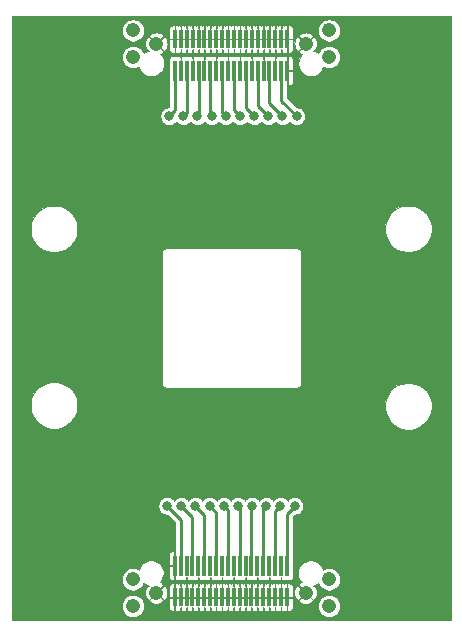
<source format=gbr>
G04 #@! TF.GenerationSoftware,KiCad,Pcbnew,(5.1.0)-1*
G04 #@! TF.CreationDate,2021-08-05T13:01:27-06:00*
G04 #@! TF.ProjectId,_autosave-Igloo19,5f617574-6f73-4617-9665-2d49676c6f6f,rev?*
G04 #@! TF.SameCoordinates,Original*
G04 #@! TF.FileFunction,Copper,L2,Bot*
G04 #@! TF.FilePolarity,Positive*
%FSLAX46Y46*%
G04 Gerber Fmt 4.6, Leading zero omitted, Abs format (unit mm)*
G04 Created by KiCad (PCBNEW (5.1.0)-1) date 2021-08-05 13:01:27*
%MOMM*%
%LPD*%
G04 APERTURE LIST*
%ADD10C,1.208000*%
%ADD11R,0.300000X1.630000*%
%ADD12R,0.300000X1.800000*%
%ADD13C,0.800000*%
%ADD14C,0.250000*%
%ADD15C,0.100000*%
G04 APERTURE END LIST*
D10*
X185315000Y-52300000D03*
X187290000Y-51180000D03*
X187290000Y-53430000D03*
D11*
X183740000Y-51915000D03*
D12*
X183740000Y-54580000D03*
D11*
X183240000Y-51915000D03*
D12*
X183240000Y-54580000D03*
D11*
X182740000Y-51915000D03*
D12*
X182740000Y-54580000D03*
D11*
X182240000Y-51915000D03*
D12*
X182240000Y-54580000D03*
D11*
X181740000Y-51915000D03*
D12*
X181740000Y-54580000D03*
D11*
X181240000Y-51915000D03*
D12*
X181240000Y-54580000D03*
D11*
X180740000Y-51915000D03*
D12*
X180740000Y-54580000D03*
D11*
X180240000Y-51915000D03*
D12*
X180240000Y-54580000D03*
D11*
X179740000Y-51915000D03*
D12*
X179740000Y-54580000D03*
D11*
X179240000Y-51915000D03*
D12*
X179240000Y-54580000D03*
D10*
X172665000Y-52300000D03*
X170690000Y-51180000D03*
X170690000Y-53430000D03*
D11*
X178740000Y-51915000D03*
D12*
X178740000Y-54580000D03*
D11*
X178240000Y-51915000D03*
D12*
X178240000Y-54580000D03*
D11*
X177740000Y-51915000D03*
D12*
X177740000Y-54580000D03*
D11*
X177240000Y-51915000D03*
D12*
X177240000Y-54580000D03*
D11*
X176740000Y-51915000D03*
D12*
X176740000Y-54580000D03*
D11*
X176240000Y-51915000D03*
D12*
X176240000Y-54580000D03*
D11*
X175740000Y-51915000D03*
D12*
X175740000Y-54580000D03*
D11*
X175240000Y-51915000D03*
D12*
X175240000Y-54580000D03*
D11*
X174740000Y-51915000D03*
D12*
X174740000Y-54580000D03*
D11*
X174240000Y-51915000D03*
D12*
X174240000Y-54580000D03*
D10*
X172645000Y-98780000D03*
X170670000Y-99900000D03*
X170670000Y-97650000D03*
D11*
X174220000Y-99165000D03*
D12*
X174220000Y-96500000D03*
D11*
X174720000Y-99165000D03*
D12*
X174720000Y-96500000D03*
D11*
X175220000Y-99165000D03*
D12*
X175220000Y-96500000D03*
D11*
X175720000Y-99165000D03*
D12*
X175720000Y-96500000D03*
D11*
X176220000Y-99165000D03*
D12*
X176220000Y-96500000D03*
D11*
X176720000Y-99165000D03*
D12*
X176720000Y-96500000D03*
D11*
X177220000Y-99165000D03*
D12*
X177220000Y-96500000D03*
D11*
X177720000Y-99165000D03*
D12*
X177720000Y-96500000D03*
D11*
X178220000Y-99165000D03*
D12*
X178220000Y-96500000D03*
D11*
X178720000Y-99165000D03*
D12*
X178720000Y-96500000D03*
D10*
X185295000Y-98780000D03*
X187270000Y-99900000D03*
X187270000Y-97650000D03*
D11*
X179220000Y-99165000D03*
D12*
X179220000Y-96500000D03*
D11*
X179720000Y-99165000D03*
D12*
X179720000Y-96500000D03*
D11*
X180220000Y-99165000D03*
D12*
X180220000Y-96500000D03*
D11*
X180720000Y-99165000D03*
D12*
X180720000Y-96500000D03*
D11*
X181220000Y-99165000D03*
D12*
X181220000Y-96500000D03*
D11*
X181720000Y-99165000D03*
D12*
X181720000Y-96500000D03*
D11*
X182220000Y-99165000D03*
D12*
X182220000Y-96500000D03*
D11*
X182720000Y-99165000D03*
D12*
X182720000Y-96500000D03*
D11*
X183220000Y-99165000D03*
D12*
X183220000Y-96500000D03*
D11*
X183720000Y-99165000D03*
D12*
X183720000Y-96500000D03*
D13*
X173990000Y-69250000D03*
X176530000Y-69250000D03*
X179070000Y-69250000D03*
X181610000Y-69250000D03*
X184150000Y-69250000D03*
X181610000Y-81950000D03*
X184150000Y-81950000D03*
X179070000Y-81950000D03*
X173990000Y-81950000D03*
X176530000Y-81950000D03*
X185320000Y-70450000D03*
X185320000Y-72990000D03*
X185320000Y-75530000D03*
X185320000Y-78070000D03*
X185320000Y-80610000D03*
X172720000Y-70450000D03*
X172720000Y-80610000D03*
X172720000Y-72990000D03*
X172720000Y-75530000D03*
X172720000Y-78070000D03*
X194310000Y-72390000D03*
X194310000Y-76200000D03*
X194310000Y-80010000D03*
X189230000Y-80010000D03*
X189230000Y-76200000D03*
X189230000Y-72390000D03*
X189230000Y-68580000D03*
X189230000Y-64770000D03*
X189230000Y-60960000D03*
X189230000Y-57150000D03*
X189230000Y-83820000D03*
X189230000Y-87630000D03*
X189230000Y-91440000D03*
X168910000Y-76200000D03*
X168910000Y-72390000D03*
X168910000Y-68580000D03*
X168910000Y-64770000D03*
X168910000Y-60960000D03*
X168910000Y-57150000D03*
X168910000Y-80010000D03*
X168910000Y-83820000D03*
X168910000Y-87630000D03*
X168910000Y-91440000D03*
X163830000Y-87630000D03*
X163830000Y-91440000D03*
X194310000Y-87630000D03*
X194310000Y-91440000D03*
X194310000Y-60960000D03*
X194310000Y-57150000D03*
X163830000Y-57150000D03*
X163830000Y-60960000D03*
X163830000Y-72390000D03*
X163830000Y-76200000D03*
X163830000Y-80010000D03*
X184370000Y-91440000D03*
X183170000Y-91440000D03*
X181970000Y-91440000D03*
X180770000Y-91440000D03*
X179570000Y-91440000D03*
X178370000Y-91440000D03*
X177170000Y-91440000D03*
X175970000Y-91440000D03*
X174770000Y-91440000D03*
X173570000Y-91440000D03*
X177340000Y-58440000D03*
X176140000Y-58440000D03*
X183340000Y-58440000D03*
X182140000Y-58440000D03*
X173740000Y-58440000D03*
X184540000Y-58440000D03*
X179740000Y-58440000D03*
X180940000Y-58440000D03*
X178540000Y-58440000D03*
X174940000Y-58440000D03*
D14*
X181740000Y-54580000D02*
X181715001Y-54580000D01*
X174720000Y-92590000D02*
X174720000Y-96500000D01*
X173570000Y-91440000D02*
X174720000Y-92590000D01*
X175720000Y-92390000D02*
X175720000Y-96500000D01*
X174770000Y-91440000D02*
X175720000Y-92390000D01*
X176720000Y-95350000D02*
X176720000Y-96500000D01*
X176720000Y-92190000D02*
X176720000Y-95350000D01*
X175970000Y-91440000D02*
X176720000Y-92190000D01*
X177744999Y-92014999D02*
X177744999Y-95339999D01*
X177170000Y-91440000D02*
X177744999Y-92014999D01*
X177720000Y-95350000D02*
X177720000Y-96500000D01*
X177730001Y-95339999D02*
X177720000Y-95350000D01*
X177744999Y-95339999D02*
X177730001Y-95339999D01*
X178720000Y-91790000D02*
X178370000Y-91440000D01*
X178720000Y-96500000D02*
X178720000Y-91790000D01*
X179720000Y-91590000D02*
X179570000Y-91440000D01*
X179720000Y-96500000D02*
X179720000Y-91590000D01*
X180720000Y-91490000D02*
X180770000Y-91440000D01*
X180720000Y-96500000D02*
X180720000Y-91490000D01*
X181720000Y-91690000D02*
X181970000Y-91440000D01*
X181720000Y-96500000D02*
X181720000Y-91690000D01*
X182720000Y-91890000D02*
X183170000Y-91440000D01*
X182720000Y-96500000D02*
X182720000Y-91890000D01*
X183720000Y-92090000D02*
X184370000Y-91440000D01*
X183720000Y-96500000D02*
X183720000Y-92090000D01*
X183240000Y-57140000D02*
X184540000Y-58440000D01*
X183240000Y-54580000D02*
X183240000Y-57140000D01*
X182240000Y-57340000D02*
X183340000Y-58440000D01*
X182240000Y-54580000D02*
X182240000Y-57340000D01*
X181240000Y-57540000D02*
X182140000Y-58440000D01*
X181240000Y-54580000D02*
X181240000Y-57540000D01*
X180240000Y-57740000D02*
X180940000Y-58440000D01*
X180240000Y-54580000D02*
X180240000Y-57740000D01*
X179240000Y-57940000D02*
X179740000Y-58440000D01*
X179240000Y-54580000D02*
X179240000Y-57940000D01*
X178240000Y-58140000D02*
X178540000Y-58440000D01*
X178240000Y-54580000D02*
X178240000Y-58140000D01*
X177240000Y-58340000D02*
X177340000Y-58440000D01*
X177240000Y-54580000D02*
X177240000Y-58340000D01*
X176240000Y-58340000D02*
X176140000Y-58440000D01*
X176240000Y-54580000D02*
X176240000Y-58340000D01*
X175240000Y-58140000D02*
X174940000Y-58440000D01*
X175240000Y-54580000D02*
X175240000Y-58140000D01*
X174240000Y-57940000D02*
X173740000Y-58440000D01*
X174240000Y-54580000D02*
X174240000Y-57940000D01*
D15*
G36*
X197590001Y-101120000D02*
G01*
X160410000Y-101120000D01*
X160410000Y-99806039D01*
X169716000Y-99806039D01*
X169716000Y-99993961D01*
X169752662Y-100178272D01*
X169824576Y-100351888D01*
X169928980Y-100508140D01*
X170061860Y-100641020D01*
X170218112Y-100745424D01*
X170391728Y-100817338D01*
X170576039Y-100854000D01*
X170763961Y-100854000D01*
X170948272Y-100817338D01*
X171121888Y-100745424D01*
X171278140Y-100641020D01*
X171411020Y-100508140D01*
X171515424Y-100351888D01*
X171587338Y-100178272D01*
X171624000Y-99993961D01*
X171624000Y-99980000D01*
X173718306Y-99980000D01*
X173725064Y-100048612D01*
X173745077Y-100114587D01*
X173777577Y-100175391D01*
X173821315Y-100228685D01*
X173874609Y-100272423D01*
X173935413Y-100304923D01*
X174001388Y-100324936D01*
X174070000Y-100331694D01*
X174102500Y-100330000D01*
X174190000Y-100242500D01*
X174190000Y-99980000D01*
X174218306Y-99980000D01*
X174225064Y-100048612D01*
X174245077Y-100114587D01*
X174250000Y-100123797D01*
X174250000Y-100242500D01*
X174337500Y-100330000D01*
X174370000Y-100331694D01*
X174438612Y-100324936D01*
X174470000Y-100315415D01*
X174501388Y-100324936D01*
X174570000Y-100331694D01*
X174602500Y-100330000D01*
X174690000Y-100242500D01*
X174690000Y-100123797D01*
X174694923Y-100114587D01*
X174714936Y-100048612D01*
X174720000Y-99997199D01*
X174725064Y-100048612D01*
X174745077Y-100114587D01*
X174750000Y-100123797D01*
X174750000Y-100242500D01*
X174837500Y-100330000D01*
X174870000Y-100331694D01*
X174938612Y-100324936D01*
X174970000Y-100315415D01*
X175001388Y-100324936D01*
X175070000Y-100331694D01*
X175102500Y-100330000D01*
X175190000Y-100242500D01*
X175190000Y-100123797D01*
X175194923Y-100114587D01*
X175214936Y-100048612D01*
X175220000Y-99997199D01*
X175225064Y-100048612D01*
X175245077Y-100114587D01*
X175250000Y-100123797D01*
X175250000Y-100242500D01*
X175337500Y-100330000D01*
X175370000Y-100331694D01*
X175438612Y-100324936D01*
X175470000Y-100315415D01*
X175501388Y-100324936D01*
X175570000Y-100331694D01*
X175602500Y-100330000D01*
X175690000Y-100242500D01*
X175690000Y-100123797D01*
X175694923Y-100114587D01*
X175714936Y-100048612D01*
X175720000Y-99997199D01*
X175725064Y-100048612D01*
X175745077Y-100114587D01*
X175750000Y-100123797D01*
X175750000Y-100242500D01*
X175837500Y-100330000D01*
X175870000Y-100331694D01*
X175938612Y-100324936D01*
X175970000Y-100315415D01*
X176001388Y-100324936D01*
X176070000Y-100331694D01*
X176102500Y-100330000D01*
X176190000Y-100242500D01*
X176190000Y-100123797D01*
X176194923Y-100114587D01*
X176214936Y-100048612D01*
X176220000Y-99997199D01*
X176225064Y-100048612D01*
X176245077Y-100114587D01*
X176250000Y-100123797D01*
X176250000Y-100242500D01*
X176337500Y-100330000D01*
X176370000Y-100331694D01*
X176438612Y-100324936D01*
X176470000Y-100315415D01*
X176501388Y-100324936D01*
X176570000Y-100331694D01*
X176602500Y-100330000D01*
X176690000Y-100242500D01*
X176690000Y-100123797D01*
X176694923Y-100114587D01*
X176714936Y-100048612D01*
X176720000Y-99997199D01*
X176725064Y-100048612D01*
X176745077Y-100114587D01*
X176750000Y-100123797D01*
X176750000Y-100242500D01*
X176837500Y-100330000D01*
X176870000Y-100331694D01*
X176938612Y-100324936D01*
X176970000Y-100315415D01*
X177001388Y-100324936D01*
X177070000Y-100331694D01*
X177102500Y-100330000D01*
X177190000Y-100242500D01*
X177190000Y-100123797D01*
X177194923Y-100114587D01*
X177214936Y-100048612D01*
X177220000Y-99997199D01*
X177225064Y-100048612D01*
X177245077Y-100114587D01*
X177250000Y-100123797D01*
X177250000Y-100242500D01*
X177337500Y-100330000D01*
X177370000Y-100331694D01*
X177438612Y-100324936D01*
X177470000Y-100315415D01*
X177501388Y-100324936D01*
X177570000Y-100331694D01*
X177602500Y-100330000D01*
X177690000Y-100242500D01*
X177690000Y-100123797D01*
X177694923Y-100114587D01*
X177714936Y-100048612D01*
X177720000Y-99997199D01*
X177725064Y-100048612D01*
X177745077Y-100114587D01*
X177750000Y-100123797D01*
X177750000Y-100242500D01*
X177837500Y-100330000D01*
X177870000Y-100331694D01*
X177938612Y-100324936D01*
X177970000Y-100315415D01*
X178001388Y-100324936D01*
X178070000Y-100331694D01*
X178102500Y-100330000D01*
X178190000Y-100242500D01*
X178190000Y-100123797D01*
X178194923Y-100114587D01*
X178214936Y-100048612D01*
X178220000Y-99997199D01*
X178225064Y-100048612D01*
X178245077Y-100114587D01*
X178250000Y-100123797D01*
X178250000Y-100242500D01*
X178337500Y-100330000D01*
X178370000Y-100331694D01*
X178438612Y-100324936D01*
X178470000Y-100315415D01*
X178501388Y-100324936D01*
X178570000Y-100331694D01*
X178602500Y-100330000D01*
X178690000Y-100242500D01*
X178690000Y-100123797D01*
X178694923Y-100114587D01*
X178714936Y-100048612D01*
X178720000Y-99997199D01*
X178725064Y-100048612D01*
X178745077Y-100114587D01*
X178750000Y-100123797D01*
X178750000Y-100242500D01*
X178837500Y-100330000D01*
X178870000Y-100331694D01*
X178938612Y-100324936D01*
X178970000Y-100315415D01*
X179001388Y-100324936D01*
X179070000Y-100331694D01*
X179102500Y-100330000D01*
X179190000Y-100242500D01*
X179190000Y-100123797D01*
X179194923Y-100114587D01*
X179214936Y-100048612D01*
X179220000Y-99997199D01*
X179225064Y-100048612D01*
X179245077Y-100114587D01*
X179250000Y-100123797D01*
X179250000Y-100242500D01*
X179337500Y-100330000D01*
X179370000Y-100331694D01*
X179438612Y-100324936D01*
X179470000Y-100315415D01*
X179501388Y-100324936D01*
X179570000Y-100331694D01*
X179602500Y-100330000D01*
X179690000Y-100242500D01*
X179690000Y-100123797D01*
X179694923Y-100114587D01*
X179714936Y-100048612D01*
X179720000Y-99997199D01*
X179725064Y-100048612D01*
X179745077Y-100114587D01*
X179750000Y-100123797D01*
X179750000Y-100242500D01*
X179837500Y-100330000D01*
X179870000Y-100331694D01*
X179938612Y-100324936D01*
X179970000Y-100315415D01*
X180001388Y-100324936D01*
X180070000Y-100331694D01*
X180102500Y-100330000D01*
X180190000Y-100242500D01*
X180190000Y-100123797D01*
X180194923Y-100114587D01*
X180214936Y-100048612D01*
X180220000Y-99997199D01*
X180225064Y-100048612D01*
X180245077Y-100114587D01*
X180250000Y-100123797D01*
X180250000Y-100242500D01*
X180337500Y-100330000D01*
X180370000Y-100331694D01*
X180438612Y-100324936D01*
X180470000Y-100315415D01*
X180501388Y-100324936D01*
X180570000Y-100331694D01*
X180602500Y-100330000D01*
X180690000Y-100242500D01*
X180690000Y-100123797D01*
X180694923Y-100114587D01*
X180714936Y-100048612D01*
X180720000Y-99997199D01*
X180725064Y-100048612D01*
X180745077Y-100114587D01*
X180750000Y-100123797D01*
X180750000Y-100242500D01*
X180837500Y-100330000D01*
X180870000Y-100331694D01*
X180938612Y-100324936D01*
X180970000Y-100315415D01*
X181001388Y-100324936D01*
X181070000Y-100331694D01*
X181102500Y-100330000D01*
X181190000Y-100242500D01*
X181190000Y-100123797D01*
X181194923Y-100114587D01*
X181214936Y-100048612D01*
X181220000Y-99997199D01*
X181225064Y-100048612D01*
X181245077Y-100114587D01*
X181250000Y-100123797D01*
X181250000Y-100242500D01*
X181337500Y-100330000D01*
X181370000Y-100331694D01*
X181438612Y-100324936D01*
X181470000Y-100315415D01*
X181501388Y-100324936D01*
X181570000Y-100331694D01*
X181602500Y-100330000D01*
X181690000Y-100242500D01*
X181690000Y-100123797D01*
X181694923Y-100114587D01*
X181714936Y-100048612D01*
X181720000Y-99997199D01*
X181725064Y-100048612D01*
X181745077Y-100114587D01*
X181750000Y-100123797D01*
X181750000Y-100242500D01*
X181837500Y-100330000D01*
X181870000Y-100331694D01*
X181938612Y-100324936D01*
X181970000Y-100315415D01*
X182001388Y-100324936D01*
X182070000Y-100331694D01*
X182102500Y-100330000D01*
X182190000Y-100242500D01*
X182190000Y-100123797D01*
X182194923Y-100114587D01*
X182214936Y-100048612D01*
X182220000Y-99997199D01*
X182225064Y-100048612D01*
X182245077Y-100114587D01*
X182250000Y-100123797D01*
X182250000Y-100242500D01*
X182337500Y-100330000D01*
X182370000Y-100331694D01*
X182438612Y-100324936D01*
X182470000Y-100315415D01*
X182501388Y-100324936D01*
X182570000Y-100331694D01*
X182602500Y-100330000D01*
X182690000Y-100242500D01*
X182690000Y-100123797D01*
X182694923Y-100114587D01*
X182714936Y-100048612D01*
X182720000Y-99997199D01*
X182725064Y-100048612D01*
X182745077Y-100114587D01*
X182750000Y-100123797D01*
X182750000Y-100242500D01*
X182837500Y-100330000D01*
X182870000Y-100331694D01*
X182938612Y-100324936D01*
X182970000Y-100315415D01*
X183001388Y-100324936D01*
X183070000Y-100331694D01*
X183102500Y-100330000D01*
X183190000Y-100242500D01*
X183190000Y-100123797D01*
X183194923Y-100114587D01*
X183214936Y-100048612D01*
X183220000Y-99997199D01*
X183225064Y-100048612D01*
X183245077Y-100114587D01*
X183250000Y-100123797D01*
X183250000Y-100242500D01*
X183337500Y-100330000D01*
X183370000Y-100331694D01*
X183438612Y-100324936D01*
X183470000Y-100315415D01*
X183501388Y-100324936D01*
X183570000Y-100331694D01*
X183602500Y-100330000D01*
X183690000Y-100242500D01*
X183690000Y-100123797D01*
X183694923Y-100114587D01*
X183714936Y-100048612D01*
X183721694Y-99980000D01*
X183720000Y-99282500D01*
X183690000Y-99252500D01*
X183690000Y-99195000D01*
X183750000Y-99195000D01*
X183750000Y-100242500D01*
X183837500Y-100330000D01*
X183870000Y-100331694D01*
X183938612Y-100324936D01*
X184004587Y-100304923D01*
X184065391Y-100272423D01*
X184118685Y-100228685D01*
X184162423Y-100175391D01*
X184194923Y-100114587D01*
X184214936Y-100048612D01*
X184221694Y-99980000D01*
X184221272Y-99806039D01*
X186316000Y-99806039D01*
X186316000Y-99993961D01*
X186352662Y-100178272D01*
X186424576Y-100351888D01*
X186528980Y-100508140D01*
X186661860Y-100641020D01*
X186818112Y-100745424D01*
X186991728Y-100817338D01*
X187176039Y-100854000D01*
X187363961Y-100854000D01*
X187548272Y-100817338D01*
X187721888Y-100745424D01*
X187878140Y-100641020D01*
X188011020Y-100508140D01*
X188115424Y-100351888D01*
X188187338Y-100178272D01*
X188224000Y-99993961D01*
X188224000Y-99806039D01*
X188187338Y-99621728D01*
X188115424Y-99448112D01*
X188011020Y-99291860D01*
X187878140Y-99158980D01*
X187721888Y-99054576D01*
X187548272Y-98982662D01*
X187363961Y-98946000D01*
X187176039Y-98946000D01*
X186991728Y-98982662D01*
X186818112Y-99054576D01*
X186661860Y-99158980D01*
X186528980Y-99291860D01*
X186424576Y-99448112D01*
X186352662Y-99621728D01*
X186316000Y-99806039D01*
X184221272Y-99806039D01*
X184220327Y-99416820D01*
X184700607Y-99416820D01*
X184756086Y-99572790D01*
X184921107Y-99662694D01*
X185100497Y-99718676D01*
X185287361Y-99738586D01*
X185474519Y-99721657D01*
X185654777Y-99668540D01*
X185821210Y-99581279D01*
X185833914Y-99572790D01*
X185889393Y-99416820D01*
X185295000Y-98822426D01*
X184700607Y-99416820D01*
X184220327Y-99416820D01*
X184220000Y-99282500D01*
X184132500Y-99195000D01*
X183750000Y-99195000D01*
X183690000Y-99195000D01*
X183250000Y-99195000D01*
X183250000Y-99252500D01*
X183220000Y-99282500D01*
X183190000Y-99252500D01*
X183190000Y-99195000D01*
X182750000Y-99195000D01*
X182750000Y-99252500D01*
X182720000Y-99282500D01*
X182690000Y-99252500D01*
X182690000Y-99195000D01*
X182250000Y-99195000D01*
X182250000Y-99252500D01*
X182220000Y-99282500D01*
X182190000Y-99252500D01*
X182190000Y-99195000D01*
X181750000Y-99195000D01*
X181750000Y-99252500D01*
X181720000Y-99282500D01*
X181690000Y-99252500D01*
X181690000Y-99195000D01*
X181250000Y-99195000D01*
X181250000Y-99252500D01*
X181220000Y-99282500D01*
X181190000Y-99252500D01*
X181190000Y-99195000D01*
X180750000Y-99195000D01*
X180750000Y-99252500D01*
X180720000Y-99282500D01*
X180690000Y-99252500D01*
X180690000Y-99195000D01*
X180250000Y-99195000D01*
X180250000Y-99252500D01*
X180220000Y-99282500D01*
X180190000Y-99252500D01*
X180190000Y-99195000D01*
X179750000Y-99195000D01*
X179750000Y-99252500D01*
X179720000Y-99282500D01*
X179690000Y-99252500D01*
X179690000Y-99195000D01*
X179250000Y-99195000D01*
X179250000Y-99252500D01*
X179220000Y-99282500D01*
X179190000Y-99252500D01*
X179190000Y-99195000D01*
X178750000Y-99195000D01*
X178750000Y-99252500D01*
X178720000Y-99282500D01*
X178690000Y-99252500D01*
X178690000Y-99195000D01*
X178250000Y-99195000D01*
X178250000Y-99252500D01*
X178220000Y-99282500D01*
X178190000Y-99252500D01*
X178190000Y-99195000D01*
X177750000Y-99195000D01*
X177750000Y-99252500D01*
X177720000Y-99282500D01*
X177690000Y-99252500D01*
X177690000Y-99195000D01*
X177250000Y-99195000D01*
X177250000Y-99252500D01*
X177220000Y-99282500D01*
X177190000Y-99252500D01*
X177190000Y-99195000D01*
X176750000Y-99195000D01*
X176750000Y-99252500D01*
X176720000Y-99282500D01*
X176690000Y-99252500D01*
X176690000Y-99195000D01*
X176250000Y-99195000D01*
X176250000Y-99252500D01*
X176220000Y-99282500D01*
X176190000Y-99252500D01*
X176190000Y-99195000D01*
X175750000Y-99195000D01*
X175750000Y-99252500D01*
X175720000Y-99282500D01*
X175690000Y-99252500D01*
X175690000Y-99195000D01*
X175250000Y-99195000D01*
X175250000Y-99252500D01*
X175220000Y-99282500D01*
X175190000Y-99252500D01*
X175190000Y-99195000D01*
X174750000Y-99195000D01*
X174750000Y-99252500D01*
X174720000Y-99282500D01*
X174690000Y-99252500D01*
X174690000Y-99195000D01*
X174250000Y-99195000D01*
X174250000Y-99252500D01*
X174220000Y-99282500D01*
X174218306Y-99980000D01*
X174190000Y-99980000D01*
X174190000Y-99195000D01*
X173807500Y-99195000D01*
X173720000Y-99282500D01*
X173718306Y-99980000D01*
X171624000Y-99980000D01*
X171624000Y-99806039D01*
X171587338Y-99621728D01*
X171515424Y-99448112D01*
X171494516Y-99416820D01*
X172050607Y-99416820D01*
X172106086Y-99572790D01*
X172271107Y-99662694D01*
X172450497Y-99718676D01*
X172637361Y-99738586D01*
X172824519Y-99721657D01*
X173004777Y-99668540D01*
X173171210Y-99581279D01*
X173183914Y-99572790D01*
X173239393Y-99416820D01*
X172645000Y-98822426D01*
X172050607Y-99416820D01*
X171494516Y-99416820D01*
X171411020Y-99291860D01*
X171278140Y-99158980D01*
X171121888Y-99054576D01*
X170948272Y-98982662D01*
X170763961Y-98946000D01*
X170576039Y-98946000D01*
X170391728Y-98982662D01*
X170218112Y-99054576D01*
X170061860Y-99158980D01*
X169928980Y-99291860D01*
X169824576Y-99448112D01*
X169752662Y-99621728D01*
X169716000Y-99806039D01*
X160410000Y-99806039D01*
X160410000Y-97556039D01*
X169716000Y-97556039D01*
X169716000Y-97743961D01*
X169752662Y-97928272D01*
X169824576Y-98101888D01*
X169928980Y-98258140D01*
X170061860Y-98391020D01*
X170218112Y-98495424D01*
X170391728Y-98567338D01*
X170576039Y-98604000D01*
X170763961Y-98604000D01*
X170948272Y-98567338D01*
X171121888Y-98495424D01*
X171278140Y-98391020D01*
X171411020Y-98258140D01*
X171515424Y-98101888D01*
X171573749Y-97961080D01*
X171710797Y-98052652D01*
X171906434Y-98133688D01*
X171968631Y-98146060D01*
X172008179Y-98185608D01*
X171852210Y-98241086D01*
X171762306Y-98406107D01*
X171706324Y-98585497D01*
X171686414Y-98772361D01*
X171703343Y-98959519D01*
X171756460Y-99139777D01*
X171843721Y-99306210D01*
X171852210Y-99318914D01*
X172008180Y-99374393D01*
X172602574Y-98780000D01*
X172687426Y-98780000D01*
X173281820Y-99374393D01*
X173437790Y-99318914D01*
X173527694Y-99153893D01*
X173583676Y-98974503D01*
X173603586Y-98787639D01*
X173586657Y-98600481D01*
X173533540Y-98420223D01*
X173496723Y-98350000D01*
X173718306Y-98350000D01*
X173720000Y-99047500D01*
X173807500Y-99135000D01*
X174190000Y-99135000D01*
X174190000Y-98350000D01*
X174218306Y-98350000D01*
X174220000Y-99047500D01*
X174250000Y-99077500D01*
X174250000Y-99135000D01*
X174690000Y-99135000D01*
X174690000Y-99077500D01*
X174720000Y-99047500D01*
X174750000Y-99077500D01*
X174750000Y-99135000D01*
X175190000Y-99135000D01*
X175190000Y-99077500D01*
X175220000Y-99047500D01*
X175250000Y-99077500D01*
X175250000Y-99135000D01*
X175690000Y-99135000D01*
X175690000Y-99077500D01*
X175720000Y-99047500D01*
X175750000Y-99077500D01*
X175750000Y-99135000D01*
X176190000Y-99135000D01*
X176190000Y-99077500D01*
X176220000Y-99047500D01*
X176250000Y-99077500D01*
X176250000Y-99135000D01*
X176690000Y-99135000D01*
X176690000Y-99077500D01*
X176720000Y-99047500D01*
X176750000Y-99077500D01*
X176750000Y-99135000D01*
X177190000Y-99135000D01*
X177190000Y-99077500D01*
X177220000Y-99047500D01*
X177250000Y-99077500D01*
X177250000Y-99135000D01*
X177690000Y-99135000D01*
X177690000Y-99077500D01*
X177720000Y-99047500D01*
X177750000Y-99077500D01*
X177750000Y-99135000D01*
X178190000Y-99135000D01*
X178190000Y-99077500D01*
X178220000Y-99047500D01*
X178250000Y-99077500D01*
X178250000Y-99135000D01*
X178690000Y-99135000D01*
X178690000Y-99077500D01*
X178720000Y-99047500D01*
X178750000Y-99077500D01*
X178750000Y-99135000D01*
X179190000Y-99135000D01*
X179190000Y-99077500D01*
X179220000Y-99047500D01*
X179250000Y-99077500D01*
X179250000Y-99135000D01*
X179690000Y-99135000D01*
X179690000Y-99077500D01*
X179720000Y-99047500D01*
X179750000Y-99077500D01*
X179750000Y-99135000D01*
X180190000Y-99135000D01*
X180190000Y-99077500D01*
X180220000Y-99047500D01*
X180250000Y-99077500D01*
X180250000Y-99135000D01*
X180690000Y-99135000D01*
X180690000Y-99077500D01*
X180720000Y-99047500D01*
X180750000Y-99077500D01*
X180750000Y-99135000D01*
X181190000Y-99135000D01*
X181190000Y-99077500D01*
X181220000Y-99047500D01*
X181250000Y-99077500D01*
X181250000Y-99135000D01*
X181690000Y-99135000D01*
X181690000Y-99077500D01*
X181720000Y-99047500D01*
X181750000Y-99077500D01*
X181750000Y-99135000D01*
X182190000Y-99135000D01*
X182190000Y-99077500D01*
X182220000Y-99047500D01*
X182250000Y-99077500D01*
X182250000Y-99135000D01*
X182690000Y-99135000D01*
X182690000Y-99077500D01*
X182720000Y-99047500D01*
X182750000Y-99077500D01*
X182750000Y-99135000D01*
X183190000Y-99135000D01*
X183190000Y-99077500D01*
X183220000Y-99047500D01*
X183250000Y-99077500D01*
X183250000Y-99135000D01*
X183690000Y-99135000D01*
X183690000Y-99077500D01*
X183720000Y-99047500D01*
X183721694Y-98350000D01*
X183714936Y-98281388D01*
X183694923Y-98215413D01*
X183690000Y-98206203D01*
X183690000Y-98087500D01*
X183750000Y-98087500D01*
X183750000Y-99135000D01*
X184132500Y-99135000D01*
X184220000Y-99047500D01*
X184220668Y-98772361D01*
X184336414Y-98772361D01*
X184353343Y-98959519D01*
X184406460Y-99139777D01*
X184493721Y-99306210D01*
X184502210Y-99318914D01*
X184658180Y-99374393D01*
X185252574Y-98780000D01*
X184658180Y-98185607D01*
X184502210Y-98241086D01*
X184412306Y-98406107D01*
X184356324Y-98585497D01*
X184336414Y-98772361D01*
X184220668Y-98772361D01*
X184221694Y-98350000D01*
X184214936Y-98281388D01*
X184194923Y-98215413D01*
X184162423Y-98154609D01*
X184118685Y-98101315D01*
X184065391Y-98057577D01*
X184004587Y-98025077D01*
X183938612Y-98005064D01*
X183870000Y-97998306D01*
X183837500Y-98000000D01*
X183750000Y-98087500D01*
X183690000Y-98087500D01*
X183602500Y-98000000D01*
X183570000Y-97998306D01*
X183501388Y-98005064D01*
X183470000Y-98014585D01*
X183438612Y-98005064D01*
X183370000Y-97998306D01*
X183337500Y-98000000D01*
X183250000Y-98087500D01*
X183250000Y-98206203D01*
X183245077Y-98215413D01*
X183225064Y-98281388D01*
X183220000Y-98332801D01*
X183214936Y-98281388D01*
X183194923Y-98215413D01*
X183190000Y-98206203D01*
X183190000Y-98087500D01*
X183102500Y-98000000D01*
X183070000Y-97998306D01*
X183001388Y-98005064D01*
X182970000Y-98014585D01*
X182938612Y-98005064D01*
X182870000Y-97998306D01*
X182837500Y-98000000D01*
X182750000Y-98087500D01*
X182750000Y-98206203D01*
X182745077Y-98215413D01*
X182725064Y-98281388D01*
X182720000Y-98332801D01*
X182714936Y-98281388D01*
X182694923Y-98215413D01*
X182690000Y-98206203D01*
X182690000Y-98087500D01*
X182602500Y-98000000D01*
X182570000Y-97998306D01*
X182501388Y-98005064D01*
X182470000Y-98014585D01*
X182438612Y-98005064D01*
X182370000Y-97998306D01*
X182337500Y-98000000D01*
X182250000Y-98087500D01*
X182250000Y-98206203D01*
X182245077Y-98215413D01*
X182225064Y-98281388D01*
X182220000Y-98332801D01*
X182214936Y-98281388D01*
X182194923Y-98215413D01*
X182190000Y-98206203D01*
X182190000Y-98087500D01*
X182102500Y-98000000D01*
X182070000Y-97998306D01*
X182001388Y-98005064D01*
X181970000Y-98014585D01*
X181938612Y-98005064D01*
X181870000Y-97998306D01*
X181837500Y-98000000D01*
X181750000Y-98087500D01*
X181750000Y-98206203D01*
X181745077Y-98215413D01*
X181725064Y-98281388D01*
X181720000Y-98332801D01*
X181714936Y-98281388D01*
X181694923Y-98215413D01*
X181690000Y-98206203D01*
X181690000Y-98087500D01*
X181602500Y-98000000D01*
X181570000Y-97998306D01*
X181501388Y-98005064D01*
X181470000Y-98014585D01*
X181438612Y-98005064D01*
X181370000Y-97998306D01*
X181337500Y-98000000D01*
X181250000Y-98087500D01*
X181250000Y-98206203D01*
X181245077Y-98215413D01*
X181225064Y-98281388D01*
X181220000Y-98332801D01*
X181214936Y-98281388D01*
X181194923Y-98215413D01*
X181190000Y-98206203D01*
X181190000Y-98087500D01*
X181102500Y-98000000D01*
X181070000Y-97998306D01*
X181001388Y-98005064D01*
X180970000Y-98014585D01*
X180938612Y-98005064D01*
X180870000Y-97998306D01*
X180837500Y-98000000D01*
X180750000Y-98087500D01*
X180750000Y-98206203D01*
X180745077Y-98215413D01*
X180725064Y-98281388D01*
X180720000Y-98332801D01*
X180714936Y-98281388D01*
X180694923Y-98215413D01*
X180690000Y-98206203D01*
X180690000Y-98087500D01*
X180602500Y-98000000D01*
X180570000Y-97998306D01*
X180501388Y-98005064D01*
X180470000Y-98014585D01*
X180438612Y-98005064D01*
X180370000Y-97998306D01*
X180337500Y-98000000D01*
X180250000Y-98087500D01*
X180250000Y-98206203D01*
X180245077Y-98215413D01*
X180225064Y-98281388D01*
X180220000Y-98332801D01*
X180214936Y-98281388D01*
X180194923Y-98215413D01*
X180190000Y-98206203D01*
X180190000Y-98087500D01*
X180102500Y-98000000D01*
X180070000Y-97998306D01*
X180001388Y-98005064D01*
X179970000Y-98014585D01*
X179938612Y-98005064D01*
X179870000Y-97998306D01*
X179837500Y-98000000D01*
X179750000Y-98087500D01*
X179750000Y-98206203D01*
X179745077Y-98215413D01*
X179725064Y-98281388D01*
X179720000Y-98332801D01*
X179714936Y-98281388D01*
X179694923Y-98215413D01*
X179690000Y-98206203D01*
X179690000Y-98087500D01*
X179602500Y-98000000D01*
X179570000Y-97998306D01*
X179501388Y-98005064D01*
X179470000Y-98014585D01*
X179438612Y-98005064D01*
X179370000Y-97998306D01*
X179337500Y-98000000D01*
X179250000Y-98087500D01*
X179250000Y-98206203D01*
X179245077Y-98215413D01*
X179225064Y-98281388D01*
X179220000Y-98332801D01*
X179214936Y-98281388D01*
X179194923Y-98215413D01*
X179190000Y-98206203D01*
X179190000Y-98087500D01*
X179102500Y-98000000D01*
X179070000Y-97998306D01*
X179001388Y-98005064D01*
X178970000Y-98014585D01*
X178938612Y-98005064D01*
X178870000Y-97998306D01*
X178837500Y-98000000D01*
X178750000Y-98087500D01*
X178750000Y-98206203D01*
X178745077Y-98215413D01*
X178725064Y-98281388D01*
X178720000Y-98332801D01*
X178714936Y-98281388D01*
X178694923Y-98215413D01*
X178690000Y-98206203D01*
X178690000Y-98087500D01*
X178602500Y-98000000D01*
X178570000Y-97998306D01*
X178501388Y-98005064D01*
X178470000Y-98014585D01*
X178438612Y-98005064D01*
X178370000Y-97998306D01*
X178337500Y-98000000D01*
X178250000Y-98087500D01*
X178250000Y-98206203D01*
X178245077Y-98215413D01*
X178225064Y-98281388D01*
X178220000Y-98332801D01*
X178214936Y-98281388D01*
X178194923Y-98215413D01*
X178190000Y-98206203D01*
X178190000Y-98087500D01*
X178102500Y-98000000D01*
X178070000Y-97998306D01*
X178001388Y-98005064D01*
X177970000Y-98014585D01*
X177938612Y-98005064D01*
X177870000Y-97998306D01*
X177837500Y-98000000D01*
X177750000Y-98087500D01*
X177750000Y-98206203D01*
X177745077Y-98215413D01*
X177725064Y-98281388D01*
X177720000Y-98332801D01*
X177714936Y-98281388D01*
X177694923Y-98215413D01*
X177690000Y-98206203D01*
X177690000Y-98087500D01*
X177602500Y-98000000D01*
X177570000Y-97998306D01*
X177501388Y-98005064D01*
X177470000Y-98014585D01*
X177438612Y-98005064D01*
X177370000Y-97998306D01*
X177337500Y-98000000D01*
X177250000Y-98087500D01*
X177250000Y-98206203D01*
X177245077Y-98215413D01*
X177225064Y-98281388D01*
X177220000Y-98332801D01*
X177214936Y-98281388D01*
X177194923Y-98215413D01*
X177190000Y-98206203D01*
X177190000Y-98087500D01*
X177102500Y-98000000D01*
X177070000Y-97998306D01*
X177001388Y-98005064D01*
X176970000Y-98014585D01*
X176938612Y-98005064D01*
X176870000Y-97998306D01*
X176837500Y-98000000D01*
X176750000Y-98087500D01*
X176750000Y-98206203D01*
X176745077Y-98215413D01*
X176725064Y-98281388D01*
X176720000Y-98332801D01*
X176714936Y-98281388D01*
X176694923Y-98215413D01*
X176690000Y-98206203D01*
X176690000Y-98087500D01*
X176602500Y-98000000D01*
X176570000Y-97998306D01*
X176501388Y-98005064D01*
X176470000Y-98014585D01*
X176438612Y-98005064D01*
X176370000Y-97998306D01*
X176337500Y-98000000D01*
X176250000Y-98087500D01*
X176250000Y-98206203D01*
X176245077Y-98215413D01*
X176225064Y-98281388D01*
X176220000Y-98332801D01*
X176214936Y-98281388D01*
X176194923Y-98215413D01*
X176190000Y-98206203D01*
X176190000Y-98087500D01*
X176102500Y-98000000D01*
X176070000Y-97998306D01*
X176001388Y-98005064D01*
X175970000Y-98014585D01*
X175938612Y-98005064D01*
X175870000Y-97998306D01*
X175837500Y-98000000D01*
X175750000Y-98087500D01*
X175750000Y-98206203D01*
X175745077Y-98215413D01*
X175725064Y-98281388D01*
X175720000Y-98332801D01*
X175714936Y-98281388D01*
X175694923Y-98215413D01*
X175690000Y-98206203D01*
X175690000Y-98087500D01*
X175602500Y-98000000D01*
X175570000Y-97998306D01*
X175501388Y-98005064D01*
X175470000Y-98014585D01*
X175438612Y-98005064D01*
X175370000Y-97998306D01*
X175337500Y-98000000D01*
X175250000Y-98087500D01*
X175250000Y-98206203D01*
X175245077Y-98215413D01*
X175225064Y-98281388D01*
X175220000Y-98332801D01*
X175214936Y-98281388D01*
X175194923Y-98215413D01*
X175190000Y-98206203D01*
X175190000Y-98087500D01*
X175102500Y-98000000D01*
X175070000Y-97998306D01*
X175001388Y-98005064D01*
X174970000Y-98014585D01*
X174938612Y-98005064D01*
X174870000Y-97998306D01*
X174837500Y-98000000D01*
X174750000Y-98087500D01*
X174750000Y-98206203D01*
X174745077Y-98215413D01*
X174725064Y-98281388D01*
X174720000Y-98332801D01*
X174714936Y-98281388D01*
X174694923Y-98215413D01*
X174690000Y-98206203D01*
X174690000Y-98087500D01*
X174602500Y-98000000D01*
X174570000Y-97998306D01*
X174501388Y-98005064D01*
X174470000Y-98014585D01*
X174438612Y-98005064D01*
X174370000Y-97998306D01*
X174337500Y-98000000D01*
X174250000Y-98087500D01*
X174250000Y-98206203D01*
X174245077Y-98215413D01*
X174225064Y-98281388D01*
X174218306Y-98350000D01*
X174190000Y-98350000D01*
X174190000Y-98087500D01*
X174102500Y-98000000D01*
X174070000Y-97998306D01*
X174001388Y-98005064D01*
X173935413Y-98025077D01*
X173874609Y-98057577D01*
X173821315Y-98101315D01*
X173777577Y-98154609D01*
X173745077Y-98215413D01*
X173725064Y-98281388D01*
X173718306Y-98350000D01*
X173496723Y-98350000D01*
X173446279Y-98253790D01*
X173437790Y-98241086D01*
X173281820Y-98185607D01*
X172687426Y-98780000D01*
X172602574Y-98780000D01*
X172588431Y-98765858D01*
X172630858Y-98723431D01*
X172645000Y-98737574D01*
X173239393Y-98143180D01*
X173183914Y-97987210D01*
X173018893Y-97897306D01*
X172961030Y-97879249D01*
X173055007Y-97785272D01*
X173172652Y-97609203D01*
X173253688Y-97413566D01*
X173256386Y-97400000D01*
X173718306Y-97400000D01*
X173725064Y-97468612D01*
X173745077Y-97534587D01*
X173777577Y-97595391D01*
X173821315Y-97648685D01*
X173874609Y-97692423D01*
X173935413Y-97724923D01*
X174001388Y-97744936D01*
X174070000Y-97751694D01*
X174102500Y-97750000D01*
X174190000Y-97662500D01*
X174190000Y-96530000D01*
X173807500Y-96530000D01*
X173720000Y-96617500D01*
X173718306Y-97400000D01*
X173256386Y-97400000D01*
X173295000Y-97205878D01*
X173295000Y-96994122D01*
X173253688Y-96786434D01*
X173172652Y-96590797D01*
X173055007Y-96414728D01*
X172905272Y-96264993D01*
X172729203Y-96147348D01*
X172533566Y-96066312D01*
X172325878Y-96025000D01*
X172114122Y-96025000D01*
X171906434Y-96066312D01*
X171710797Y-96147348D01*
X171534728Y-96264993D01*
X171384993Y-96414728D01*
X171267348Y-96590797D01*
X171186312Y-96786434D01*
X171175569Y-96840444D01*
X171121888Y-96804576D01*
X170948272Y-96732662D01*
X170763961Y-96696000D01*
X170576039Y-96696000D01*
X170391728Y-96732662D01*
X170218112Y-96804576D01*
X170061860Y-96908980D01*
X169928980Y-97041860D01*
X169824576Y-97198112D01*
X169752662Y-97371728D01*
X169716000Y-97556039D01*
X160410000Y-97556039D01*
X160410000Y-95600000D01*
X173718306Y-95600000D01*
X173720000Y-96382500D01*
X173807500Y-96470000D01*
X174190000Y-96470000D01*
X174190000Y-95337500D01*
X174102500Y-95250000D01*
X174070000Y-95248306D01*
X174001388Y-95255064D01*
X173935413Y-95275077D01*
X173874609Y-95307577D01*
X173821315Y-95351315D01*
X173777577Y-95404609D01*
X173745077Y-95465413D01*
X173725064Y-95531388D01*
X173718306Y-95600000D01*
X160410000Y-95600000D01*
X160410000Y-91366131D01*
X172820000Y-91366131D01*
X172820000Y-91513869D01*
X172848822Y-91658767D01*
X172905359Y-91795258D01*
X172987437Y-91918097D01*
X173091903Y-92022563D01*
X173214742Y-92104641D01*
X173351233Y-92161178D01*
X173496131Y-92190000D01*
X173643869Y-92190000D01*
X173647523Y-92189273D01*
X174245000Y-92786752D01*
X174245001Y-95465668D01*
X174225065Y-95531388D01*
X174218307Y-95600000D01*
X174218307Y-97400000D01*
X174225065Y-97468612D01*
X174245078Y-97534587D01*
X174250000Y-97543795D01*
X174250000Y-97662500D01*
X174337500Y-97750000D01*
X174370000Y-97751694D01*
X174438612Y-97744936D01*
X174470002Y-97735414D01*
X174501388Y-97744935D01*
X174570000Y-97751693D01*
X174870000Y-97751693D01*
X174938612Y-97744935D01*
X174969998Y-97735414D01*
X175001388Y-97744936D01*
X175070000Y-97751694D01*
X175102500Y-97750000D01*
X175190000Y-97662500D01*
X175190000Y-97543795D01*
X175194922Y-97534587D01*
X175214935Y-97468612D01*
X175220000Y-97417189D01*
X175225065Y-97468612D01*
X175245078Y-97534587D01*
X175250000Y-97543795D01*
X175250000Y-97662500D01*
X175337500Y-97750000D01*
X175370000Y-97751694D01*
X175438612Y-97744936D01*
X175470002Y-97735414D01*
X175501388Y-97744935D01*
X175570000Y-97751693D01*
X175870000Y-97751693D01*
X175938612Y-97744935D01*
X175969998Y-97735414D01*
X176001388Y-97744936D01*
X176070000Y-97751694D01*
X176102500Y-97750000D01*
X176190000Y-97662500D01*
X176190000Y-97543795D01*
X176194922Y-97534587D01*
X176214935Y-97468612D01*
X176220000Y-97417189D01*
X176225065Y-97468612D01*
X176245078Y-97534587D01*
X176250000Y-97543795D01*
X176250000Y-97662500D01*
X176337500Y-97750000D01*
X176370000Y-97751694D01*
X176438612Y-97744936D01*
X176470002Y-97735414D01*
X176501388Y-97744935D01*
X176570000Y-97751693D01*
X176870000Y-97751693D01*
X176938612Y-97744935D01*
X176969998Y-97735414D01*
X177001388Y-97744936D01*
X177070000Y-97751694D01*
X177102500Y-97750000D01*
X177190000Y-97662500D01*
X177190000Y-97543795D01*
X177194922Y-97534587D01*
X177214935Y-97468612D01*
X177220000Y-97417189D01*
X177225065Y-97468612D01*
X177245078Y-97534587D01*
X177250000Y-97543795D01*
X177250000Y-97662500D01*
X177337500Y-97750000D01*
X177370000Y-97751694D01*
X177438612Y-97744936D01*
X177470002Y-97735414D01*
X177501388Y-97744935D01*
X177570000Y-97751693D01*
X177870000Y-97751693D01*
X177938612Y-97744935D01*
X177969998Y-97735414D01*
X178001388Y-97744936D01*
X178070000Y-97751694D01*
X178102500Y-97750000D01*
X178190000Y-97662500D01*
X178190000Y-97543795D01*
X178194922Y-97534587D01*
X178214935Y-97468612D01*
X178220000Y-97417189D01*
X178225065Y-97468612D01*
X178245078Y-97534587D01*
X178250000Y-97543795D01*
X178250000Y-97662500D01*
X178337500Y-97750000D01*
X178370000Y-97751694D01*
X178438612Y-97744936D01*
X178470002Y-97735414D01*
X178501388Y-97744935D01*
X178570000Y-97751693D01*
X178870000Y-97751693D01*
X178938612Y-97744935D01*
X178969998Y-97735414D01*
X179001388Y-97744936D01*
X179070000Y-97751694D01*
X179102500Y-97750000D01*
X179190000Y-97662500D01*
X179190000Y-97543795D01*
X179194922Y-97534587D01*
X179214935Y-97468612D01*
X179220000Y-97417189D01*
X179225065Y-97468612D01*
X179245078Y-97534587D01*
X179250000Y-97543795D01*
X179250000Y-97662500D01*
X179337500Y-97750000D01*
X179370000Y-97751694D01*
X179438612Y-97744936D01*
X179470002Y-97735414D01*
X179501388Y-97744935D01*
X179570000Y-97751693D01*
X179870000Y-97751693D01*
X179938612Y-97744935D01*
X179969998Y-97735414D01*
X180001388Y-97744936D01*
X180070000Y-97751694D01*
X180102500Y-97750000D01*
X180190000Y-97662500D01*
X180190000Y-97543795D01*
X180194922Y-97534587D01*
X180214935Y-97468612D01*
X180220000Y-97417189D01*
X180225065Y-97468612D01*
X180245078Y-97534587D01*
X180250000Y-97543795D01*
X180250000Y-97662500D01*
X180337500Y-97750000D01*
X180370000Y-97751694D01*
X180438612Y-97744936D01*
X180470002Y-97735414D01*
X180501388Y-97744935D01*
X180570000Y-97751693D01*
X180870000Y-97751693D01*
X180938612Y-97744935D01*
X180969998Y-97735414D01*
X181001388Y-97744936D01*
X181070000Y-97751694D01*
X181102500Y-97750000D01*
X181190000Y-97662500D01*
X181190000Y-97543795D01*
X181194922Y-97534587D01*
X181214935Y-97468612D01*
X181220000Y-97417189D01*
X181225065Y-97468612D01*
X181245078Y-97534587D01*
X181250000Y-97543795D01*
X181250000Y-97662500D01*
X181337500Y-97750000D01*
X181370000Y-97751694D01*
X181438612Y-97744936D01*
X181470002Y-97735414D01*
X181501388Y-97744935D01*
X181570000Y-97751693D01*
X181870000Y-97751693D01*
X181938612Y-97744935D01*
X181969998Y-97735414D01*
X182001388Y-97744936D01*
X182070000Y-97751694D01*
X182102500Y-97750000D01*
X182190000Y-97662500D01*
X182190000Y-97543795D01*
X182194922Y-97534587D01*
X182214935Y-97468612D01*
X182220000Y-97417189D01*
X182225065Y-97468612D01*
X182245078Y-97534587D01*
X182250000Y-97543795D01*
X182250000Y-97662500D01*
X182337500Y-97750000D01*
X182370000Y-97751694D01*
X182438612Y-97744936D01*
X182470002Y-97735414D01*
X182501388Y-97744935D01*
X182570000Y-97751693D01*
X182870000Y-97751693D01*
X182938612Y-97744935D01*
X182969998Y-97735414D01*
X183001388Y-97744936D01*
X183070000Y-97751694D01*
X183102500Y-97750000D01*
X183190000Y-97662500D01*
X183190000Y-97543795D01*
X183194922Y-97534587D01*
X183214935Y-97468612D01*
X183220000Y-97417189D01*
X183225065Y-97468612D01*
X183245078Y-97534587D01*
X183250000Y-97543795D01*
X183250000Y-97662500D01*
X183337500Y-97750000D01*
X183370000Y-97751694D01*
X183438612Y-97744936D01*
X183470002Y-97735414D01*
X183501388Y-97744935D01*
X183570000Y-97751693D01*
X183870000Y-97751693D01*
X183938612Y-97744935D01*
X184004587Y-97724922D01*
X184065390Y-97692422D01*
X184118685Y-97648685D01*
X184162422Y-97595390D01*
X184194922Y-97534587D01*
X184214935Y-97468612D01*
X184221693Y-97400000D01*
X184221693Y-96994122D01*
X184645000Y-96994122D01*
X184645000Y-97205878D01*
X184686312Y-97413566D01*
X184767348Y-97609203D01*
X184884993Y-97785272D01*
X184978445Y-97878724D01*
X184935223Y-97891460D01*
X184768790Y-97978721D01*
X184756086Y-97987210D01*
X184700607Y-98143180D01*
X185295000Y-98737574D01*
X185309142Y-98723431D01*
X185351569Y-98765858D01*
X185337426Y-98780000D01*
X185931820Y-99374393D01*
X186087790Y-99318914D01*
X186177694Y-99153893D01*
X186233676Y-98974503D01*
X186253586Y-98787639D01*
X186236657Y-98600481D01*
X186183540Y-98420223D01*
X186096279Y-98253790D01*
X186087790Y-98241086D01*
X185931821Y-98185608D01*
X185971369Y-98146060D01*
X186033566Y-98133688D01*
X186229203Y-98052652D01*
X186366251Y-97961080D01*
X186424576Y-98101888D01*
X186528980Y-98258140D01*
X186661860Y-98391020D01*
X186818112Y-98495424D01*
X186991728Y-98567338D01*
X187176039Y-98604000D01*
X187363961Y-98604000D01*
X187548272Y-98567338D01*
X187721888Y-98495424D01*
X187878140Y-98391020D01*
X188011020Y-98258140D01*
X188115424Y-98101888D01*
X188187338Y-97928272D01*
X188224000Y-97743961D01*
X188224000Y-97556039D01*
X188187338Y-97371728D01*
X188115424Y-97198112D01*
X188011020Y-97041860D01*
X187878140Y-96908980D01*
X187721888Y-96804576D01*
X187548272Y-96732662D01*
X187363961Y-96696000D01*
X187176039Y-96696000D01*
X186991728Y-96732662D01*
X186818112Y-96804576D01*
X186764431Y-96840444D01*
X186753688Y-96786434D01*
X186672652Y-96590797D01*
X186555007Y-96414728D01*
X186405272Y-96264993D01*
X186229203Y-96147348D01*
X186033566Y-96066312D01*
X185825878Y-96025000D01*
X185614122Y-96025000D01*
X185406434Y-96066312D01*
X185210797Y-96147348D01*
X185034728Y-96264993D01*
X184884993Y-96414728D01*
X184767348Y-96590797D01*
X184686312Y-96786434D01*
X184645000Y-96994122D01*
X184221693Y-96994122D01*
X184221693Y-95600000D01*
X184214935Y-95531388D01*
X184195000Y-95465670D01*
X184195000Y-92286750D01*
X184292477Y-92189273D01*
X184296131Y-92190000D01*
X184443869Y-92190000D01*
X184588767Y-92161178D01*
X184725258Y-92104641D01*
X184848097Y-92022563D01*
X184952563Y-91918097D01*
X185034641Y-91795258D01*
X185091178Y-91658767D01*
X185120000Y-91513869D01*
X185120000Y-91366131D01*
X185091178Y-91221233D01*
X185034641Y-91084742D01*
X184952563Y-90961903D01*
X184848097Y-90857437D01*
X184725258Y-90775359D01*
X184588767Y-90718822D01*
X184443869Y-90690000D01*
X184296131Y-90690000D01*
X184151233Y-90718822D01*
X184014742Y-90775359D01*
X183891903Y-90857437D01*
X183787437Y-90961903D01*
X183770000Y-90987999D01*
X183752563Y-90961903D01*
X183648097Y-90857437D01*
X183525258Y-90775359D01*
X183388767Y-90718822D01*
X183243869Y-90690000D01*
X183096131Y-90690000D01*
X182951233Y-90718822D01*
X182814742Y-90775359D01*
X182691903Y-90857437D01*
X182587437Y-90961903D01*
X182570000Y-90987999D01*
X182552563Y-90961903D01*
X182448097Y-90857437D01*
X182325258Y-90775359D01*
X182188767Y-90718822D01*
X182043869Y-90690000D01*
X181896131Y-90690000D01*
X181751233Y-90718822D01*
X181614742Y-90775359D01*
X181491903Y-90857437D01*
X181387437Y-90961903D01*
X181370000Y-90987999D01*
X181352563Y-90961903D01*
X181248097Y-90857437D01*
X181125258Y-90775359D01*
X180988767Y-90718822D01*
X180843869Y-90690000D01*
X180696131Y-90690000D01*
X180551233Y-90718822D01*
X180414742Y-90775359D01*
X180291903Y-90857437D01*
X180187437Y-90961903D01*
X180170000Y-90987999D01*
X180152563Y-90961903D01*
X180048097Y-90857437D01*
X179925258Y-90775359D01*
X179788767Y-90718822D01*
X179643869Y-90690000D01*
X179496131Y-90690000D01*
X179351233Y-90718822D01*
X179214742Y-90775359D01*
X179091903Y-90857437D01*
X178987437Y-90961903D01*
X178970000Y-90987999D01*
X178952563Y-90961903D01*
X178848097Y-90857437D01*
X178725258Y-90775359D01*
X178588767Y-90718822D01*
X178443869Y-90690000D01*
X178296131Y-90690000D01*
X178151233Y-90718822D01*
X178014742Y-90775359D01*
X177891903Y-90857437D01*
X177787437Y-90961903D01*
X177770000Y-90987999D01*
X177752563Y-90961903D01*
X177648097Y-90857437D01*
X177525258Y-90775359D01*
X177388767Y-90718822D01*
X177243869Y-90690000D01*
X177096131Y-90690000D01*
X176951233Y-90718822D01*
X176814742Y-90775359D01*
X176691903Y-90857437D01*
X176587437Y-90961903D01*
X176570000Y-90987999D01*
X176552563Y-90961903D01*
X176448097Y-90857437D01*
X176325258Y-90775359D01*
X176188767Y-90718822D01*
X176043869Y-90690000D01*
X175896131Y-90690000D01*
X175751233Y-90718822D01*
X175614742Y-90775359D01*
X175491903Y-90857437D01*
X175387437Y-90961903D01*
X175370000Y-90987999D01*
X175352563Y-90961903D01*
X175248097Y-90857437D01*
X175125258Y-90775359D01*
X174988767Y-90718822D01*
X174843869Y-90690000D01*
X174696131Y-90690000D01*
X174551233Y-90718822D01*
X174414742Y-90775359D01*
X174291903Y-90857437D01*
X174187437Y-90961903D01*
X174170000Y-90987999D01*
X174152563Y-90961903D01*
X174048097Y-90857437D01*
X173925258Y-90775359D01*
X173788767Y-90718822D01*
X173643869Y-90690000D01*
X173496131Y-90690000D01*
X173351233Y-90718822D01*
X173214742Y-90775359D01*
X173091903Y-90857437D01*
X172987437Y-90961903D01*
X172905359Y-91084742D01*
X172848822Y-91221233D01*
X172820000Y-91366131D01*
X160410000Y-91366131D01*
X160410000Y-82724790D01*
X162018000Y-82724790D01*
X162018000Y-83115210D01*
X162094167Y-83498128D01*
X162243574Y-83858829D01*
X162460480Y-84183451D01*
X162736549Y-84459520D01*
X163061171Y-84676426D01*
X163421872Y-84825833D01*
X163804790Y-84902000D01*
X164195210Y-84902000D01*
X164578128Y-84825833D01*
X164938829Y-84676426D01*
X165263451Y-84459520D01*
X165539520Y-84183451D01*
X165756426Y-83858829D01*
X165905833Y-83498128D01*
X165982000Y-83115210D01*
X165982000Y-82794790D01*
X192018000Y-82794790D01*
X192018000Y-83185210D01*
X192094167Y-83568128D01*
X192243574Y-83928829D01*
X192460480Y-84253451D01*
X192736549Y-84529520D01*
X193061171Y-84746426D01*
X193421872Y-84895833D01*
X193804790Y-84972000D01*
X194195210Y-84972000D01*
X194578128Y-84895833D01*
X194938829Y-84746426D01*
X195263451Y-84529520D01*
X195539520Y-84253451D01*
X195756426Y-83928829D01*
X195905833Y-83568128D01*
X195982000Y-83185210D01*
X195982000Y-82794790D01*
X195905833Y-82411872D01*
X195756426Y-82051171D01*
X195539520Y-81726549D01*
X195263451Y-81450480D01*
X194938829Y-81233574D01*
X194578128Y-81084167D01*
X194195210Y-81008000D01*
X193804790Y-81008000D01*
X193421872Y-81084167D01*
X193061171Y-81233574D01*
X192736549Y-81450480D01*
X192460480Y-81726549D01*
X192243574Y-82051171D01*
X192094167Y-82411872D01*
X192018000Y-82794790D01*
X165982000Y-82794790D01*
X165982000Y-82724790D01*
X165905833Y-82341872D01*
X165756426Y-81981171D01*
X165539520Y-81656549D01*
X165263451Y-81380480D01*
X164938829Y-81163574D01*
X164578128Y-81014167D01*
X164195210Y-80938000D01*
X163804790Y-80938000D01*
X163421872Y-81014167D01*
X163061171Y-81163574D01*
X162736549Y-81380480D01*
X162460480Y-81656549D01*
X162243574Y-81981171D01*
X162094167Y-82341872D01*
X162018000Y-82724790D01*
X160410000Y-82724790D01*
X160410000Y-70030000D01*
X173103017Y-70030000D01*
X173105000Y-70050134D01*
X173105001Y-81009856D01*
X173103017Y-81030000D01*
X173110933Y-81110374D01*
X173134377Y-81187659D01*
X173172449Y-81258885D01*
X173223684Y-81321316D01*
X173286115Y-81372551D01*
X173357341Y-81410623D01*
X173434626Y-81434067D01*
X173494866Y-81440000D01*
X173515000Y-81441983D01*
X173535134Y-81440000D01*
X184494866Y-81440000D01*
X184515000Y-81441983D01*
X184535134Y-81440000D01*
X184595374Y-81434067D01*
X184672659Y-81410623D01*
X184743885Y-81372551D01*
X184806316Y-81321316D01*
X184857551Y-81258885D01*
X184895623Y-81187659D01*
X184919067Y-81110374D01*
X184926983Y-81030000D01*
X184925000Y-81009866D01*
X184925000Y-70050134D01*
X184926983Y-70030000D01*
X184919067Y-69949626D01*
X184895623Y-69872341D01*
X184857551Y-69801115D01*
X184806316Y-69738684D01*
X184743885Y-69687449D01*
X184672659Y-69649377D01*
X184595374Y-69625933D01*
X184535134Y-69620000D01*
X184515000Y-69618017D01*
X184494866Y-69620000D01*
X173535134Y-69620000D01*
X173515000Y-69618017D01*
X173494866Y-69620000D01*
X173434626Y-69625933D01*
X173357341Y-69649377D01*
X173286115Y-69687449D01*
X173223684Y-69738684D01*
X173172449Y-69801115D01*
X173134377Y-69872341D01*
X173110933Y-69949626D01*
X173103017Y-70030000D01*
X160410000Y-70030000D01*
X160410000Y-67794790D01*
X162018000Y-67794790D01*
X162018000Y-68185210D01*
X162094167Y-68568128D01*
X162243574Y-68928829D01*
X162460480Y-69253451D01*
X162736549Y-69529520D01*
X163061171Y-69746426D01*
X163421872Y-69895833D01*
X163804790Y-69972000D01*
X164195210Y-69972000D01*
X164578128Y-69895833D01*
X164938829Y-69746426D01*
X165263451Y-69529520D01*
X165539520Y-69253451D01*
X165756426Y-68928829D01*
X165905833Y-68568128D01*
X165982000Y-68185210D01*
X165982000Y-67794790D01*
X192018000Y-67794790D01*
X192018000Y-68185210D01*
X192094167Y-68568128D01*
X192243574Y-68928829D01*
X192460480Y-69253451D01*
X192736549Y-69529520D01*
X193061171Y-69746426D01*
X193421872Y-69895833D01*
X193804790Y-69972000D01*
X194195210Y-69972000D01*
X194578128Y-69895833D01*
X194938829Y-69746426D01*
X195263451Y-69529520D01*
X195539520Y-69253451D01*
X195756426Y-68928829D01*
X195905833Y-68568128D01*
X195982000Y-68185210D01*
X195982000Y-67794790D01*
X195905833Y-67411872D01*
X195756426Y-67051171D01*
X195539520Y-66726549D01*
X195263451Y-66450480D01*
X194938829Y-66233574D01*
X194578128Y-66084167D01*
X194195210Y-66008000D01*
X193804790Y-66008000D01*
X193421872Y-66084167D01*
X193061171Y-66233574D01*
X192736549Y-66450480D01*
X192460480Y-66726549D01*
X192243574Y-67051171D01*
X192094167Y-67411872D01*
X192018000Y-67794790D01*
X165982000Y-67794790D01*
X165905833Y-67411872D01*
X165756426Y-67051171D01*
X165539520Y-66726549D01*
X165263451Y-66450480D01*
X164938829Y-66233574D01*
X164578128Y-66084167D01*
X164195210Y-66008000D01*
X163804790Y-66008000D01*
X163421872Y-66084167D01*
X163061171Y-66233574D01*
X162736549Y-66450480D01*
X162460480Y-66726549D01*
X162243574Y-67051171D01*
X162094167Y-67411872D01*
X162018000Y-67794790D01*
X160410000Y-67794790D01*
X160410000Y-58366131D01*
X172990000Y-58366131D01*
X172990000Y-58513869D01*
X173018822Y-58658767D01*
X173075359Y-58795258D01*
X173157437Y-58918097D01*
X173261903Y-59022563D01*
X173384742Y-59104641D01*
X173521233Y-59161178D01*
X173666131Y-59190000D01*
X173813869Y-59190000D01*
X173958767Y-59161178D01*
X174095258Y-59104641D01*
X174218097Y-59022563D01*
X174322563Y-58918097D01*
X174340000Y-58892001D01*
X174357437Y-58918097D01*
X174461903Y-59022563D01*
X174584742Y-59104641D01*
X174721233Y-59161178D01*
X174866131Y-59190000D01*
X175013869Y-59190000D01*
X175158767Y-59161178D01*
X175295258Y-59104641D01*
X175418097Y-59022563D01*
X175522563Y-58918097D01*
X175540000Y-58892001D01*
X175557437Y-58918097D01*
X175661903Y-59022563D01*
X175784742Y-59104641D01*
X175921233Y-59161178D01*
X176066131Y-59190000D01*
X176213869Y-59190000D01*
X176358767Y-59161178D01*
X176495258Y-59104641D01*
X176618097Y-59022563D01*
X176722563Y-58918097D01*
X176740000Y-58892001D01*
X176757437Y-58918097D01*
X176861903Y-59022563D01*
X176984742Y-59104641D01*
X177121233Y-59161178D01*
X177266131Y-59190000D01*
X177413869Y-59190000D01*
X177558767Y-59161178D01*
X177695258Y-59104641D01*
X177818097Y-59022563D01*
X177922563Y-58918097D01*
X177940000Y-58892001D01*
X177957437Y-58918097D01*
X178061903Y-59022563D01*
X178184742Y-59104641D01*
X178321233Y-59161178D01*
X178466131Y-59190000D01*
X178613869Y-59190000D01*
X178758767Y-59161178D01*
X178895258Y-59104641D01*
X179018097Y-59022563D01*
X179122563Y-58918097D01*
X179140000Y-58892001D01*
X179157437Y-58918097D01*
X179261903Y-59022563D01*
X179384742Y-59104641D01*
X179521233Y-59161178D01*
X179666131Y-59190000D01*
X179813869Y-59190000D01*
X179958767Y-59161178D01*
X180095258Y-59104641D01*
X180218097Y-59022563D01*
X180322563Y-58918097D01*
X180340000Y-58892001D01*
X180357437Y-58918097D01*
X180461903Y-59022563D01*
X180584742Y-59104641D01*
X180721233Y-59161178D01*
X180866131Y-59190000D01*
X181013869Y-59190000D01*
X181158767Y-59161178D01*
X181295258Y-59104641D01*
X181418097Y-59022563D01*
X181522563Y-58918097D01*
X181540000Y-58892001D01*
X181557437Y-58918097D01*
X181661903Y-59022563D01*
X181784742Y-59104641D01*
X181921233Y-59161178D01*
X182066131Y-59190000D01*
X182213869Y-59190000D01*
X182358767Y-59161178D01*
X182495258Y-59104641D01*
X182618097Y-59022563D01*
X182722563Y-58918097D01*
X182740000Y-58892001D01*
X182757437Y-58918097D01*
X182861903Y-59022563D01*
X182984742Y-59104641D01*
X183121233Y-59161178D01*
X183266131Y-59190000D01*
X183413869Y-59190000D01*
X183558767Y-59161178D01*
X183695258Y-59104641D01*
X183818097Y-59022563D01*
X183922563Y-58918097D01*
X183940000Y-58892001D01*
X183957437Y-58918097D01*
X184061903Y-59022563D01*
X184184742Y-59104641D01*
X184321233Y-59161178D01*
X184466131Y-59190000D01*
X184613869Y-59190000D01*
X184758767Y-59161178D01*
X184895258Y-59104641D01*
X185018097Y-59022563D01*
X185122563Y-58918097D01*
X185204641Y-58795258D01*
X185261178Y-58658767D01*
X185290000Y-58513869D01*
X185290000Y-58366131D01*
X185261178Y-58221233D01*
X185204641Y-58084742D01*
X185122563Y-57961903D01*
X185018097Y-57857437D01*
X184895258Y-57775359D01*
X184758767Y-57718822D01*
X184613869Y-57690000D01*
X184466131Y-57690000D01*
X184462478Y-57690727D01*
X183715000Y-56943250D01*
X183715000Y-55614330D01*
X183734935Y-55548612D01*
X183741693Y-55480000D01*
X183741693Y-54610000D01*
X183770000Y-54610000D01*
X183770000Y-55742500D01*
X183857500Y-55830000D01*
X183890000Y-55831694D01*
X183958612Y-55824936D01*
X184024587Y-55804923D01*
X184085391Y-55772423D01*
X184138685Y-55728685D01*
X184182423Y-55675391D01*
X184214923Y-55614587D01*
X184234936Y-55548612D01*
X184241694Y-55480000D01*
X184240000Y-54697500D01*
X184152500Y-54610000D01*
X183770000Y-54610000D01*
X183741693Y-54610000D01*
X183741693Y-53680000D01*
X183734935Y-53611388D01*
X183714922Y-53545413D01*
X183710000Y-53536205D01*
X183710000Y-53417500D01*
X183770000Y-53417500D01*
X183770000Y-54550000D01*
X184152500Y-54550000D01*
X184240000Y-54462500D01*
X184241273Y-53874122D01*
X184665000Y-53874122D01*
X184665000Y-54085878D01*
X184706312Y-54293566D01*
X184787348Y-54489203D01*
X184904993Y-54665272D01*
X185054728Y-54815007D01*
X185230797Y-54932652D01*
X185426434Y-55013688D01*
X185634122Y-55055000D01*
X185845878Y-55055000D01*
X186053566Y-55013688D01*
X186249203Y-54932652D01*
X186425272Y-54815007D01*
X186575007Y-54665272D01*
X186692652Y-54489203D01*
X186773688Y-54293566D01*
X186784431Y-54239556D01*
X186838112Y-54275424D01*
X187011728Y-54347338D01*
X187196039Y-54384000D01*
X187383961Y-54384000D01*
X187568272Y-54347338D01*
X187741888Y-54275424D01*
X187898140Y-54171020D01*
X188031020Y-54038140D01*
X188135424Y-53881888D01*
X188207338Y-53708272D01*
X188244000Y-53523961D01*
X188244000Y-53336039D01*
X188207338Y-53151728D01*
X188135424Y-52978112D01*
X188031020Y-52821860D01*
X187898140Y-52688980D01*
X187741888Y-52584576D01*
X187568272Y-52512662D01*
X187383961Y-52476000D01*
X187196039Y-52476000D01*
X187011728Y-52512662D01*
X186838112Y-52584576D01*
X186681860Y-52688980D01*
X186548980Y-52821860D01*
X186444576Y-52978112D01*
X186386251Y-53118920D01*
X186249203Y-53027348D01*
X186053566Y-52946312D01*
X185991369Y-52933940D01*
X185951821Y-52894392D01*
X186107790Y-52838914D01*
X186197694Y-52673893D01*
X186253676Y-52494503D01*
X186273586Y-52307639D01*
X186256657Y-52120481D01*
X186203540Y-51940223D01*
X186116279Y-51773790D01*
X186107790Y-51761086D01*
X185951820Y-51705607D01*
X185357426Y-52300000D01*
X185371569Y-52314142D01*
X185329142Y-52356569D01*
X185315000Y-52342426D01*
X184720607Y-52936820D01*
X184776086Y-53092790D01*
X184941107Y-53182694D01*
X184998970Y-53200751D01*
X184904993Y-53294728D01*
X184787348Y-53470797D01*
X184706312Y-53666434D01*
X184665000Y-53874122D01*
X184241273Y-53874122D01*
X184241694Y-53680000D01*
X184234936Y-53611388D01*
X184214923Y-53545413D01*
X184182423Y-53484609D01*
X184138685Y-53431315D01*
X184085391Y-53387577D01*
X184024587Y-53355077D01*
X183958612Y-53335064D01*
X183890000Y-53328306D01*
X183857500Y-53330000D01*
X183770000Y-53417500D01*
X183710000Y-53417500D01*
X183622500Y-53330000D01*
X183590000Y-53328306D01*
X183521388Y-53335064D01*
X183489998Y-53344586D01*
X183458612Y-53335065D01*
X183390000Y-53328307D01*
X183090000Y-53328307D01*
X183021388Y-53335065D01*
X182990002Y-53344586D01*
X182958612Y-53335064D01*
X182890000Y-53328306D01*
X182857500Y-53330000D01*
X182770000Y-53417500D01*
X182770000Y-53536205D01*
X182765078Y-53545413D01*
X182745065Y-53611388D01*
X182740000Y-53662811D01*
X182734935Y-53611388D01*
X182714922Y-53545413D01*
X182710000Y-53536205D01*
X182710000Y-53417500D01*
X182622500Y-53330000D01*
X182590000Y-53328306D01*
X182521388Y-53335064D01*
X182489998Y-53344586D01*
X182458612Y-53335065D01*
X182390000Y-53328307D01*
X182090000Y-53328307D01*
X182021388Y-53335065D01*
X181990002Y-53344586D01*
X181958612Y-53335064D01*
X181890000Y-53328306D01*
X181857500Y-53330000D01*
X181770000Y-53417500D01*
X181770000Y-53536205D01*
X181765078Y-53545413D01*
X181745065Y-53611388D01*
X181740000Y-53662811D01*
X181734935Y-53611388D01*
X181714922Y-53545413D01*
X181710000Y-53536205D01*
X181710000Y-53417500D01*
X181622500Y-53330000D01*
X181590000Y-53328306D01*
X181521388Y-53335064D01*
X181489998Y-53344586D01*
X181458612Y-53335065D01*
X181390000Y-53328307D01*
X181090000Y-53328307D01*
X181021388Y-53335065D01*
X180990002Y-53344586D01*
X180958612Y-53335064D01*
X180890000Y-53328306D01*
X180857500Y-53330000D01*
X180770000Y-53417500D01*
X180770000Y-53536205D01*
X180765078Y-53545413D01*
X180745065Y-53611388D01*
X180740000Y-53662811D01*
X180734935Y-53611388D01*
X180714922Y-53545413D01*
X180710000Y-53536205D01*
X180710000Y-53417500D01*
X180622500Y-53330000D01*
X180590000Y-53328306D01*
X180521388Y-53335064D01*
X180489998Y-53344586D01*
X180458612Y-53335065D01*
X180390000Y-53328307D01*
X180090000Y-53328307D01*
X180021388Y-53335065D01*
X179990002Y-53344586D01*
X179958612Y-53335064D01*
X179890000Y-53328306D01*
X179857500Y-53330000D01*
X179770000Y-53417500D01*
X179770000Y-53536205D01*
X179765078Y-53545413D01*
X179745065Y-53611388D01*
X179740000Y-53662811D01*
X179734935Y-53611388D01*
X179714922Y-53545413D01*
X179710000Y-53536205D01*
X179710000Y-53417500D01*
X179622500Y-53330000D01*
X179590000Y-53328306D01*
X179521388Y-53335064D01*
X179489998Y-53344586D01*
X179458612Y-53335065D01*
X179390000Y-53328307D01*
X179090000Y-53328307D01*
X179021388Y-53335065D01*
X178990002Y-53344586D01*
X178958612Y-53335064D01*
X178890000Y-53328306D01*
X178857500Y-53330000D01*
X178770000Y-53417500D01*
X178770000Y-53536205D01*
X178765078Y-53545413D01*
X178745065Y-53611388D01*
X178740000Y-53662811D01*
X178734935Y-53611388D01*
X178714922Y-53545413D01*
X178710000Y-53536205D01*
X178710000Y-53417500D01*
X178622500Y-53330000D01*
X178590000Y-53328306D01*
X178521388Y-53335064D01*
X178489998Y-53344586D01*
X178458612Y-53335065D01*
X178390000Y-53328307D01*
X178090000Y-53328307D01*
X178021388Y-53335065D01*
X177990002Y-53344586D01*
X177958612Y-53335064D01*
X177890000Y-53328306D01*
X177857500Y-53330000D01*
X177770000Y-53417500D01*
X177770000Y-53536205D01*
X177765078Y-53545413D01*
X177745065Y-53611388D01*
X177740000Y-53662811D01*
X177734935Y-53611388D01*
X177714922Y-53545413D01*
X177710000Y-53536205D01*
X177710000Y-53417500D01*
X177622500Y-53330000D01*
X177590000Y-53328306D01*
X177521388Y-53335064D01*
X177489998Y-53344586D01*
X177458612Y-53335065D01*
X177390000Y-53328307D01*
X177090000Y-53328307D01*
X177021388Y-53335065D01*
X176990002Y-53344586D01*
X176958612Y-53335064D01*
X176890000Y-53328306D01*
X176857500Y-53330000D01*
X176770000Y-53417500D01*
X176770000Y-53536205D01*
X176765078Y-53545413D01*
X176745065Y-53611388D01*
X176740000Y-53662811D01*
X176734935Y-53611388D01*
X176714922Y-53545413D01*
X176710000Y-53536205D01*
X176710000Y-53417500D01*
X176622500Y-53330000D01*
X176590000Y-53328306D01*
X176521388Y-53335064D01*
X176489998Y-53344586D01*
X176458612Y-53335065D01*
X176390000Y-53328307D01*
X176090000Y-53328307D01*
X176021388Y-53335065D01*
X175990002Y-53344586D01*
X175958612Y-53335064D01*
X175890000Y-53328306D01*
X175857500Y-53330000D01*
X175770000Y-53417500D01*
X175770000Y-53536205D01*
X175765078Y-53545413D01*
X175745065Y-53611388D01*
X175740000Y-53662811D01*
X175734935Y-53611388D01*
X175714922Y-53545413D01*
X175710000Y-53536205D01*
X175710000Y-53417500D01*
X175622500Y-53330000D01*
X175590000Y-53328306D01*
X175521388Y-53335064D01*
X175489998Y-53344586D01*
X175458612Y-53335065D01*
X175390000Y-53328307D01*
X175090000Y-53328307D01*
X175021388Y-53335065D01*
X174990002Y-53344586D01*
X174958612Y-53335064D01*
X174890000Y-53328306D01*
X174857500Y-53330000D01*
X174770000Y-53417500D01*
X174770000Y-53536205D01*
X174765078Y-53545413D01*
X174745065Y-53611388D01*
X174740000Y-53662811D01*
X174734935Y-53611388D01*
X174714922Y-53545413D01*
X174710000Y-53536205D01*
X174710000Y-53417500D01*
X174622500Y-53330000D01*
X174590000Y-53328306D01*
X174521388Y-53335064D01*
X174489998Y-53344586D01*
X174458612Y-53335065D01*
X174390000Y-53328307D01*
X174090000Y-53328307D01*
X174021388Y-53335065D01*
X173955413Y-53355078D01*
X173894610Y-53387578D01*
X173841315Y-53431315D01*
X173797578Y-53484610D01*
X173765078Y-53545413D01*
X173745065Y-53611388D01*
X173738307Y-53680000D01*
X173738307Y-55480000D01*
X173745065Y-55548612D01*
X173765000Y-55614331D01*
X173765001Y-57690000D01*
X173666131Y-57690000D01*
X173521233Y-57718822D01*
X173384742Y-57775359D01*
X173261903Y-57857437D01*
X173157437Y-57961903D01*
X173075359Y-58084742D01*
X173018822Y-58221233D01*
X172990000Y-58366131D01*
X160410000Y-58366131D01*
X160410000Y-53336039D01*
X169736000Y-53336039D01*
X169736000Y-53523961D01*
X169772662Y-53708272D01*
X169844576Y-53881888D01*
X169948980Y-54038140D01*
X170081860Y-54171020D01*
X170238112Y-54275424D01*
X170411728Y-54347338D01*
X170596039Y-54384000D01*
X170783961Y-54384000D01*
X170968272Y-54347338D01*
X171141888Y-54275424D01*
X171195569Y-54239556D01*
X171206312Y-54293566D01*
X171287348Y-54489203D01*
X171404993Y-54665272D01*
X171554728Y-54815007D01*
X171730797Y-54932652D01*
X171926434Y-55013688D01*
X172134122Y-55055000D01*
X172345878Y-55055000D01*
X172553566Y-55013688D01*
X172749203Y-54932652D01*
X172925272Y-54815007D01*
X173075007Y-54665272D01*
X173192652Y-54489203D01*
X173273688Y-54293566D01*
X173315000Y-54085878D01*
X173315000Y-53874122D01*
X173273688Y-53666434D01*
X173192652Y-53470797D01*
X173075007Y-53294728D01*
X172981555Y-53201276D01*
X173024777Y-53188540D01*
X173191210Y-53101279D01*
X173203914Y-53092790D01*
X173259393Y-52936820D01*
X172665000Y-52342426D01*
X172650858Y-52356569D01*
X172608431Y-52314142D01*
X172622574Y-52300000D01*
X172707426Y-52300000D01*
X173301820Y-52894393D01*
X173457790Y-52838914D01*
X173517126Y-52730000D01*
X173738306Y-52730000D01*
X173745064Y-52798612D01*
X173765077Y-52864587D01*
X173797577Y-52925391D01*
X173841315Y-52978685D01*
X173894609Y-53022423D01*
X173955413Y-53054923D01*
X174021388Y-53074936D01*
X174090000Y-53081694D01*
X174122500Y-53080000D01*
X174210000Y-52992500D01*
X174210000Y-52730000D01*
X174238306Y-52730000D01*
X174245064Y-52798612D01*
X174265077Y-52864587D01*
X174270000Y-52873797D01*
X174270000Y-52992500D01*
X174357500Y-53080000D01*
X174390000Y-53081694D01*
X174458612Y-53074936D01*
X174490000Y-53065415D01*
X174521388Y-53074936D01*
X174590000Y-53081694D01*
X174622500Y-53080000D01*
X174710000Y-52992500D01*
X174710000Y-52873797D01*
X174714923Y-52864587D01*
X174734936Y-52798612D01*
X174740000Y-52747199D01*
X174745064Y-52798612D01*
X174765077Y-52864587D01*
X174770000Y-52873797D01*
X174770000Y-52992500D01*
X174857500Y-53080000D01*
X174890000Y-53081694D01*
X174958612Y-53074936D01*
X174990000Y-53065415D01*
X175021388Y-53074936D01*
X175090000Y-53081694D01*
X175122500Y-53080000D01*
X175210000Y-52992500D01*
X175210000Y-52873797D01*
X175214923Y-52864587D01*
X175234936Y-52798612D01*
X175240000Y-52747199D01*
X175245064Y-52798612D01*
X175265077Y-52864587D01*
X175270000Y-52873797D01*
X175270000Y-52992500D01*
X175357500Y-53080000D01*
X175390000Y-53081694D01*
X175458612Y-53074936D01*
X175490000Y-53065415D01*
X175521388Y-53074936D01*
X175590000Y-53081694D01*
X175622500Y-53080000D01*
X175710000Y-52992500D01*
X175710000Y-52873797D01*
X175714923Y-52864587D01*
X175734936Y-52798612D01*
X175740000Y-52747199D01*
X175745064Y-52798612D01*
X175765077Y-52864587D01*
X175770000Y-52873797D01*
X175770000Y-52992500D01*
X175857500Y-53080000D01*
X175890000Y-53081694D01*
X175958612Y-53074936D01*
X175990000Y-53065415D01*
X176021388Y-53074936D01*
X176090000Y-53081694D01*
X176122500Y-53080000D01*
X176210000Y-52992500D01*
X176210000Y-52873797D01*
X176214923Y-52864587D01*
X176234936Y-52798612D01*
X176240000Y-52747199D01*
X176245064Y-52798612D01*
X176265077Y-52864587D01*
X176270000Y-52873797D01*
X176270000Y-52992500D01*
X176357500Y-53080000D01*
X176390000Y-53081694D01*
X176458612Y-53074936D01*
X176490000Y-53065415D01*
X176521388Y-53074936D01*
X176590000Y-53081694D01*
X176622500Y-53080000D01*
X176710000Y-52992500D01*
X176710000Y-52873797D01*
X176714923Y-52864587D01*
X176734936Y-52798612D01*
X176740000Y-52747199D01*
X176745064Y-52798612D01*
X176765077Y-52864587D01*
X176770000Y-52873797D01*
X176770000Y-52992500D01*
X176857500Y-53080000D01*
X176890000Y-53081694D01*
X176958612Y-53074936D01*
X176990000Y-53065415D01*
X177021388Y-53074936D01*
X177090000Y-53081694D01*
X177122500Y-53080000D01*
X177210000Y-52992500D01*
X177210000Y-52873797D01*
X177214923Y-52864587D01*
X177234936Y-52798612D01*
X177240000Y-52747199D01*
X177245064Y-52798612D01*
X177265077Y-52864587D01*
X177270000Y-52873797D01*
X177270000Y-52992500D01*
X177357500Y-53080000D01*
X177390000Y-53081694D01*
X177458612Y-53074936D01*
X177490000Y-53065415D01*
X177521388Y-53074936D01*
X177590000Y-53081694D01*
X177622500Y-53080000D01*
X177710000Y-52992500D01*
X177710000Y-52873797D01*
X177714923Y-52864587D01*
X177734936Y-52798612D01*
X177740000Y-52747199D01*
X177745064Y-52798612D01*
X177765077Y-52864587D01*
X177770000Y-52873797D01*
X177770000Y-52992500D01*
X177857500Y-53080000D01*
X177890000Y-53081694D01*
X177958612Y-53074936D01*
X177990000Y-53065415D01*
X178021388Y-53074936D01*
X178090000Y-53081694D01*
X178122500Y-53080000D01*
X178210000Y-52992500D01*
X178210000Y-52873797D01*
X178214923Y-52864587D01*
X178234936Y-52798612D01*
X178240000Y-52747199D01*
X178245064Y-52798612D01*
X178265077Y-52864587D01*
X178270000Y-52873797D01*
X178270000Y-52992500D01*
X178357500Y-53080000D01*
X178390000Y-53081694D01*
X178458612Y-53074936D01*
X178490000Y-53065415D01*
X178521388Y-53074936D01*
X178590000Y-53081694D01*
X178622500Y-53080000D01*
X178710000Y-52992500D01*
X178710000Y-52873797D01*
X178714923Y-52864587D01*
X178734936Y-52798612D01*
X178740000Y-52747199D01*
X178745064Y-52798612D01*
X178765077Y-52864587D01*
X178770000Y-52873797D01*
X178770000Y-52992500D01*
X178857500Y-53080000D01*
X178890000Y-53081694D01*
X178958612Y-53074936D01*
X178990000Y-53065415D01*
X179021388Y-53074936D01*
X179090000Y-53081694D01*
X179122500Y-53080000D01*
X179210000Y-52992500D01*
X179210000Y-52873797D01*
X179214923Y-52864587D01*
X179234936Y-52798612D01*
X179240000Y-52747199D01*
X179245064Y-52798612D01*
X179265077Y-52864587D01*
X179270000Y-52873797D01*
X179270000Y-52992500D01*
X179357500Y-53080000D01*
X179390000Y-53081694D01*
X179458612Y-53074936D01*
X179490000Y-53065415D01*
X179521388Y-53074936D01*
X179590000Y-53081694D01*
X179622500Y-53080000D01*
X179710000Y-52992500D01*
X179710000Y-52873797D01*
X179714923Y-52864587D01*
X179734936Y-52798612D01*
X179740000Y-52747199D01*
X179745064Y-52798612D01*
X179765077Y-52864587D01*
X179770000Y-52873797D01*
X179770000Y-52992500D01*
X179857500Y-53080000D01*
X179890000Y-53081694D01*
X179958612Y-53074936D01*
X179990000Y-53065415D01*
X180021388Y-53074936D01*
X180090000Y-53081694D01*
X180122500Y-53080000D01*
X180210000Y-52992500D01*
X180210000Y-52873797D01*
X180214923Y-52864587D01*
X180234936Y-52798612D01*
X180240000Y-52747199D01*
X180245064Y-52798612D01*
X180265077Y-52864587D01*
X180270000Y-52873797D01*
X180270000Y-52992500D01*
X180357500Y-53080000D01*
X180390000Y-53081694D01*
X180458612Y-53074936D01*
X180490000Y-53065415D01*
X180521388Y-53074936D01*
X180590000Y-53081694D01*
X180622500Y-53080000D01*
X180710000Y-52992500D01*
X180710000Y-52873797D01*
X180714923Y-52864587D01*
X180734936Y-52798612D01*
X180740000Y-52747199D01*
X180745064Y-52798612D01*
X180765077Y-52864587D01*
X180770000Y-52873797D01*
X180770000Y-52992500D01*
X180857500Y-53080000D01*
X180890000Y-53081694D01*
X180958612Y-53074936D01*
X180990000Y-53065415D01*
X181021388Y-53074936D01*
X181090000Y-53081694D01*
X181122500Y-53080000D01*
X181210000Y-52992500D01*
X181210000Y-52873797D01*
X181214923Y-52864587D01*
X181234936Y-52798612D01*
X181240000Y-52747199D01*
X181245064Y-52798612D01*
X181265077Y-52864587D01*
X181270000Y-52873797D01*
X181270000Y-52992500D01*
X181357500Y-53080000D01*
X181390000Y-53081694D01*
X181458612Y-53074936D01*
X181490000Y-53065415D01*
X181521388Y-53074936D01*
X181590000Y-53081694D01*
X181622500Y-53080000D01*
X181710000Y-52992500D01*
X181710000Y-52873797D01*
X181714923Y-52864587D01*
X181734936Y-52798612D01*
X181740000Y-52747199D01*
X181745064Y-52798612D01*
X181765077Y-52864587D01*
X181770000Y-52873797D01*
X181770000Y-52992500D01*
X181857500Y-53080000D01*
X181890000Y-53081694D01*
X181958612Y-53074936D01*
X181990000Y-53065415D01*
X182021388Y-53074936D01*
X182090000Y-53081694D01*
X182122500Y-53080000D01*
X182210000Y-52992500D01*
X182210000Y-52873797D01*
X182214923Y-52864587D01*
X182234936Y-52798612D01*
X182240000Y-52747199D01*
X182245064Y-52798612D01*
X182265077Y-52864587D01*
X182270000Y-52873797D01*
X182270000Y-52992500D01*
X182357500Y-53080000D01*
X182390000Y-53081694D01*
X182458612Y-53074936D01*
X182490000Y-53065415D01*
X182521388Y-53074936D01*
X182590000Y-53081694D01*
X182622500Y-53080000D01*
X182710000Y-52992500D01*
X182710000Y-52873797D01*
X182714923Y-52864587D01*
X182734936Y-52798612D01*
X182740000Y-52747199D01*
X182745064Y-52798612D01*
X182765077Y-52864587D01*
X182770000Y-52873797D01*
X182770000Y-52992500D01*
X182857500Y-53080000D01*
X182890000Y-53081694D01*
X182958612Y-53074936D01*
X182990000Y-53065415D01*
X183021388Y-53074936D01*
X183090000Y-53081694D01*
X183122500Y-53080000D01*
X183210000Y-52992500D01*
X183210000Y-52873797D01*
X183214923Y-52864587D01*
X183234936Y-52798612D01*
X183240000Y-52747199D01*
X183245064Y-52798612D01*
X183265077Y-52864587D01*
X183270000Y-52873797D01*
X183270000Y-52992500D01*
X183357500Y-53080000D01*
X183390000Y-53081694D01*
X183458612Y-53074936D01*
X183490000Y-53065415D01*
X183521388Y-53074936D01*
X183590000Y-53081694D01*
X183622500Y-53080000D01*
X183710000Y-52992500D01*
X183710000Y-52873797D01*
X183714923Y-52864587D01*
X183734936Y-52798612D01*
X183741694Y-52730000D01*
X183740000Y-52032500D01*
X183710000Y-52002500D01*
X183710000Y-51945000D01*
X183770000Y-51945000D01*
X183770000Y-52992500D01*
X183857500Y-53080000D01*
X183890000Y-53081694D01*
X183958612Y-53074936D01*
X184024587Y-53054923D01*
X184085391Y-53022423D01*
X184138685Y-52978685D01*
X184182423Y-52925391D01*
X184214923Y-52864587D01*
X184234936Y-52798612D01*
X184241694Y-52730000D01*
X184240632Y-52292361D01*
X184356414Y-52292361D01*
X184373343Y-52479519D01*
X184426460Y-52659777D01*
X184513721Y-52826210D01*
X184522210Y-52838914D01*
X184678180Y-52894393D01*
X185272574Y-52300000D01*
X184678180Y-51705607D01*
X184522210Y-51761086D01*
X184432306Y-51926107D01*
X184376324Y-52105497D01*
X184356414Y-52292361D01*
X184240632Y-52292361D01*
X184240000Y-52032500D01*
X184152500Y-51945000D01*
X183770000Y-51945000D01*
X183710000Y-51945000D01*
X183270000Y-51945000D01*
X183270000Y-52002500D01*
X183240000Y-52032500D01*
X183210000Y-52002500D01*
X183210000Y-51945000D01*
X182770000Y-51945000D01*
X182770000Y-52002500D01*
X182740000Y-52032500D01*
X182710000Y-52002500D01*
X182710000Y-51945000D01*
X182270000Y-51945000D01*
X182270000Y-52002500D01*
X182240000Y-52032500D01*
X182210000Y-52002500D01*
X182210000Y-51945000D01*
X181770000Y-51945000D01*
X181770000Y-52002500D01*
X181740000Y-52032500D01*
X181710000Y-52002500D01*
X181710000Y-51945000D01*
X181270000Y-51945000D01*
X181270000Y-52002500D01*
X181240000Y-52032500D01*
X181210000Y-52002500D01*
X181210000Y-51945000D01*
X180770000Y-51945000D01*
X180770000Y-52002500D01*
X180740000Y-52032500D01*
X180710000Y-52002500D01*
X180710000Y-51945000D01*
X180270000Y-51945000D01*
X180270000Y-52002500D01*
X180240000Y-52032500D01*
X180210000Y-52002500D01*
X180210000Y-51945000D01*
X179770000Y-51945000D01*
X179770000Y-52002500D01*
X179740000Y-52032500D01*
X179710000Y-52002500D01*
X179710000Y-51945000D01*
X179270000Y-51945000D01*
X179270000Y-52002500D01*
X179240000Y-52032500D01*
X179210000Y-52002500D01*
X179210000Y-51945000D01*
X178770000Y-51945000D01*
X178770000Y-52002500D01*
X178740000Y-52032500D01*
X178710000Y-52002500D01*
X178710000Y-51945000D01*
X178270000Y-51945000D01*
X178270000Y-52002500D01*
X178240000Y-52032500D01*
X178210000Y-52002500D01*
X178210000Y-51945000D01*
X177770000Y-51945000D01*
X177770000Y-52002500D01*
X177740000Y-52032500D01*
X177710000Y-52002500D01*
X177710000Y-51945000D01*
X177270000Y-51945000D01*
X177270000Y-52002500D01*
X177240000Y-52032500D01*
X177210000Y-52002500D01*
X177210000Y-51945000D01*
X176770000Y-51945000D01*
X176770000Y-52002500D01*
X176740000Y-52032500D01*
X176710000Y-52002500D01*
X176710000Y-51945000D01*
X176270000Y-51945000D01*
X176270000Y-52002500D01*
X176240000Y-52032500D01*
X176210000Y-52002500D01*
X176210000Y-51945000D01*
X175770000Y-51945000D01*
X175770000Y-52002500D01*
X175740000Y-52032500D01*
X175710000Y-52002500D01*
X175710000Y-51945000D01*
X175270000Y-51945000D01*
X175270000Y-52002500D01*
X175240000Y-52032500D01*
X175210000Y-52002500D01*
X175210000Y-51945000D01*
X174770000Y-51945000D01*
X174770000Y-52002500D01*
X174740000Y-52032500D01*
X174710000Y-52002500D01*
X174710000Y-51945000D01*
X174270000Y-51945000D01*
X174270000Y-52002500D01*
X174240000Y-52032500D01*
X174238306Y-52730000D01*
X174210000Y-52730000D01*
X174210000Y-51945000D01*
X173827500Y-51945000D01*
X173740000Y-52032500D01*
X173738306Y-52730000D01*
X173517126Y-52730000D01*
X173547694Y-52673893D01*
X173603676Y-52494503D01*
X173623586Y-52307639D01*
X173606657Y-52120481D01*
X173553540Y-51940223D01*
X173466279Y-51773790D01*
X173457790Y-51761086D01*
X173301820Y-51705607D01*
X172707426Y-52300000D01*
X172622574Y-52300000D01*
X172028180Y-51705607D01*
X171872210Y-51761086D01*
X171782306Y-51926107D01*
X171726324Y-52105497D01*
X171706414Y-52292361D01*
X171723343Y-52479519D01*
X171776460Y-52659777D01*
X171863721Y-52826210D01*
X171872210Y-52838914D01*
X172028179Y-52894392D01*
X171988631Y-52933940D01*
X171926434Y-52946312D01*
X171730797Y-53027348D01*
X171593749Y-53118920D01*
X171535424Y-52978112D01*
X171431020Y-52821860D01*
X171298140Y-52688980D01*
X171141888Y-52584576D01*
X170968272Y-52512662D01*
X170783961Y-52476000D01*
X170596039Y-52476000D01*
X170411728Y-52512662D01*
X170238112Y-52584576D01*
X170081860Y-52688980D01*
X169948980Y-52821860D01*
X169844576Y-52978112D01*
X169772662Y-53151728D01*
X169736000Y-53336039D01*
X160410000Y-53336039D01*
X160410000Y-51086039D01*
X169736000Y-51086039D01*
X169736000Y-51273961D01*
X169772662Y-51458272D01*
X169844576Y-51631888D01*
X169948980Y-51788140D01*
X170081860Y-51921020D01*
X170238112Y-52025424D01*
X170411728Y-52097338D01*
X170596039Y-52134000D01*
X170783961Y-52134000D01*
X170968272Y-52097338D01*
X171141888Y-52025424D01*
X171298140Y-51921020D01*
X171431020Y-51788140D01*
X171514515Y-51663180D01*
X172070607Y-51663180D01*
X172665000Y-52257574D01*
X173259393Y-51663180D01*
X173203914Y-51507210D01*
X173038893Y-51417306D01*
X172859503Y-51361324D01*
X172672639Y-51341414D01*
X172485481Y-51358343D01*
X172305223Y-51411460D01*
X172138790Y-51498721D01*
X172126086Y-51507210D01*
X172070607Y-51663180D01*
X171514515Y-51663180D01*
X171535424Y-51631888D01*
X171607338Y-51458272D01*
X171644000Y-51273961D01*
X171644000Y-51100000D01*
X173738306Y-51100000D01*
X173740000Y-51797500D01*
X173827500Y-51885000D01*
X174210000Y-51885000D01*
X174210000Y-51100000D01*
X174238306Y-51100000D01*
X174240000Y-51797500D01*
X174270000Y-51827500D01*
X174270000Y-51885000D01*
X174710000Y-51885000D01*
X174710000Y-51827500D01*
X174740000Y-51797500D01*
X174770000Y-51827500D01*
X174770000Y-51885000D01*
X175210000Y-51885000D01*
X175210000Y-51827500D01*
X175240000Y-51797500D01*
X175270000Y-51827500D01*
X175270000Y-51885000D01*
X175710000Y-51885000D01*
X175710000Y-51827500D01*
X175740000Y-51797500D01*
X175770000Y-51827500D01*
X175770000Y-51885000D01*
X176210000Y-51885000D01*
X176210000Y-51827500D01*
X176240000Y-51797500D01*
X176270000Y-51827500D01*
X176270000Y-51885000D01*
X176710000Y-51885000D01*
X176710000Y-51827500D01*
X176740000Y-51797500D01*
X176770000Y-51827500D01*
X176770000Y-51885000D01*
X177210000Y-51885000D01*
X177210000Y-51827500D01*
X177240000Y-51797500D01*
X177270000Y-51827500D01*
X177270000Y-51885000D01*
X177710000Y-51885000D01*
X177710000Y-51827500D01*
X177740000Y-51797500D01*
X177770000Y-51827500D01*
X177770000Y-51885000D01*
X178210000Y-51885000D01*
X178210000Y-51827500D01*
X178240000Y-51797500D01*
X178270000Y-51827500D01*
X178270000Y-51885000D01*
X178710000Y-51885000D01*
X178710000Y-51827500D01*
X178740000Y-51797500D01*
X178770000Y-51827500D01*
X178770000Y-51885000D01*
X179210000Y-51885000D01*
X179210000Y-51827500D01*
X179240000Y-51797500D01*
X179270000Y-51827500D01*
X179270000Y-51885000D01*
X179710000Y-51885000D01*
X179710000Y-51827500D01*
X179740000Y-51797500D01*
X179770000Y-51827500D01*
X179770000Y-51885000D01*
X180210000Y-51885000D01*
X180210000Y-51827500D01*
X180240000Y-51797500D01*
X180270000Y-51827500D01*
X180270000Y-51885000D01*
X180710000Y-51885000D01*
X180710000Y-51827500D01*
X180740000Y-51797500D01*
X180770000Y-51827500D01*
X180770000Y-51885000D01*
X181210000Y-51885000D01*
X181210000Y-51827500D01*
X181240000Y-51797500D01*
X181270000Y-51827500D01*
X181270000Y-51885000D01*
X181710000Y-51885000D01*
X181710000Y-51827500D01*
X181740000Y-51797500D01*
X181770000Y-51827500D01*
X181770000Y-51885000D01*
X182210000Y-51885000D01*
X182210000Y-51827500D01*
X182240000Y-51797500D01*
X182270000Y-51827500D01*
X182270000Y-51885000D01*
X182710000Y-51885000D01*
X182710000Y-51827500D01*
X182740000Y-51797500D01*
X182770000Y-51827500D01*
X182770000Y-51885000D01*
X183210000Y-51885000D01*
X183210000Y-51827500D01*
X183240000Y-51797500D01*
X183270000Y-51827500D01*
X183270000Y-51885000D01*
X183710000Y-51885000D01*
X183710000Y-51827500D01*
X183740000Y-51797500D01*
X183741694Y-51100000D01*
X183734936Y-51031388D01*
X183714923Y-50965413D01*
X183710000Y-50956203D01*
X183710000Y-50837500D01*
X183770000Y-50837500D01*
X183770000Y-51885000D01*
X184152500Y-51885000D01*
X184240000Y-51797500D01*
X184240326Y-51663180D01*
X184720607Y-51663180D01*
X185315000Y-52257574D01*
X185909393Y-51663180D01*
X185853914Y-51507210D01*
X185688893Y-51417306D01*
X185509503Y-51361324D01*
X185322639Y-51341414D01*
X185135481Y-51358343D01*
X184955223Y-51411460D01*
X184788790Y-51498721D01*
X184776086Y-51507210D01*
X184720607Y-51663180D01*
X184240326Y-51663180D01*
X184241694Y-51100000D01*
X184240319Y-51086039D01*
X186336000Y-51086039D01*
X186336000Y-51273961D01*
X186372662Y-51458272D01*
X186444576Y-51631888D01*
X186548980Y-51788140D01*
X186681860Y-51921020D01*
X186838112Y-52025424D01*
X187011728Y-52097338D01*
X187196039Y-52134000D01*
X187383961Y-52134000D01*
X187568272Y-52097338D01*
X187741888Y-52025424D01*
X187898140Y-51921020D01*
X188031020Y-51788140D01*
X188135424Y-51631888D01*
X188207338Y-51458272D01*
X188244000Y-51273961D01*
X188244000Y-51086039D01*
X188207338Y-50901728D01*
X188135424Y-50728112D01*
X188031020Y-50571860D01*
X187898140Y-50438980D01*
X187741888Y-50334576D01*
X187568272Y-50262662D01*
X187383961Y-50226000D01*
X187196039Y-50226000D01*
X187011728Y-50262662D01*
X186838112Y-50334576D01*
X186681860Y-50438980D01*
X186548980Y-50571860D01*
X186444576Y-50728112D01*
X186372662Y-50901728D01*
X186336000Y-51086039D01*
X184240319Y-51086039D01*
X184234936Y-51031388D01*
X184214923Y-50965413D01*
X184182423Y-50904609D01*
X184138685Y-50851315D01*
X184085391Y-50807577D01*
X184024587Y-50775077D01*
X183958612Y-50755064D01*
X183890000Y-50748306D01*
X183857500Y-50750000D01*
X183770000Y-50837500D01*
X183710000Y-50837500D01*
X183622500Y-50750000D01*
X183590000Y-50748306D01*
X183521388Y-50755064D01*
X183490000Y-50764585D01*
X183458612Y-50755064D01*
X183390000Y-50748306D01*
X183357500Y-50750000D01*
X183270000Y-50837500D01*
X183270000Y-50956203D01*
X183265077Y-50965413D01*
X183245064Y-51031388D01*
X183240000Y-51082801D01*
X183234936Y-51031388D01*
X183214923Y-50965413D01*
X183210000Y-50956203D01*
X183210000Y-50837500D01*
X183122500Y-50750000D01*
X183090000Y-50748306D01*
X183021388Y-50755064D01*
X182990000Y-50764585D01*
X182958612Y-50755064D01*
X182890000Y-50748306D01*
X182857500Y-50750000D01*
X182770000Y-50837500D01*
X182770000Y-50956203D01*
X182765077Y-50965413D01*
X182745064Y-51031388D01*
X182740000Y-51082801D01*
X182734936Y-51031388D01*
X182714923Y-50965413D01*
X182710000Y-50956203D01*
X182710000Y-50837500D01*
X182622500Y-50750000D01*
X182590000Y-50748306D01*
X182521388Y-50755064D01*
X182490000Y-50764585D01*
X182458612Y-50755064D01*
X182390000Y-50748306D01*
X182357500Y-50750000D01*
X182270000Y-50837500D01*
X182270000Y-50956203D01*
X182265077Y-50965413D01*
X182245064Y-51031388D01*
X182240000Y-51082801D01*
X182234936Y-51031388D01*
X182214923Y-50965413D01*
X182210000Y-50956203D01*
X182210000Y-50837500D01*
X182122500Y-50750000D01*
X182090000Y-50748306D01*
X182021388Y-50755064D01*
X181990000Y-50764585D01*
X181958612Y-50755064D01*
X181890000Y-50748306D01*
X181857500Y-50750000D01*
X181770000Y-50837500D01*
X181770000Y-50956203D01*
X181765077Y-50965413D01*
X181745064Y-51031388D01*
X181740000Y-51082801D01*
X181734936Y-51031388D01*
X181714923Y-50965413D01*
X181710000Y-50956203D01*
X181710000Y-50837500D01*
X181622500Y-50750000D01*
X181590000Y-50748306D01*
X181521388Y-50755064D01*
X181490000Y-50764585D01*
X181458612Y-50755064D01*
X181390000Y-50748306D01*
X181357500Y-50750000D01*
X181270000Y-50837500D01*
X181270000Y-50956203D01*
X181265077Y-50965413D01*
X181245064Y-51031388D01*
X181240000Y-51082801D01*
X181234936Y-51031388D01*
X181214923Y-50965413D01*
X181210000Y-50956203D01*
X181210000Y-50837500D01*
X181122500Y-50750000D01*
X181090000Y-50748306D01*
X181021388Y-50755064D01*
X180990000Y-50764585D01*
X180958612Y-50755064D01*
X180890000Y-50748306D01*
X180857500Y-50750000D01*
X180770000Y-50837500D01*
X180770000Y-50956203D01*
X180765077Y-50965413D01*
X180745064Y-51031388D01*
X180740000Y-51082801D01*
X180734936Y-51031388D01*
X180714923Y-50965413D01*
X180710000Y-50956203D01*
X180710000Y-50837500D01*
X180622500Y-50750000D01*
X180590000Y-50748306D01*
X180521388Y-50755064D01*
X180490000Y-50764585D01*
X180458612Y-50755064D01*
X180390000Y-50748306D01*
X180357500Y-50750000D01*
X180270000Y-50837500D01*
X180270000Y-50956203D01*
X180265077Y-50965413D01*
X180245064Y-51031388D01*
X180240000Y-51082801D01*
X180234936Y-51031388D01*
X180214923Y-50965413D01*
X180210000Y-50956203D01*
X180210000Y-50837500D01*
X180122500Y-50750000D01*
X180090000Y-50748306D01*
X180021388Y-50755064D01*
X179990000Y-50764585D01*
X179958612Y-50755064D01*
X179890000Y-50748306D01*
X179857500Y-50750000D01*
X179770000Y-50837500D01*
X179770000Y-50956203D01*
X179765077Y-50965413D01*
X179745064Y-51031388D01*
X179740000Y-51082801D01*
X179734936Y-51031388D01*
X179714923Y-50965413D01*
X179710000Y-50956203D01*
X179710000Y-50837500D01*
X179622500Y-50750000D01*
X179590000Y-50748306D01*
X179521388Y-50755064D01*
X179490000Y-50764585D01*
X179458612Y-50755064D01*
X179390000Y-50748306D01*
X179357500Y-50750000D01*
X179270000Y-50837500D01*
X179270000Y-50956203D01*
X179265077Y-50965413D01*
X179245064Y-51031388D01*
X179240000Y-51082801D01*
X179234936Y-51031388D01*
X179214923Y-50965413D01*
X179210000Y-50956203D01*
X179210000Y-50837500D01*
X179122500Y-50750000D01*
X179090000Y-50748306D01*
X179021388Y-50755064D01*
X178990000Y-50764585D01*
X178958612Y-50755064D01*
X178890000Y-50748306D01*
X178857500Y-50750000D01*
X178770000Y-50837500D01*
X178770000Y-50956203D01*
X178765077Y-50965413D01*
X178745064Y-51031388D01*
X178740000Y-51082801D01*
X178734936Y-51031388D01*
X178714923Y-50965413D01*
X178710000Y-50956203D01*
X178710000Y-50837500D01*
X178622500Y-50750000D01*
X178590000Y-50748306D01*
X178521388Y-50755064D01*
X178490000Y-50764585D01*
X178458612Y-50755064D01*
X178390000Y-50748306D01*
X178357500Y-50750000D01*
X178270000Y-50837500D01*
X178270000Y-50956203D01*
X178265077Y-50965413D01*
X178245064Y-51031388D01*
X178240000Y-51082801D01*
X178234936Y-51031388D01*
X178214923Y-50965413D01*
X178210000Y-50956203D01*
X178210000Y-50837500D01*
X178122500Y-50750000D01*
X178090000Y-50748306D01*
X178021388Y-50755064D01*
X177990000Y-50764585D01*
X177958612Y-50755064D01*
X177890000Y-50748306D01*
X177857500Y-50750000D01*
X177770000Y-50837500D01*
X177770000Y-50956203D01*
X177765077Y-50965413D01*
X177745064Y-51031388D01*
X177740000Y-51082801D01*
X177734936Y-51031388D01*
X177714923Y-50965413D01*
X177710000Y-50956203D01*
X177710000Y-50837500D01*
X177622500Y-50750000D01*
X177590000Y-50748306D01*
X177521388Y-50755064D01*
X177490000Y-50764585D01*
X177458612Y-50755064D01*
X177390000Y-50748306D01*
X177357500Y-50750000D01*
X177270000Y-50837500D01*
X177270000Y-50956203D01*
X177265077Y-50965413D01*
X177245064Y-51031388D01*
X177240000Y-51082801D01*
X177234936Y-51031388D01*
X177214923Y-50965413D01*
X177210000Y-50956203D01*
X177210000Y-50837500D01*
X177122500Y-50750000D01*
X177090000Y-50748306D01*
X177021388Y-50755064D01*
X176990000Y-50764585D01*
X176958612Y-50755064D01*
X176890000Y-50748306D01*
X176857500Y-50750000D01*
X176770000Y-50837500D01*
X176770000Y-50956203D01*
X176765077Y-50965413D01*
X176745064Y-51031388D01*
X176740000Y-51082801D01*
X176734936Y-51031388D01*
X176714923Y-50965413D01*
X176710000Y-50956203D01*
X176710000Y-50837500D01*
X176622500Y-50750000D01*
X176590000Y-50748306D01*
X176521388Y-50755064D01*
X176490000Y-50764585D01*
X176458612Y-50755064D01*
X176390000Y-50748306D01*
X176357500Y-50750000D01*
X176270000Y-50837500D01*
X176270000Y-50956203D01*
X176265077Y-50965413D01*
X176245064Y-51031388D01*
X176240000Y-51082801D01*
X176234936Y-51031388D01*
X176214923Y-50965413D01*
X176210000Y-50956203D01*
X176210000Y-50837500D01*
X176122500Y-50750000D01*
X176090000Y-50748306D01*
X176021388Y-50755064D01*
X175990000Y-50764585D01*
X175958612Y-50755064D01*
X175890000Y-50748306D01*
X175857500Y-50750000D01*
X175770000Y-50837500D01*
X175770000Y-50956203D01*
X175765077Y-50965413D01*
X175745064Y-51031388D01*
X175740000Y-51082801D01*
X175734936Y-51031388D01*
X175714923Y-50965413D01*
X175710000Y-50956203D01*
X175710000Y-50837500D01*
X175622500Y-50750000D01*
X175590000Y-50748306D01*
X175521388Y-50755064D01*
X175490000Y-50764585D01*
X175458612Y-50755064D01*
X175390000Y-50748306D01*
X175357500Y-50750000D01*
X175270000Y-50837500D01*
X175270000Y-50956203D01*
X175265077Y-50965413D01*
X175245064Y-51031388D01*
X175240000Y-51082801D01*
X175234936Y-51031388D01*
X175214923Y-50965413D01*
X175210000Y-50956203D01*
X175210000Y-50837500D01*
X175122500Y-50750000D01*
X175090000Y-50748306D01*
X175021388Y-50755064D01*
X174990000Y-50764585D01*
X174958612Y-50755064D01*
X174890000Y-50748306D01*
X174857500Y-50750000D01*
X174770000Y-50837500D01*
X174770000Y-50956203D01*
X174765077Y-50965413D01*
X174745064Y-51031388D01*
X174740000Y-51082801D01*
X174734936Y-51031388D01*
X174714923Y-50965413D01*
X174710000Y-50956203D01*
X174710000Y-50837500D01*
X174622500Y-50750000D01*
X174590000Y-50748306D01*
X174521388Y-50755064D01*
X174490000Y-50764585D01*
X174458612Y-50755064D01*
X174390000Y-50748306D01*
X174357500Y-50750000D01*
X174270000Y-50837500D01*
X174270000Y-50956203D01*
X174265077Y-50965413D01*
X174245064Y-51031388D01*
X174238306Y-51100000D01*
X174210000Y-51100000D01*
X174210000Y-50837500D01*
X174122500Y-50750000D01*
X174090000Y-50748306D01*
X174021388Y-50755064D01*
X173955413Y-50775077D01*
X173894609Y-50807577D01*
X173841315Y-50851315D01*
X173797577Y-50904609D01*
X173765077Y-50965413D01*
X173745064Y-51031388D01*
X173738306Y-51100000D01*
X171644000Y-51100000D01*
X171644000Y-51086039D01*
X171607338Y-50901728D01*
X171535424Y-50728112D01*
X171431020Y-50571860D01*
X171298140Y-50438980D01*
X171141888Y-50334576D01*
X170968272Y-50262662D01*
X170783961Y-50226000D01*
X170596039Y-50226000D01*
X170411728Y-50262662D01*
X170238112Y-50334576D01*
X170081860Y-50438980D01*
X169948980Y-50571860D01*
X169844576Y-50728112D01*
X169772662Y-50901728D01*
X169736000Y-51086039D01*
X160410000Y-51086039D01*
X160410000Y-49940000D01*
X197590000Y-49940000D01*
X197590001Y-101120000D01*
X197590001Y-101120000D01*
G37*
X197590001Y-101120000D02*
X160410000Y-101120000D01*
X160410000Y-99806039D01*
X169716000Y-99806039D01*
X169716000Y-99993961D01*
X169752662Y-100178272D01*
X169824576Y-100351888D01*
X169928980Y-100508140D01*
X170061860Y-100641020D01*
X170218112Y-100745424D01*
X170391728Y-100817338D01*
X170576039Y-100854000D01*
X170763961Y-100854000D01*
X170948272Y-100817338D01*
X171121888Y-100745424D01*
X171278140Y-100641020D01*
X171411020Y-100508140D01*
X171515424Y-100351888D01*
X171587338Y-100178272D01*
X171624000Y-99993961D01*
X171624000Y-99980000D01*
X173718306Y-99980000D01*
X173725064Y-100048612D01*
X173745077Y-100114587D01*
X173777577Y-100175391D01*
X173821315Y-100228685D01*
X173874609Y-100272423D01*
X173935413Y-100304923D01*
X174001388Y-100324936D01*
X174070000Y-100331694D01*
X174102500Y-100330000D01*
X174190000Y-100242500D01*
X174190000Y-99980000D01*
X174218306Y-99980000D01*
X174225064Y-100048612D01*
X174245077Y-100114587D01*
X174250000Y-100123797D01*
X174250000Y-100242500D01*
X174337500Y-100330000D01*
X174370000Y-100331694D01*
X174438612Y-100324936D01*
X174470000Y-100315415D01*
X174501388Y-100324936D01*
X174570000Y-100331694D01*
X174602500Y-100330000D01*
X174690000Y-100242500D01*
X174690000Y-100123797D01*
X174694923Y-100114587D01*
X174714936Y-100048612D01*
X174720000Y-99997199D01*
X174725064Y-100048612D01*
X174745077Y-100114587D01*
X174750000Y-100123797D01*
X174750000Y-100242500D01*
X174837500Y-100330000D01*
X174870000Y-100331694D01*
X174938612Y-100324936D01*
X174970000Y-100315415D01*
X175001388Y-100324936D01*
X175070000Y-100331694D01*
X175102500Y-100330000D01*
X175190000Y-100242500D01*
X175190000Y-100123797D01*
X175194923Y-100114587D01*
X175214936Y-100048612D01*
X175220000Y-99997199D01*
X175225064Y-100048612D01*
X175245077Y-100114587D01*
X175250000Y-100123797D01*
X175250000Y-100242500D01*
X175337500Y-100330000D01*
X175370000Y-100331694D01*
X175438612Y-100324936D01*
X175470000Y-100315415D01*
X175501388Y-100324936D01*
X175570000Y-100331694D01*
X175602500Y-100330000D01*
X175690000Y-100242500D01*
X175690000Y-100123797D01*
X175694923Y-100114587D01*
X175714936Y-100048612D01*
X175720000Y-99997199D01*
X175725064Y-100048612D01*
X175745077Y-100114587D01*
X175750000Y-100123797D01*
X175750000Y-100242500D01*
X175837500Y-100330000D01*
X175870000Y-100331694D01*
X175938612Y-100324936D01*
X175970000Y-100315415D01*
X176001388Y-100324936D01*
X176070000Y-100331694D01*
X176102500Y-100330000D01*
X176190000Y-100242500D01*
X176190000Y-100123797D01*
X176194923Y-100114587D01*
X176214936Y-100048612D01*
X176220000Y-99997199D01*
X176225064Y-100048612D01*
X176245077Y-100114587D01*
X176250000Y-100123797D01*
X176250000Y-100242500D01*
X176337500Y-100330000D01*
X176370000Y-100331694D01*
X176438612Y-100324936D01*
X176470000Y-100315415D01*
X176501388Y-100324936D01*
X176570000Y-100331694D01*
X176602500Y-100330000D01*
X176690000Y-100242500D01*
X176690000Y-100123797D01*
X176694923Y-100114587D01*
X176714936Y-100048612D01*
X176720000Y-99997199D01*
X176725064Y-100048612D01*
X176745077Y-100114587D01*
X176750000Y-100123797D01*
X176750000Y-100242500D01*
X176837500Y-100330000D01*
X176870000Y-100331694D01*
X176938612Y-100324936D01*
X176970000Y-100315415D01*
X177001388Y-100324936D01*
X177070000Y-100331694D01*
X177102500Y-100330000D01*
X177190000Y-100242500D01*
X177190000Y-100123797D01*
X177194923Y-100114587D01*
X177214936Y-100048612D01*
X177220000Y-99997199D01*
X177225064Y-100048612D01*
X177245077Y-100114587D01*
X177250000Y-100123797D01*
X177250000Y-100242500D01*
X177337500Y-100330000D01*
X177370000Y-100331694D01*
X177438612Y-100324936D01*
X177470000Y-100315415D01*
X177501388Y-100324936D01*
X177570000Y-100331694D01*
X177602500Y-100330000D01*
X177690000Y-100242500D01*
X177690000Y-100123797D01*
X177694923Y-100114587D01*
X177714936Y-100048612D01*
X177720000Y-99997199D01*
X177725064Y-100048612D01*
X177745077Y-100114587D01*
X177750000Y-100123797D01*
X177750000Y-100242500D01*
X177837500Y-100330000D01*
X177870000Y-100331694D01*
X177938612Y-100324936D01*
X177970000Y-100315415D01*
X178001388Y-100324936D01*
X178070000Y-100331694D01*
X178102500Y-100330000D01*
X178190000Y-100242500D01*
X178190000Y-100123797D01*
X178194923Y-100114587D01*
X178214936Y-100048612D01*
X178220000Y-99997199D01*
X178225064Y-100048612D01*
X178245077Y-100114587D01*
X178250000Y-100123797D01*
X178250000Y-100242500D01*
X178337500Y-100330000D01*
X178370000Y-100331694D01*
X178438612Y-100324936D01*
X178470000Y-100315415D01*
X178501388Y-100324936D01*
X178570000Y-100331694D01*
X178602500Y-100330000D01*
X178690000Y-100242500D01*
X178690000Y-100123797D01*
X178694923Y-100114587D01*
X178714936Y-100048612D01*
X178720000Y-99997199D01*
X178725064Y-100048612D01*
X178745077Y-100114587D01*
X178750000Y-100123797D01*
X178750000Y-100242500D01*
X178837500Y-100330000D01*
X178870000Y-100331694D01*
X178938612Y-100324936D01*
X178970000Y-100315415D01*
X179001388Y-100324936D01*
X179070000Y-100331694D01*
X179102500Y-100330000D01*
X179190000Y-100242500D01*
X179190000Y-100123797D01*
X179194923Y-100114587D01*
X179214936Y-100048612D01*
X179220000Y-99997199D01*
X179225064Y-100048612D01*
X179245077Y-100114587D01*
X179250000Y-100123797D01*
X179250000Y-100242500D01*
X179337500Y-100330000D01*
X179370000Y-100331694D01*
X179438612Y-100324936D01*
X179470000Y-100315415D01*
X179501388Y-100324936D01*
X179570000Y-100331694D01*
X179602500Y-100330000D01*
X179690000Y-100242500D01*
X179690000Y-100123797D01*
X179694923Y-100114587D01*
X179714936Y-100048612D01*
X179720000Y-99997199D01*
X179725064Y-100048612D01*
X179745077Y-100114587D01*
X179750000Y-100123797D01*
X179750000Y-100242500D01*
X179837500Y-100330000D01*
X179870000Y-100331694D01*
X179938612Y-100324936D01*
X179970000Y-100315415D01*
X180001388Y-100324936D01*
X180070000Y-100331694D01*
X180102500Y-100330000D01*
X180190000Y-100242500D01*
X180190000Y-100123797D01*
X180194923Y-100114587D01*
X180214936Y-100048612D01*
X180220000Y-99997199D01*
X180225064Y-100048612D01*
X180245077Y-100114587D01*
X180250000Y-100123797D01*
X180250000Y-100242500D01*
X180337500Y-100330000D01*
X180370000Y-100331694D01*
X180438612Y-100324936D01*
X180470000Y-100315415D01*
X180501388Y-100324936D01*
X180570000Y-100331694D01*
X180602500Y-100330000D01*
X180690000Y-100242500D01*
X180690000Y-100123797D01*
X180694923Y-100114587D01*
X180714936Y-100048612D01*
X180720000Y-99997199D01*
X180725064Y-100048612D01*
X180745077Y-100114587D01*
X180750000Y-100123797D01*
X180750000Y-100242500D01*
X180837500Y-100330000D01*
X180870000Y-100331694D01*
X180938612Y-100324936D01*
X180970000Y-100315415D01*
X181001388Y-100324936D01*
X181070000Y-100331694D01*
X181102500Y-100330000D01*
X181190000Y-100242500D01*
X181190000Y-100123797D01*
X181194923Y-100114587D01*
X181214936Y-100048612D01*
X181220000Y-99997199D01*
X181225064Y-100048612D01*
X181245077Y-100114587D01*
X181250000Y-100123797D01*
X181250000Y-100242500D01*
X181337500Y-100330000D01*
X181370000Y-100331694D01*
X181438612Y-100324936D01*
X181470000Y-100315415D01*
X181501388Y-100324936D01*
X181570000Y-100331694D01*
X181602500Y-100330000D01*
X181690000Y-100242500D01*
X181690000Y-100123797D01*
X181694923Y-100114587D01*
X181714936Y-100048612D01*
X181720000Y-99997199D01*
X181725064Y-100048612D01*
X181745077Y-100114587D01*
X181750000Y-100123797D01*
X181750000Y-100242500D01*
X181837500Y-100330000D01*
X181870000Y-100331694D01*
X181938612Y-100324936D01*
X181970000Y-100315415D01*
X182001388Y-100324936D01*
X182070000Y-100331694D01*
X182102500Y-100330000D01*
X182190000Y-100242500D01*
X182190000Y-100123797D01*
X182194923Y-100114587D01*
X182214936Y-100048612D01*
X182220000Y-99997199D01*
X182225064Y-100048612D01*
X182245077Y-100114587D01*
X182250000Y-100123797D01*
X182250000Y-100242500D01*
X182337500Y-100330000D01*
X182370000Y-100331694D01*
X182438612Y-100324936D01*
X182470000Y-100315415D01*
X182501388Y-100324936D01*
X182570000Y-100331694D01*
X182602500Y-100330000D01*
X182690000Y-100242500D01*
X182690000Y-100123797D01*
X182694923Y-100114587D01*
X182714936Y-100048612D01*
X182720000Y-99997199D01*
X182725064Y-100048612D01*
X182745077Y-100114587D01*
X182750000Y-100123797D01*
X182750000Y-100242500D01*
X182837500Y-100330000D01*
X182870000Y-100331694D01*
X182938612Y-100324936D01*
X182970000Y-100315415D01*
X183001388Y-100324936D01*
X183070000Y-100331694D01*
X183102500Y-100330000D01*
X183190000Y-100242500D01*
X183190000Y-100123797D01*
X183194923Y-100114587D01*
X183214936Y-100048612D01*
X183220000Y-99997199D01*
X183225064Y-100048612D01*
X183245077Y-100114587D01*
X183250000Y-100123797D01*
X183250000Y-100242500D01*
X183337500Y-100330000D01*
X183370000Y-100331694D01*
X183438612Y-100324936D01*
X183470000Y-100315415D01*
X183501388Y-100324936D01*
X183570000Y-100331694D01*
X183602500Y-100330000D01*
X183690000Y-100242500D01*
X183690000Y-100123797D01*
X183694923Y-100114587D01*
X183714936Y-100048612D01*
X183721694Y-99980000D01*
X183720000Y-99282500D01*
X183690000Y-99252500D01*
X183690000Y-99195000D01*
X183750000Y-99195000D01*
X183750000Y-100242500D01*
X183837500Y-100330000D01*
X183870000Y-100331694D01*
X183938612Y-100324936D01*
X184004587Y-100304923D01*
X184065391Y-100272423D01*
X184118685Y-100228685D01*
X184162423Y-100175391D01*
X184194923Y-100114587D01*
X184214936Y-100048612D01*
X184221694Y-99980000D01*
X184221272Y-99806039D01*
X186316000Y-99806039D01*
X186316000Y-99993961D01*
X186352662Y-100178272D01*
X186424576Y-100351888D01*
X186528980Y-100508140D01*
X186661860Y-100641020D01*
X186818112Y-100745424D01*
X186991728Y-100817338D01*
X187176039Y-100854000D01*
X187363961Y-100854000D01*
X187548272Y-100817338D01*
X187721888Y-100745424D01*
X187878140Y-100641020D01*
X188011020Y-100508140D01*
X188115424Y-100351888D01*
X188187338Y-100178272D01*
X188224000Y-99993961D01*
X188224000Y-99806039D01*
X188187338Y-99621728D01*
X188115424Y-99448112D01*
X188011020Y-99291860D01*
X187878140Y-99158980D01*
X187721888Y-99054576D01*
X187548272Y-98982662D01*
X187363961Y-98946000D01*
X187176039Y-98946000D01*
X186991728Y-98982662D01*
X186818112Y-99054576D01*
X186661860Y-99158980D01*
X186528980Y-99291860D01*
X186424576Y-99448112D01*
X186352662Y-99621728D01*
X186316000Y-99806039D01*
X184221272Y-99806039D01*
X184220327Y-99416820D01*
X184700607Y-99416820D01*
X184756086Y-99572790D01*
X184921107Y-99662694D01*
X185100497Y-99718676D01*
X185287361Y-99738586D01*
X185474519Y-99721657D01*
X185654777Y-99668540D01*
X185821210Y-99581279D01*
X185833914Y-99572790D01*
X185889393Y-99416820D01*
X185295000Y-98822426D01*
X184700607Y-99416820D01*
X184220327Y-99416820D01*
X184220000Y-99282500D01*
X184132500Y-99195000D01*
X183750000Y-99195000D01*
X183690000Y-99195000D01*
X183250000Y-99195000D01*
X183250000Y-99252500D01*
X183220000Y-99282500D01*
X183190000Y-99252500D01*
X183190000Y-99195000D01*
X182750000Y-99195000D01*
X182750000Y-99252500D01*
X182720000Y-99282500D01*
X182690000Y-99252500D01*
X182690000Y-99195000D01*
X182250000Y-99195000D01*
X182250000Y-99252500D01*
X182220000Y-99282500D01*
X182190000Y-99252500D01*
X182190000Y-99195000D01*
X181750000Y-99195000D01*
X181750000Y-99252500D01*
X181720000Y-99282500D01*
X181690000Y-99252500D01*
X181690000Y-99195000D01*
X181250000Y-99195000D01*
X181250000Y-99252500D01*
X181220000Y-99282500D01*
X181190000Y-99252500D01*
X181190000Y-99195000D01*
X180750000Y-99195000D01*
X180750000Y-99252500D01*
X180720000Y-99282500D01*
X180690000Y-99252500D01*
X180690000Y-99195000D01*
X180250000Y-99195000D01*
X180250000Y-99252500D01*
X180220000Y-99282500D01*
X180190000Y-99252500D01*
X180190000Y-99195000D01*
X179750000Y-99195000D01*
X179750000Y-99252500D01*
X179720000Y-99282500D01*
X179690000Y-99252500D01*
X179690000Y-99195000D01*
X179250000Y-99195000D01*
X179250000Y-99252500D01*
X179220000Y-99282500D01*
X179190000Y-99252500D01*
X179190000Y-99195000D01*
X178750000Y-99195000D01*
X178750000Y-99252500D01*
X178720000Y-99282500D01*
X178690000Y-99252500D01*
X178690000Y-99195000D01*
X178250000Y-99195000D01*
X178250000Y-99252500D01*
X178220000Y-99282500D01*
X178190000Y-99252500D01*
X178190000Y-99195000D01*
X177750000Y-99195000D01*
X177750000Y-99252500D01*
X177720000Y-99282500D01*
X177690000Y-99252500D01*
X177690000Y-99195000D01*
X177250000Y-99195000D01*
X177250000Y-99252500D01*
X177220000Y-99282500D01*
X177190000Y-99252500D01*
X177190000Y-99195000D01*
X176750000Y-99195000D01*
X176750000Y-99252500D01*
X176720000Y-99282500D01*
X176690000Y-99252500D01*
X176690000Y-99195000D01*
X176250000Y-99195000D01*
X176250000Y-99252500D01*
X176220000Y-99282500D01*
X176190000Y-99252500D01*
X176190000Y-99195000D01*
X175750000Y-99195000D01*
X175750000Y-99252500D01*
X175720000Y-99282500D01*
X175690000Y-99252500D01*
X175690000Y-99195000D01*
X175250000Y-99195000D01*
X175250000Y-99252500D01*
X175220000Y-99282500D01*
X175190000Y-99252500D01*
X175190000Y-99195000D01*
X174750000Y-99195000D01*
X174750000Y-99252500D01*
X174720000Y-99282500D01*
X174690000Y-99252500D01*
X174690000Y-99195000D01*
X174250000Y-99195000D01*
X174250000Y-99252500D01*
X174220000Y-99282500D01*
X174218306Y-99980000D01*
X174190000Y-99980000D01*
X174190000Y-99195000D01*
X173807500Y-99195000D01*
X173720000Y-99282500D01*
X173718306Y-99980000D01*
X171624000Y-99980000D01*
X171624000Y-99806039D01*
X171587338Y-99621728D01*
X171515424Y-99448112D01*
X171494516Y-99416820D01*
X172050607Y-99416820D01*
X172106086Y-99572790D01*
X172271107Y-99662694D01*
X172450497Y-99718676D01*
X172637361Y-99738586D01*
X172824519Y-99721657D01*
X173004777Y-99668540D01*
X173171210Y-99581279D01*
X173183914Y-99572790D01*
X173239393Y-99416820D01*
X172645000Y-98822426D01*
X172050607Y-99416820D01*
X171494516Y-99416820D01*
X171411020Y-99291860D01*
X171278140Y-99158980D01*
X171121888Y-99054576D01*
X170948272Y-98982662D01*
X170763961Y-98946000D01*
X170576039Y-98946000D01*
X170391728Y-98982662D01*
X170218112Y-99054576D01*
X170061860Y-99158980D01*
X169928980Y-99291860D01*
X169824576Y-99448112D01*
X169752662Y-99621728D01*
X169716000Y-99806039D01*
X160410000Y-99806039D01*
X160410000Y-97556039D01*
X169716000Y-97556039D01*
X169716000Y-97743961D01*
X169752662Y-97928272D01*
X169824576Y-98101888D01*
X169928980Y-98258140D01*
X170061860Y-98391020D01*
X170218112Y-98495424D01*
X170391728Y-98567338D01*
X170576039Y-98604000D01*
X170763961Y-98604000D01*
X170948272Y-98567338D01*
X171121888Y-98495424D01*
X171278140Y-98391020D01*
X171411020Y-98258140D01*
X171515424Y-98101888D01*
X171573749Y-97961080D01*
X171710797Y-98052652D01*
X171906434Y-98133688D01*
X171968631Y-98146060D01*
X172008179Y-98185608D01*
X171852210Y-98241086D01*
X171762306Y-98406107D01*
X171706324Y-98585497D01*
X171686414Y-98772361D01*
X171703343Y-98959519D01*
X171756460Y-99139777D01*
X171843721Y-99306210D01*
X171852210Y-99318914D01*
X172008180Y-99374393D01*
X172602574Y-98780000D01*
X172687426Y-98780000D01*
X173281820Y-99374393D01*
X173437790Y-99318914D01*
X173527694Y-99153893D01*
X173583676Y-98974503D01*
X173603586Y-98787639D01*
X173586657Y-98600481D01*
X173533540Y-98420223D01*
X173496723Y-98350000D01*
X173718306Y-98350000D01*
X173720000Y-99047500D01*
X173807500Y-99135000D01*
X174190000Y-99135000D01*
X174190000Y-98350000D01*
X174218306Y-98350000D01*
X174220000Y-99047500D01*
X174250000Y-99077500D01*
X174250000Y-99135000D01*
X174690000Y-99135000D01*
X174690000Y-99077500D01*
X174720000Y-99047500D01*
X174750000Y-99077500D01*
X174750000Y-99135000D01*
X175190000Y-99135000D01*
X175190000Y-99077500D01*
X175220000Y-99047500D01*
X175250000Y-99077500D01*
X175250000Y-99135000D01*
X175690000Y-99135000D01*
X175690000Y-99077500D01*
X175720000Y-99047500D01*
X175750000Y-99077500D01*
X175750000Y-99135000D01*
X176190000Y-99135000D01*
X176190000Y-99077500D01*
X176220000Y-99047500D01*
X176250000Y-99077500D01*
X176250000Y-99135000D01*
X176690000Y-99135000D01*
X176690000Y-99077500D01*
X176720000Y-99047500D01*
X176750000Y-99077500D01*
X176750000Y-99135000D01*
X177190000Y-99135000D01*
X177190000Y-99077500D01*
X177220000Y-99047500D01*
X177250000Y-99077500D01*
X177250000Y-99135000D01*
X177690000Y-99135000D01*
X177690000Y-99077500D01*
X177720000Y-99047500D01*
X177750000Y-99077500D01*
X177750000Y-99135000D01*
X178190000Y-99135000D01*
X178190000Y-99077500D01*
X178220000Y-99047500D01*
X178250000Y-99077500D01*
X178250000Y-99135000D01*
X178690000Y-99135000D01*
X178690000Y-99077500D01*
X178720000Y-99047500D01*
X178750000Y-99077500D01*
X178750000Y-99135000D01*
X179190000Y-99135000D01*
X179190000Y-99077500D01*
X179220000Y-99047500D01*
X179250000Y-99077500D01*
X179250000Y-99135000D01*
X179690000Y-99135000D01*
X179690000Y-99077500D01*
X179720000Y-99047500D01*
X179750000Y-99077500D01*
X179750000Y-99135000D01*
X180190000Y-99135000D01*
X180190000Y-99077500D01*
X180220000Y-99047500D01*
X180250000Y-99077500D01*
X180250000Y-99135000D01*
X180690000Y-99135000D01*
X180690000Y-99077500D01*
X180720000Y-99047500D01*
X180750000Y-99077500D01*
X180750000Y-99135000D01*
X181190000Y-99135000D01*
X181190000Y-99077500D01*
X181220000Y-99047500D01*
X181250000Y-99077500D01*
X181250000Y-99135000D01*
X181690000Y-99135000D01*
X181690000Y-99077500D01*
X181720000Y-99047500D01*
X181750000Y-99077500D01*
X181750000Y-99135000D01*
X182190000Y-99135000D01*
X182190000Y-99077500D01*
X182220000Y-99047500D01*
X182250000Y-99077500D01*
X182250000Y-99135000D01*
X182690000Y-99135000D01*
X182690000Y-99077500D01*
X182720000Y-99047500D01*
X182750000Y-99077500D01*
X182750000Y-99135000D01*
X183190000Y-99135000D01*
X183190000Y-99077500D01*
X183220000Y-99047500D01*
X183250000Y-99077500D01*
X183250000Y-99135000D01*
X183690000Y-99135000D01*
X183690000Y-99077500D01*
X183720000Y-99047500D01*
X183721694Y-98350000D01*
X183714936Y-98281388D01*
X183694923Y-98215413D01*
X183690000Y-98206203D01*
X183690000Y-98087500D01*
X183750000Y-98087500D01*
X183750000Y-99135000D01*
X184132500Y-99135000D01*
X184220000Y-99047500D01*
X184220668Y-98772361D01*
X184336414Y-98772361D01*
X184353343Y-98959519D01*
X184406460Y-99139777D01*
X184493721Y-99306210D01*
X184502210Y-99318914D01*
X184658180Y-99374393D01*
X185252574Y-98780000D01*
X184658180Y-98185607D01*
X184502210Y-98241086D01*
X184412306Y-98406107D01*
X184356324Y-98585497D01*
X184336414Y-98772361D01*
X184220668Y-98772361D01*
X184221694Y-98350000D01*
X184214936Y-98281388D01*
X184194923Y-98215413D01*
X184162423Y-98154609D01*
X184118685Y-98101315D01*
X184065391Y-98057577D01*
X184004587Y-98025077D01*
X183938612Y-98005064D01*
X183870000Y-97998306D01*
X183837500Y-98000000D01*
X183750000Y-98087500D01*
X183690000Y-98087500D01*
X183602500Y-98000000D01*
X183570000Y-97998306D01*
X183501388Y-98005064D01*
X183470000Y-98014585D01*
X183438612Y-98005064D01*
X183370000Y-97998306D01*
X183337500Y-98000000D01*
X183250000Y-98087500D01*
X183250000Y-98206203D01*
X183245077Y-98215413D01*
X183225064Y-98281388D01*
X183220000Y-98332801D01*
X183214936Y-98281388D01*
X183194923Y-98215413D01*
X183190000Y-98206203D01*
X183190000Y-98087500D01*
X183102500Y-98000000D01*
X183070000Y-97998306D01*
X183001388Y-98005064D01*
X182970000Y-98014585D01*
X182938612Y-98005064D01*
X182870000Y-97998306D01*
X182837500Y-98000000D01*
X182750000Y-98087500D01*
X182750000Y-98206203D01*
X182745077Y-98215413D01*
X182725064Y-98281388D01*
X182720000Y-98332801D01*
X182714936Y-98281388D01*
X182694923Y-98215413D01*
X182690000Y-98206203D01*
X182690000Y-98087500D01*
X182602500Y-98000000D01*
X182570000Y-97998306D01*
X182501388Y-98005064D01*
X182470000Y-98014585D01*
X182438612Y-98005064D01*
X182370000Y-97998306D01*
X182337500Y-98000000D01*
X182250000Y-98087500D01*
X182250000Y-98206203D01*
X182245077Y-98215413D01*
X182225064Y-98281388D01*
X182220000Y-98332801D01*
X182214936Y-98281388D01*
X182194923Y-98215413D01*
X182190000Y-98206203D01*
X182190000Y-98087500D01*
X182102500Y-98000000D01*
X182070000Y-97998306D01*
X182001388Y-98005064D01*
X181970000Y-98014585D01*
X181938612Y-98005064D01*
X181870000Y-97998306D01*
X181837500Y-98000000D01*
X181750000Y-98087500D01*
X181750000Y-98206203D01*
X181745077Y-98215413D01*
X181725064Y-98281388D01*
X181720000Y-98332801D01*
X181714936Y-98281388D01*
X181694923Y-98215413D01*
X181690000Y-98206203D01*
X181690000Y-98087500D01*
X181602500Y-98000000D01*
X181570000Y-97998306D01*
X181501388Y-98005064D01*
X181470000Y-98014585D01*
X181438612Y-98005064D01*
X181370000Y-97998306D01*
X181337500Y-98000000D01*
X181250000Y-98087500D01*
X181250000Y-98206203D01*
X181245077Y-98215413D01*
X181225064Y-98281388D01*
X181220000Y-98332801D01*
X181214936Y-98281388D01*
X181194923Y-98215413D01*
X181190000Y-98206203D01*
X181190000Y-98087500D01*
X181102500Y-98000000D01*
X181070000Y-97998306D01*
X181001388Y-98005064D01*
X180970000Y-98014585D01*
X180938612Y-98005064D01*
X180870000Y-97998306D01*
X180837500Y-98000000D01*
X180750000Y-98087500D01*
X180750000Y-98206203D01*
X180745077Y-98215413D01*
X180725064Y-98281388D01*
X180720000Y-98332801D01*
X180714936Y-98281388D01*
X180694923Y-98215413D01*
X180690000Y-98206203D01*
X180690000Y-98087500D01*
X180602500Y-98000000D01*
X180570000Y-97998306D01*
X180501388Y-98005064D01*
X180470000Y-98014585D01*
X180438612Y-98005064D01*
X180370000Y-97998306D01*
X180337500Y-98000000D01*
X180250000Y-98087500D01*
X180250000Y-98206203D01*
X180245077Y-98215413D01*
X180225064Y-98281388D01*
X180220000Y-98332801D01*
X180214936Y-98281388D01*
X180194923Y-98215413D01*
X180190000Y-98206203D01*
X180190000Y-98087500D01*
X180102500Y-98000000D01*
X180070000Y-97998306D01*
X180001388Y-98005064D01*
X179970000Y-98014585D01*
X179938612Y-98005064D01*
X179870000Y-97998306D01*
X179837500Y-98000000D01*
X179750000Y-98087500D01*
X179750000Y-98206203D01*
X179745077Y-98215413D01*
X179725064Y-98281388D01*
X179720000Y-98332801D01*
X179714936Y-98281388D01*
X179694923Y-98215413D01*
X179690000Y-98206203D01*
X179690000Y-98087500D01*
X179602500Y-98000000D01*
X179570000Y-97998306D01*
X179501388Y-98005064D01*
X179470000Y-98014585D01*
X179438612Y-98005064D01*
X179370000Y-97998306D01*
X179337500Y-98000000D01*
X179250000Y-98087500D01*
X179250000Y-98206203D01*
X179245077Y-98215413D01*
X179225064Y-98281388D01*
X179220000Y-98332801D01*
X179214936Y-98281388D01*
X179194923Y-98215413D01*
X179190000Y-98206203D01*
X179190000Y-98087500D01*
X179102500Y-98000000D01*
X179070000Y-97998306D01*
X179001388Y-98005064D01*
X178970000Y-98014585D01*
X178938612Y-98005064D01*
X178870000Y-97998306D01*
X178837500Y-98000000D01*
X178750000Y-98087500D01*
X178750000Y-98206203D01*
X178745077Y-98215413D01*
X178725064Y-98281388D01*
X178720000Y-98332801D01*
X178714936Y-98281388D01*
X178694923Y-98215413D01*
X178690000Y-98206203D01*
X178690000Y-98087500D01*
X178602500Y-98000000D01*
X178570000Y-97998306D01*
X178501388Y-98005064D01*
X178470000Y-98014585D01*
X178438612Y-98005064D01*
X178370000Y-97998306D01*
X178337500Y-98000000D01*
X178250000Y-98087500D01*
X178250000Y-98206203D01*
X178245077Y-98215413D01*
X178225064Y-98281388D01*
X178220000Y-98332801D01*
X178214936Y-98281388D01*
X178194923Y-98215413D01*
X178190000Y-98206203D01*
X178190000Y-98087500D01*
X178102500Y-98000000D01*
X178070000Y-97998306D01*
X178001388Y-98005064D01*
X177970000Y-98014585D01*
X177938612Y-98005064D01*
X177870000Y-97998306D01*
X177837500Y-98000000D01*
X177750000Y-98087500D01*
X177750000Y-98206203D01*
X177745077Y-98215413D01*
X177725064Y-98281388D01*
X177720000Y-98332801D01*
X177714936Y-98281388D01*
X177694923Y-98215413D01*
X177690000Y-98206203D01*
X177690000Y-98087500D01*
X177602500Y-98000000D01*
X177570000Y-97998306D01*
X177501388Y-98005064D01*
X177470000Y-98014585D01*
X177438612Y-98005064D01*
X177370000Y-97998306D01*
X177337500Y-98000000D01*
X177250000Y-98087500D01*
X177250000Y-98206203D01*
X177245077Y-98215413D01*
X177225064Y-98281388D01*
X177220000Y-98332801D01*
X177214936Y-98281388D01*
X177194923Y-98215413D01*
X177190000Y-98206203D01*
X177190000Y-98087500D01*
X177102500Y-98000000D01*
X177070000Y-97998306D01*
X177001388Y-98005064D01*
X176970000Y-98014585D01*
X176938612Y-98005064D01*
X176870000Y-97998306D01*
X176837500Y-98000000D01*
X176750000Y-98087500D01*
X176750000Y-98206203D01*
X176745077Y-98215413D01*
X176725064Y-98281388D01*
X176720000Y-98332801D01*
X176714936Y-98281388D01*
X176694923Y-98215413D01*
X176690000Y-98206203D01*
X176690000Y-98087500D01*
X176602500Y-98000000D01*
X176570000Y-97998306D01*
X176501388Y-98005064D01*
X176470000Y-98014585D01*
X176438612Y-98005064D01*
X176370000Y-97998306D01*
X176337500Y-98000000D01*
X176250000Y-98087500D01*
X176250000Y-98206203D01*
X176245077Y-98215413D01*
X176225064Y-98281388D01*
X176220000Y-98332801D01*
X176214936Y-98281388D01*
X176194923Y-98215413D01*
X176190000Y-98206203D01*
X176190000Y-98087500D01*
X176102500Y-98000000D01*
X176070000Y-97998306D01*
X176001388Y-98005064D01*
X175970000Y-98014585D01*
X175938612Y-98005064D01*
X175870000Y-97998306D01*
X175837500Y-98000000D01*
X175750000Y-98087500D01*
X175750000Y-98206203D01*
X175745077Y-98215413D01*
X175725064Y-98281388D01*
X175720000Y-98332801D01*
X175714936Y-98281388D01*
X175694923Y-98215413D01*
X175690000Y-98206203D01*
X175690000Y-98087500D01*
X175602500Y-98000000D01*
X175570000Y-97998306D01*
X175501388Y-98005064D01*
X175470000Y-98014585D01*
X175438612Y-98005064D01*
X175370000Y-97998306D01*
X175337500Y-98000000D01*
X175250000Y-98087500D01*
X175250000Y-98206203D01*
X175245077Y-98215413D01*
X175225064Y-98281388D01*
X175220000Y-98332801D01*
X175214936Y-98281388D01*
X175194923Y-98215413D01*
X175190000Y-98206203D01*
X175190000Y-98087500D01*
X175102500Y-98000000D01*
X175070000Y-97998306D01*
X175001388Y-98005064D01*
X174970000Y-98014585D01*
X174938612Y-98005064D01*
X174870000Y-97998306D01*
X174837500Y-98000000D01*
X174750000Y-98087500D01*
X174750000Y-98206203D01*
X174745077Y-98215413D01*
X174725064Y-98281388D01*
X174720000Y-98332801D01*
X174714936Y-98281388D01*
X174694923Y-98215413D01*
X174690000Y-98206203D01*
X174690000Y-98087500D01*
X174602500Y-98000000D01*
X174570000Y-97998306D01*
X174501388Y-98005064D01*
X174470000Y-98014585D01*
X174438612Y-98005064D01*
X174370000Y-97998306D01*
X174337500Y-98000000D01*
X174250000Y-98087500D01*
X174250000Y-98206203D01*
X174245077Y-98215413D01*
X174225064Y-98281388D01*
X174218306Y-98350000D01*
X174190000Y-98350000D01*
X174190000Y-98087500D01*
X174102500Y-98000000D01*
X174070000Y-97998306D01*
X174001388Y-98005064D01*
X173935413Y-98025077D01*
X173874609Y-98057577D01*
X173821315Y-98101315D01*
X173777577Y-98154609D01*
X173745077Y-98215413D01*
X173725064Y-98281388D01*
X173718306Y-98350000D01*
X173496723Y-98350000D01*
X173446279Y-98253790D01*
X173437790Y-98241086D01*
X173281820Y-98185607D01*
X172687426Y-98780000D01*
X172602574Y-98780000D01*
X172588431Y-98765858D01*
X172630858Y-98723431D01*
X172645000Y-98737574D01*
X173239393Y-98143180D01*
X173183914Y-97987210D01*
X173018893Y-97897306D01*
X172961030Y-97879249D01*
X173055007Y-97785272D01*
X173172652Y-97609203D01*
X173253688Y-97413566D01*
X173256386Y-97400000D01*
X173718306Y-97400000D01*
X173725064Y-97468612D01*
X173745077Y-97534587D01*
X173777577Y-97595391D01*
X173821315Y-97648685D01*
X173874609Y-97692423D01*
X173935413Y-97724923D01*
X174001388Y-97744936D01*
X174070000Y-97751694D01*
X174102500Y-97750000D01*
X174190000Y-97662500D01*
X174190000Y-96530000D01*
X173807500Y-96530000D01*
X173720000Y-96617500D01*
X173718306Y-97400000D01*
X173256386Y-97400000D01*
X173295000Y-97205878D01*
X173295000Y-96994122D01*
X173253688Y-96786434D01*
X173172652Y-96590797D01*
X173055007Y-96414728D01*
X172905272Y-96264993D01*
X172729203Y-96147348D01*
X172533566Y-96066312D01*
X172325878Y-96025000D01*
X172114122Y-96025000D01*
X171906434Y-96066312D01*
X171710797Y-96147348D01*
X171534728Y-96264993D01*
X171384993Y-96414728D01*
X171267348Y-96590797D01*
X171186312Y-96786434D01*
X171175569Y-96840444D01*
X171121888Y-96804576D01*
X170948272Y-96732662D01*
X170763961Y-96696000D01*
X170576039Y-96696000D01*
X170391728Y-96732662D01*
X170218112Y-96804576D01*
X170061860Y-96908980D01*
X169928980Y-97041860D01*
X169824576Y-97198112D01*
X169752662Y-97371728D01*
X169716000Y-97556039D01*
X160410000Y-97556039D01*
X160410000Y-95600000D01*
X173718306Y-95600000D01*
X173720000Y-96382500D01*
X173807500Y-96470000D01*
X174190000Y-96470000D01*
X174190000Y-95337500D01*
X174102500Y-95250000D01*
X174070000Y-95248306D01*
X174001388Y-95255064D01*
X173935413Y-95275077D01*
X173874609Y-95307577D01*
X173821315Y-95351315D01*
X173777577Y-95404609D01*
X173745077Y-95465413D01*
X173725064Y-95531388D01*
X173718306Y-95600000D01*
X160410000Y-95600000D01*
X160410000Y-91366131D01*
X172820000Y-91366131D01*
X172820000Y-91513869D01*
X172848822Y-91658767D01*
X172905359Y-91795258D01*
X172987437Y-91918097D01*
X173091903Y-92022563D01*
X173214742Y-92104641D01*
X173351233Y-92161178D01*
X173496131Y-92190000D01*
X173643869Y-92190000D01*
X173647523Y-92189273D01*
X174245000Y-92786752D01*
X174245001Y-95465668D01*
X174225065Y-95531388D01*
X174218307Y-95600000D01*
X174218307Y-97400000D01*
X174225065Y-97468612D01*
X174245078Y-97534587D01*
X174250000Y-97543795D01*
X174250000Y-97662500D01*
X174337500Y-97750000D01*
X174370000Y-97751694D01*
X174438612Y-97744936D01*
X174470002Y-97735414D01*
X174501388Y-97744935D01*
X174570000Y-97751693D01*
X174870000Y-97751693D01*
X174938612Y-97744935D01*
X174969998Y-97735414D01*
X175001388Y-97744936D01*
X175070000Y-97751694D01*
X175102500Y-97750000D01*
X175190000Y-97662500D01*
X175190000Y-97543795D01*
X175194922Y-97534587D01*
X175214935Y-97468612D01*
X175220000Y-97417189D01*
X175225065Y-97468612D01*
X175245078Y-97534587D01*
X175250000Y-97543795D01*
X175250000Y-97662500D01*
X175337500Y-97750000D01*
X175370000Y-97751694D01*
X175438612Y-97744936D01*
X175470002Y-97735414D01*
X175501388Y-97744935D01*
X175570000Y-97751693D01*
X175870000Y-97751693D01*
X175938612Y-97744935D01*
X175969998Y-97735414D01*
X176001388Y-97744936D01*
X176070000Y-97751694D01*
X176102500Y-97750000D01*
X176190000Y-97662500D01*
X176190000Y-97543795D01*
X176194922Y-97534587D01*
X176214935Y-97468612D01*
X176220000Y-97417189D01*
X176225065Y-97468612D01*
X176245078Y-97534587D01*
X176250000Y-97543795D01*
X176250000Y-97662500D01*
X176337500Y-97750000D01*
X176370000Y-97751694D01*
X176438612Y-97744936D01*
X176470002Y-97735414D01*
X176501388Y-97744935D01*
X176570000Y-97751693D01*
X176870000Y-97751693D01*
X176938612Y-97744935D01*
X176969998Y-97735414D01*
X177001388Y-97744936D01*
X177070000Y-97751694D01*
X177102500Y-97750000D01*
X177190000Y-97662500D01*
X177190000Y-97543795D01*
X177194922Y-97534587D01*
X177214935Y-97468612D01*
X177220000Y-97417189D01*
X177225065Y-97468612D01*
X177245078Y-97534587D01*
X177250000Y-97543795D01*
X177250000Y-97662500D01*
X177337500Y-97750000D01*
X177370000Y-97751694D01*
X177438612Y-97744936D01*
X177470002Y-97735414D01*
X177501388Y-97744935D01*
X177570000Y-97751693D01*
X177870000Y-97751693D01*
X177938612Y-97744935D01*
X177969998Y-97735414D01*
X178001388Y-97744936D01*
X178070000Y-97751694D01*
X178102500Y-97750000D01*
X178190000Y-97662500D01*
X178190000Y-97543795D01*
X178194922Y-97534587D01*
X178214935Y-97468612D01*
X178220000Y-97417189D01*
X178225065Y-97468612D01*
X178245078Y-97534587D01*
X178250000Y-97543795D01*
X178250000Y-97662500D01*
X178337500Y-97750000D01*
X178370000Y-97751694D01*
X178438612Y-97744936D01*
X178470002Y-97735414D01*
X178501388Y-97744935D01*
X178570000Y-97751693D01*
X178870000Y-97751693D01*
X178938612Y-97744935D01*
X178969998Y-97735414D01*
X179001388Y-97744936D01*
X179070000Y-97751694D01*
X179102500Y-97750000D01*
X179190000Y-97662500D01*
X179190000Y-97543795D01*
X179194922Y-97534587D01*
X179214935Y-97468612D01*
X179220000Y-97417189D01*
X179225065Y-97468612D01*
X179245078Y-97534587D01*
X179250000Y-97543795D01*
X179250000Y-97662500D01*
X179337500Y-97750000D01*
X179370000Y-97751694D01*
X179438612Y-97744936D01*
X179470002Y-97735414D01*
X179501388Y-97744935D01*
X179570000Y-97751693D01*
X179870000Y-97751693D01*
X179938612Y-97744935D01*
X179969998Y-97735414D01*
X180001388Y-97744936D01*
X180070000Y-97751694D01*
X180102500Y-97750000D01*
X180190000Y-97662500D01*
X180190000Y-97543795D01*
X180194922Y-97534587D01*
X180214935Y-97468612D01*
X180220000Y-97417189D01*
X180225065Y-97468612D01*
X180245078Y-97534587D01*
X180250000Y-97543795D01*
X180250000Y-97662500D01*
X180337500Y-97750000D01*
X180370000Y-97751694D01*
X180438612Y-97744936D01*
X180470002Y-97735414D01*
X180501388Y-97744935D01*
X180570000Y-97751693D01*
X180870000Y-97751693D01*
X180938612Y-97744935D01*
X180969998Y-97735414D01*
X181001388Y-97744936D01*
X181070000Y-97751694D01*
X181102500Y-97750000D01*
X181190000Y-97662500D01*
X181190000Y-97543795D01*
X181194922Y-97534587D01*
X181214935Y-97468612D01*
X181220000Y-97417189D01*
X181225065Y-97468612D01*
X181245078Y-97534587D01*
X181250000Y-97543795D01*
X181250000Y-97662500D01*
X181337500Y-97750000D01*
X181370000Y-97751694D01*
X181438612Y-97744936D01*
X181470002Y-97735414D01*
X181501388Y-97744935D01*
X181570000Y-97751693D01*
X181870000Y-97751693D01*
X181938612Y-97744935D01*
X181969998Y-97735414D01*
X182001388Y-97744936D01*
X182070000Y-97751694D01*
X182102500Y-97750000D01*
X182190000Y-97662500D01*
X182190000Y-97543795D01*
X182194922Y-97534587D01*
X182214935Y-97468612D01*
X182220000Y-97417189D01*
X182225065Y-97468612D01*
X182245078Y-97534587D01*
X182250000Y-97543795D01*
X182250000Y-97662500D01*
X182337500Y-97750000D01*
X182370000Y-97751694D01*
X182438612Y-97744936D01*
X182470002Y-97735414D01*
X182501388Y-97744935D01*
X182570000Y-97751693D01*
X182870000Y-97751693D01*
X182938612Y-97744935D01*
X182969998Y-97735414D01*
X183001388Y-97744936D01*
X183070000Y-97751694D01*
X183102500Y-97750000D01*
X183190000Y-97662500D01*
X183190000Y-97543795D01*
X183194922Y-97534587D01*
X183214935Y-97468612D01*
X183220000Y-97417189D01*
X183225065Y-97468612D01*
X183245078Y-97534587D01*
X183250000Y-97543795D01*
X183250000Y-97662500D01*
X183337500Y-97750000D01*
X183370000Y-97751694D01*
X183438612Y-97744936D01*
X183470002Y-97735414D01*
X183501388Y-97744935D01*
X183570000Y-97751693D01*
X183870000Y-97751693D01*
X183938612Y-97744935D01*
X184004587Y-97724922D01*
X184065390Y-97692422D01*
X184118685Y-97648685D01*
X184162422Y-97595390D01*
X184194922Y-97534587D01*
X184214935Y-97468612D01*
X184221693Y-97400000D01*
X184221693Y-96994122D01*
X184645000Y-96994122D01*
X184645000Y-97205878D01*
X184686312Y-97413566D01*
X184767348Y-97609203D01*
X184884993Y-97785272D01*
X184978445Y-97878724D01*
X184935223Y-97891460D01*
X184768790Y-97978721D01*
X184756086Y-97987210D01*
X184700607Y-98143180D01*
X185295000Y-98737574D01*
X185309142Y-98723431D01*
X185351569Y-98765858D01*
X185337426Y-98780000D01*
X185931820Y-99374393D01*
X186087790Y-99318914D01*
X186177694Y-99153893D01*
X186233676Y-98974503D01*
X186253586Y-98787639D01*
X186236657Y-98600481D01*
X186183540Y-98420223D01*
X186096279Y-98253790D01*
X186087790Y-98241086D01*
X185931821Y-98185608D01*
X185971369Y-98146060D01*
X186033566Y-98133688D01*
X186229203Y-98052652D01*
X186366251Y-97961080D01*
X186424576Y-98101888D01*
X186528980Y-98258140D01*
X186661860Y-98391020D01*
X186818112Y-98495424D01*
X186991728Y-98567338D01*
X187176039Y-98604000D01*
X187363961Y-98604000D01*
X187548272Y-98567338D01*
X187721888Y-98495424D01*
X187878140Y-98391020D01*
X188011020Y-98258140D01*
X188115424Y-98101888D01*
X188187338Y-97928272D01*
X188224000Y-97743961D01*
X188224000Y-97556039D01*
X188187338Y-97371728D01*
X188115424Y-97198112D01*
X188011020Y-97041860D01*
X187878140Y-96908980D01*
X187721888Y-96804576D01*
X187548272Y-96732662D01*
X187363961Y-96696000D01*
X187176039Y-96696000D01*
X186991728Y-96732662D01*
X186818112Y-96804576D01*
X186764431Y-96840444D01*
X186753688Y-96786434D01*
X186672652Y-96590797D01*
X186555007Y-96414728D01*
X186405272Y-96264993D01*
X186229203Y-96147348D01*
X186033566Y-96066312D01*
X185825878Y-96025000D01*
X185614122Y-96025000D01*
X185406434Y-96066312D01*
X185210797Y-96147348D01*
X185034728Y-96264993D01*
X184884993Y-96414728D01*
X184767348Y-96590797D01*
X184686312Y-96786434D01*
X184645000Y-96994122D01*
X184221693Y-96994122D01*
X184221693Y-95600000D01*
X184214935Y-95531388D01*
X184195000Y-95465670D01*
X184195000Y-92286750D01*
X184292477Y-92189273D01*
X184296131Y-92190000D01*
X184443869Y-92190000D01*
X184588767Y-92161178D01*
X184725258Y-92104641D01*
X184848097Y-92022563D01*
X184952563Y-91918097D01*
X185034641Y-91795258D01*
X185091178Y-91658767D01*
X185120000Y-91513869D01*
X185120000Y-91366131D01*
X185091178Y-91221233D01*
X185034641Y-91084742D01*
X184952563Y-90961903D01*
X184848097Y-90857437D01*
X184725258Y-90775359D01*
X184588767Y-90718822D01*
X184443869Y-90690000D01*
X184296131Y-90690000D01*
X184151233Y-90718822D01*
X184014742Y-90775359D01*
X183891903Y-90857437D01*
X183787437Y-90961903D01*
X183770000Y-90987999D01*
X183752563Y-90961903D01*
X183648097Y-90857437D01*
X183525258Y-90775359D01*
X183388767Y-90718822D01*
X183243869Y-90690000D01*
X183096131Y-90690000D01*
X182951233Y-90718822D01*
X182814742Y-90775359D01*
X182691903Y-90857437D01*
X182587437Y-90961903D01*
X182570000Y-90987999D01*
X182552563Y-90961903D01*
X182448097Y-90857437D01*
X182325258Y-90775359D01*
X182188767Y-90718822D01*
X182043869Y-90690000D01*
X181896131Y-90690000D01*
X181751233Y-90718822D01*
X181614742Y-90775359D01*
X181491903Y-90857437D01*
X181387437Y-90961903D01*
X181370000Y-90987999D01*
X181352563Y-90961903D01*
X181248097Y-90857437D01*
X181125258Y-90775359D01*
X180988767Y-90718822D01*
X180843869Y-90690000D01*
X180696131Y-90690000D01*
X180551233Y-90718822D01*
X180414742Y-90775359D01*
X180291903Y-90857437D01*
X180187437Y-90961903D01*
X180170000Y-90987999D01*
X180152563Y-90961903D01*
X180048097Y-90857437D01*
X179925258Y-90775359D01*
X179788767Y-90718822D01*
X179643869Y-90690000D01*
X179496131Y-90690000D01*
X179351233Y-90718822D01*
X179214742Y-90775359D01*
X179091903Y-90857437D01*
X178987437Y-90961903D01*
X178970000Y-90987999D01*
X178952563Y-90961903D01*
X178848097Y-90857437D01*
X178725258Y-90775359D01*
X178588767Y-90718822D01*
X178443869Y-90690000D01*
X178296131Y-90690000D01*
X178151233Y-90718822D01*
X178014742Y-90775359D01*
X177891903Y-90857437D01*
X177787437Y-90961903D01*
X177770000Y-90987999D01*
X177752563Y-90961903D01*
X177648097Y-90857437D01*
X177525258Y-90775359D01*
X177388767Y-90718822D01*
X177243869Y-90690000D01*
X177096131Y-90690000D01*
X176951233Y-90718822D01*
X176814742Y-90775359D01*
X176691903Y-90857437D01*
X176587437Y-90961903D01*
X176570000Y-90987999D01*
X176552563Y-90961903D01*
X176448097Y-90857437D01*
X176325258Y-90775359D01*
X176188767Y-90718822D01*
X176043869Y-90690000D01*
X175896131Y-90690000D01*
X175751233Y-90718822D01*
X175614742Y-90775359D01*
X175491903Y-90857437D01*
X175387437Y-90961903D01*
X175370000Y-90987999D01*
X175352563Y-90961903D01*
X175248097Y-90857437D01*
X175125258Y-90775359D01*
X174988767Y-90718822D01*
X174843869Y-90690000D01*
X174696131Y-90690000D01*
X174551233Y-90718822D01*
X174414742Y-90775359D01*
X174291903Y-90857437D01*
X174187437Y-90961903D01*
X174170000Y-90987999D01*
X174152563Y-90961903D01*
X174048097Y-90857437D01*
X173925258Y-90775359D01*
X173788767Y-90718822D01*
X173643869Y-90690000D01*
X173496131Y-90690000D01*
X173351233Y-90718822D01*
X173214742Y-90775359D01*
X173091903Y-90857437D01*
X172987437Y-90961903D01*
X172905359Y-91084742D01*
X172848822Y-91221233D01*
X172820000Y-91366131D01*
X160410000Y-91366131D01*
X160410000Y-82724790D01*
X162018000Y-82724790D01*
X162018000Y-83115210D01*
X162094167Y-83498128D01*
X162243574Y-83858829D01*
X162460480Y-84183451D01*
X162736549Y-84459520D01*
X163061171Y-84676426D01*
X163421872Y-84825833D01*
X163804790Y-84902000D01*
X164195210Y-84902000D01*
X164578128Y-84825833D01*
X164938829Y-84676426D01*
X165263451Y-84459520D01*
X165539520Y-84183451D01*
X165756426Y-83858829D01*
X165905833Y-83498128D01*
X165982000Y-83115210D01*
X165982000Y-82794790D01*
X192018000Y-82794790D01*
X192018000Y-83185210D01*
X192094167Y-83568128D01*
X192243574Y-83928829D01*
X192460480Y-84253451D01*
X192736549Y-84529520D01*
X193061171Y-84746426D01*
X193421872Y-84895833D01*
X193804790Y-84972000D01*
X194195210Y-84972000D01*
X194578128Y-84895833D01*
X194938829Y-84746426D01*
X195263451Y-84529520D01*
X195539520Y-84253451D01*
X195756426Y-83928829D01*
X195905833Y-83568128D01*
X195982000Y-83185210D01*
X195982000Y-82794790D01*
X195905833Y-82411872D01*
X195756426Y-82051171D01*
X195539520Y-81726549D01*
X195263451Y-81450480D01*
X194938829Y-81233574D01*
X194578128Y-81084167D01*
X194195210Y-81008000D01*
X193804790Y-81008000D01*
X193421872Y-81084167D01*
X193061171Y-81233574D01*
X192736549Y-81450480D01*
X192460480Y-81726549D01*
X192243574Y-82051171D01*
X192094167Y-82411872D01*
X192018000Y-82794790D01*
X165982000Y-82794790D01*
X165982000Y-82724790D01*
X165905833Y-82341872D01*
X165756426Y-81981171D01*
X165539520Y-81656549D01*
X165263451Y-81380480D01*
X164938829Y-81163574D01*
X164578128Y-81014167D01*
X164195210Y-80938000D01*
X163804790Y-80938000D01*
X163421872Y-81014167D01*
X163061171Y-81163574D01*
X162736549Y-81380480D01*
X162460480Y-81656549D01*
X162243574Y-81981171D01*
X162094167Y-82341872D01*
X162018000Y-82724790D01*
X160410000Y-82724790D01*
X160410000Y-70030000D01*
X173103017Y-70030000D01*
X173105000Y-70050134D01*
X173105001Y-81009856D01*
X173103017Y-81030000D01*
X173110933Y-81110374D01*
X173134377Y-81187659D01*
X173172449Y-81258885D01*
X173223684Y-81321316D01*
X173286115Y-81372551D01*
X173357341Y-81410623D01*
X173434626Y-81434067D01*
X173494866Y-81440000D01*
X173515000Y-81441983D01*
X173535134Y-81440000D01*
X184494866Y-81440000D01*
X184515000Y-81441983D01*
X184535134Y-81440000D01*
X184595374Y-81434067D01*
X184672659Y-81410623D01*
X184743885Y-81372551D01*
X184806316Y-81321316D01*
X184857551Y-81258885D01*
X184895623Y-81187659D01*
X184919067Y-81110374D01*
X184926983Y-81030000D01*
X184925000Y-81009866D01*
X184925000Y-70050134D01*
X184926983Y-70030000D01*
X184919067Y-69949626D01*
X184895623Y-69872341D01*
X184857551Y-69801115D01*
X184806316Y-69738684D01*
X184743885Y-69687449D01*
X184672659Y-69649377D01*
X184595374Y-69625933D01*
X184535134Y-69620000D01*
X184515000Y-69618017D01*
X184494866Y-69620000D01*
X173535134Y-69620000D01*
X173515000Y-69618017D01*
X173494866Y-69620000D01*
X173434626Y-69625933D01*
X173357341Y-69649377D01*
X173286115Y-69687449D01*
X173223684Y-69738684D01*
X173172449Y-69801115D01*
X173134377Y-69872341D01*
X173110933Y-69949626D01*
X173103017Y-70030000D01*
X160410000Y-70030000D01*
X160410000Y-67794790D01*
X162018000Y-67794790D01*
X162018000Y-68185210D01*
X162094167Y-68568128D01*
X162243574Y-68928829D01*
X162460480Y-69253451D01*
X162736549Y-69529520D01*
X163061171Y-69746426D01*
X163421872Y-69895833D01*
X163804790Y-69972000D01*
X164195210Y-69972000D01*
X164578128Y-69895833D01*
X164938829Y-69746426D01*
X165263451Y-69529520D01*
X165539520Y-69253451D01*
X165756426Y-68928829D01*
X165905833Y-68568128D01*
X165982000Y-68185210D01*
X165982000Y-67794790D01*
X192018000Y-67794790D01*
X192018000Y-68185210D01*
X192094167Y-68568128D01*
X192243574Y-68928829D01*
X192460480Y-69253451D01*
X192736549Y-69529520D01*
X193061171Y-69746426D01*
X193421872Y-69895833D01*
X193804790Y-69972000D01*
X194195210Y-69972000D01*
X194578128Y-69895833D01*
X194938829Y-69746426D01*
X195263451Y-69529520D01*
X195539520Y-69253451D01*
X195756426Y-68928829D01*
X195905833Y-68568128D01*
X195982000Y-68185210D01*
X195982000Y-67794790D01*
X195905833Y-67411872D01*
X195756426Y-67051171D01*
X195539520Y-66726549D01*
X195263451Y-66450480D01*
X194938829Y-66233574D01*
X194578128Y-66084167D01*
X194195210Y-66008000D01*
X193804790Y-66008000D01*
X193421872Y-66084167D01*
X193061171Y-66233574D01*
X192736549Y-66450480D01*
X192460480Y-66726549D01*
X192243574Y-67051171D01*
X192094167Y-67411872D01*
X192018000Y-67794790D01*
X165982000Y-67794790D01*
X165905833Y-67411872D01*
X165756426Y-67051171D01*
X165539520Y-66726549D01*
X165263451Y-66450480D01*
X164938829Y-66233574D01*
X164578128Y-66084167D01*
X164195210Y-66008000D01*
X163804790Y-66008000D01*
X163421872Y-66084167D01*
X163061171Y-66233574D01*
X162736549Y-66450480D01*
X162460480Y-66726549D01*
X162243574Y-67051171D01*
X162094167Y-67411872D01*
X162018000Y-67794790D01*
X160410000Y-67794790D01*
X160410000Y-58366131D01*
X172990000Y-58366131D01*
X172990000Y-58513869D01*
X173018822Y-58658767D01*
X173075359Y-58795258D01*
X173157437Y-58918097D01*
X173261903Y-59022563D01*
X173384742Y-59104641D01*
X173521233Y-59161178D01*
X173666131Y-59190000D01*
X173813869Y-59190000D01*
X173958767Y-59161178D01*
X174095258Y-59104641D01*
X174218097Y-59022563D01*
X174322563Y-58918097D01*
X174340000Y-58892001D01*
X174357437Y-58918097D01*
X174461903Y-59022563D01*
X174584742Y-59104641D01*
X174721233Y-59161178D01*
X174866131Y-59190000D01*
X175013869Y-59190000D01*
X175158767Y-59161178D01*
X175295258Y-59104641D01*
X175418097Y-59022563D01*
X175522563Y-58918097D01*
X175540000Y-58892001D01*
X175557437Y-58918097D01*
X175661903Y-59022563D01*
X175784742Y-59104641D01*
X175921233Y-59161178D01*
X176066131Y-59190000D01*
X176213869Y-59190000D01*
X176358767Y-59161178D01*
X176495258Y-59104641D01*
X176618097Y-59022563D01*
X176722563Y-58918097D01*
X176740000Y-58892001D01*
X176757437Y-58918097D01*
X176861903Y-59022563D01*
X176984742Y-59104641D01*
X177121233Y-59161178D01*
X177266131Y-59190000D01*
X177413869Y-59190000D01*
X177558767Y-59161178D01*
X177695258Y-59104641D01*
X177818097Y-59022563D01*
X177922563Y-58918097D01*
X177940000Y-58892001D01*
X177957437Y-58918097D01*
X178061903Y-59022563D01*
X178184742Y-59104641D01*
X178321233Y-59161178D01*
X178466131Y-59190000D01*
X178613869Y-59190000D01*
X178758767Y-59161178D01*
X178895258Y-59104641D01*
X179018097Y-59022563D01*
X179122563Y-58918097D01*
X179140000Y-58892001D01*
X179157437Y-58918097D01*
X179261903Y-59022563D01*
X179384742Y-59104641D01*
X179521233Y-59161178D01*
X179666131Y-59190000D01*
X179813869Y-59190000D01*
X179958767Y-59161178D01*
X180095258Y-59104641D01*
X180218097Y-59022563D01*
X180322563Y-58918097D01*
X180340000Y-58892001D01*
X180357437Y-58918097D01*
X180461903Y-59022563D01*
X180584742Y-59104641D01*
X180721233Y-59161178D01*
X180866131Y-59190000D01*
X181013869Y-59190000D01*
X181158767Y-59161178D01*
X181295258Y-59104641D01*
X181418097Y-59022563D01*
X181522563Y-58918097D01*
X181540000Y-58892001D01*
X181557437Y-58918097D01*
X181661903Y-59022563D01*
X181784742Y-59104641D01*
X181921233Y-59161178D01*
X182066131Y-59190000D01*
X182213869Y-59190000D01*
X182358767Y-59161178D01*
X182495258Y-59104641D01*
X182618097Y-59022563D01*
X182722563Y-58918097D01*
X182740000Y-58892001D01*
X182757437Y-58918097D01*
X182861903Y-59022563D01*
X182984742Y-59104641D01*
X183121233Y-59161178D01*
X183266131Y-59190000D01*
X183413869Y-59190000D01*
X183558767Y-59161178D01*
X183695258Y-59104641D01*
X183818097Y-59022563D01*
X183922563Y-58918097D01*
X183940000Y-58892001D01*
X183957437Y-58918097D01*
X184061903Y-59022563D01*
X184184742Y-59104641D01*
X184321233Y-59161178D01*
X184466131Y-59190000D01*
X184613869Y-59190000D01*
X184758767Y-59161178D01*
X184895258Y-59104641D01*
X185018097Y-59022563D01*
X185122563Y-58918097D01*
X185204641Y-58795258D01*
X185261178Y-58658767D01*
X185290000Y-58513869D01*
X185290000Y-58366131D01*
X185261178Y-58221233D01*
X185204641Y-58084742D01*
X185122563Y-57961903D01*
X185018097Y-57857437D01*
X184895258Y-57775359D01*
X184758767Y-57718822D01*
X184613869Y-57690000D01*
X184466131Y-57690000D01*
X184462478Y-57690727D01*
X183715000Y-56943250D01*
X183715000Y-55614330D01*
X183734935Y-55548612D01*
X183741693Y-55480000D01*
X183741693Y-54610000D01*
X183770000Y-54610000D01*
X183770000Y-55742500D01*
X183857500Y-55830000D01*
X183890000Y-55831694D01*
X183958612Y-55824936D01*
X184024587Y-55804923D01*
X184085391Y-55772423D01*
X184138685Y-55728685D01*
X184182423Y-55675391D01*
X184214923Y-55614587D01*
X184234936Y-55548612D01*
X184241694Y-55480000D01*
X184240000Y-54697500D01*
X184152500Y-54610000D01*
X183770000Y-54610000D01*
X183741693Y-54610000D01*
X183741693Y-53680000D01*
X183734935Y-53611388D01*
X183714922Y-53545413D01*
X183710000Y-53536205D01*
X183710000Y-53417500D01*
X183770000Y-53417500D01*
X183770000Y-54550000D01*
X184152500Y-54550000D01*
X184240000Y-54462500D01*
X184241273Y-53874122D01*
X184665000Y-53874122D01*
X184665000Y-54085878D01*
X184706312Y-54293566D01*
X184787348Y-54489203D01*
X184904993Y-54665272D01*
X185054728Y-54815007D01*
X185230797Y-54932652D01*
X185426434Y-55013688D01*
X185634122Y-55055000D01*
X185845878Y-55055000D01*
X186053566Y-55013688D01*
X186249203Y-54932652D01*
X186425272Y-54815007D01*
X186575007Y-54665272D01*
X186692652Y-54489203D01*
X186773688Y-54293566D01*
X186784431Y-54239556D01*
X186838112Y-54275424D01*
X187011728Y-54347338D01*
X187196039Y-54384000D01*
X187383961Y-54384000D01*
X187568272Y-54347338D01*
X187741888Y-54275424D01*
X187898140Y-54171020D01*
X188031020Y-54038140D01*
X188135424Y-53881888D01*
X188207338Y-53708272D01*
X188244000Y-53523961D01*
X188244000Y-53336039D01*
X188207338Y-53151728D01*
X188135424Y-52978112D01*
X188031020Y-52821860D01*
X187898140Y-52688980D01*
X187741888Y-52584576D01*
X187568272Y-52512662D01*
X187383961Y-52476000D01*
X187196039Y-52476000D01*
X187011728Y-52512662D01*
X186838112Y-52584576D01*
X186681860Y-52688980D01*
X186548980Y-52821860D01*
X186444576Y-52978112D01*
X186386251Y-53118920D01*
X186249203Y-53027348D01*
X186053566Y-52946312D01*
X185991369Y-52933940D01*
X185951821Y-52894392D01*
X186107790Y-52838914D01*
X186197694Y-52673893D01*
X186253676Y-52494503D01*
X186273586Y-52307639D01*
X186256657Y-52120481D01*
X186203540Y-51940223D01*
X186116279Y-51773790D01*
X186107790Y-51761086D01*
X185951820Y-51705607D01*
X185357426Y-52300000D01*
X185371569Y-52314142D01*
X185329142Y-52356569D01*
X185315000Y-52342426D01*
X184720607Y-52936820D01*
X184776086Y-53092790D01*
X184941107Y-53182694D01*
X184998970Y-53200751D01*
X184904993Y-53294728D01*
X184787348Y-53470797D01*
X184706312Y-53666434D01*
X184665000Y-53874122D01*
X184241273Y-53874122D01*
X184241694Y-53680000D01*
X184234936Y-53611388D01*
X184214923Y-53545413D01*
X184182423Y-53484609D01*
X184138685Y-53431315D01*
X184085391Y-53387577D01*
X184024587Y-53355077D01*
X183958612Y-53335064D01*
X183890000Y-53328306D01*
X183857500Y-53330000D01*
X183770000Y-53417500D01*
X183710000Y-53417500D01*
X183622500Y-53330000D01*
X183590000Y-53328306D01*
X183521388Y-53335064D01*
X183489998Y-53344586D01*
X183458612Y-53335065D01*
X183390000Y-53328307D01*
X183090000Y-53328307D01*
X183021388Y-53335065D01*
X182990002Y-53344586D01*
X182958612Y-53335064D01*
X182890000Y-53328306D01*
X182857500Y-53330000D01*
X182770000Y-53417500D01*
X182770000Y-53536205D01*
X182765078Y-53545413D01*
X182745065Y-53611388D01*
X182740000Y-53662811D01*
X182734935Y-53611388D01*
X182714922Y-53545413D01*
X182710000Y-53536205D01*
X182710000Y-53417500D01*
X182622500Y-53330000D01*
X182590000Y-53328306D01*
X182521388Y-53335064D01*
X182489998Y-53344586D01*
X182458612Y-53335065D01*
X182390000Y-53328307D01*
X182090000Y-53328307D01*
X182021388Y-53335065D01*
X181990002Y-53344586D01*
X181958612Y-53335064D01*
X181890000Y-53328306D01*
X181857500Y-53330000D01*
X181770000Y-53417500D01*
X181770000Y-53536205D01*
X181765078Y-53545413D01*
X181745065Y-53611388D01*
X181740000Y-53662811D01*
X181734935Y-53611388D01*
X181714922Y-53545413D01*
X181710000Y-53536205D01*
X181710000Y-53417500D01*
X181622500Y-53330000D01*
X181590000Y-53328306D01*
X181521388Y-53335064D01*
X181489998Y-53344586D01*
X181458612Y-53335065D01*
X181390000Y-53328307D01*
X181090000Y-53328307D01*
X181021388Y-53335065D01*
X180990002Y-53344586D01*
X180958612Y-53335064D01*
X180890000Y-53328306D01*
X180857500Y-53330000D01*
X180770000Y-53417500D01*
X180770000Y-53536205D01*
X180765078Y-53545413D01*
X180745065Y-53611388D01*
X180740000Y-53662811D01*
X180734935Y-53611388D01*
X180714922Y-53545413D01*
X180710000Y-53536205D01*
X180710000Y-53417500D01*
X180622500Y-53330000D01*
X180590000Y-53328306D01*
X180521388Y-53335064D01*
X180489998Y-53344586D01*
X180458612Y-53335065D01*
X180390000Y-53328307D01*
X180090000Y-53328307D01*
X180021388Y-53335065D01*
X179990002Y-53344586D01*
X179958612Y-53335064D01*
X179890000Y-53328306D01*
X179857500Y-53330000D01*
X179770000Y-53417500D01*
X179770000Y-53536205D01*
X179765078Y-53545413D01*
X179745065Y-53611388D01*
X179740000Y-53662811D01*
X179734935Y-53611388D01*
X179714922Y-53545413D01*
X179710000Y-53536205D01*
X179710000Y-53417500D01*
X179622500Y-53330000D01*
X179590000Y-53328306D01*
X179521388Y-53335064D01*
X179489998Y-53344586D01*
X179458612Y-53335065D01*
X179390000Y-53328307D01*
X179090000Y-53328307D01*
X179021388Y-53335065D01*
X178990002Y-53344586D01*
X178958612Y-53335064D01*
X178890000Y-53328306D01*
X178857500Y-53330000D01*
X178770000Y-53417500D01*
X178770000Y-53536205D01*
X178765078Y-53545413D01*
X178745065Y-53611388D01*
X178740000Y-53662811D01*
X178734935Y-53611388D01*
X178714922Y-53545413D01*
X178710000Y-53536205D01*
X178710000Y-53417500D01*
X178622500Y-53330000D01*
X178590000Y-53328306D01*
X178521388Y-53335064D01*
X178489998Y-53344586D01*
X178458612Y-53335065D01*
X178390000Y-53328307D01*
X178090000Y-53328307D01*
X178021388Y-53335065D01*
X177990002Y-53344586D01*
X177958612Y-53335064D01*
X177890000Y-53328306D01*
X177857500Y-53330000D01*
X177770000Y-53417500D01*
X177770000Y-53536205D01*
X177765078Y-53545413D01*
X177745065Y-53611388D01*
X177740000Y-53662811D01*
X177734935Y-53611388D01*
X177714922Y-53545413D01*
X177710000Y-53536205D01*
X177710000Y-53417500D01*
X177622500Y-53330000D01*
X177590000Y-53328306D01*
X177521388Y-53335064D01*
X177489998Y-53344586D01*
X177458612Y-53335065D01*
X177390000Y-53328307D01*
X177090000Y-53328307D01*
X177021388Y-53335065D01*
X176990002Y-53344586D01*
X176958612Y-53335064D01*
X176890000Y-53328306D01*
X176857500Y-53330000D01*
X176770000Y-53417500D01*
X176770000Y-53536205D01*
X176765078Y-53545413D01*
X176745065Y-53611388D01*
X176740000Y-53662811D01*
X176734935Y-53611388D01*
X176714922Y-53545413D01*
X176710000Y-53536205D01*
X176710000Y-53417500D01*
X176622500Y-53330000D01*
X176590000Y-53328306D01*
X176521388Y-53335064D01*
X176489998Y-53344586D01*
X176458612Y-53335065D01*
X176390000Y-53328307D01*
X176090000Y-53328307D01*
X176021388Y-53335065D01*
X175990002Y-53344586D01*
X175958612Y-53335064D01*
X175890000Y-53328306D01*
X175857500Y-53330000D01*
X175770000Y-53417500D01*
X175770000Y-53536205D01*
X175765078Y-53545413D01*
X175745065Y-53611388D01*
X175740000Y-53662811D01*
X175734935Y-53611388D01*
X175714922Y-53545413D01*
X175710000Y-53536205D01*
X175710000Y-53417500D01*
X175622500Y-53330000D01*
X175590000Y-53328306D01*
X175521388Y-53335064D01*
X175489998Y-53344586D01*
X175458612Y-53335065D01*
X175390000Y-53328307D01*
X175090000Y-53328307D01*
X175021388Y-53335065D01*
X174990002Y-53344586D01*
X174958612Y-53335064D01*
X174890000Y-53328306D01*
X174857500Y-53330000D01*
X174770000Y-53417500D01*
X174770000Y-53536205D01*
X174765078Y-53545413D01*
X174745065Y-53611388D01*
X174740000Y-53662811D01*
X174734935Y-53611388D01*
X174714922Y-53545413D01*
X174710000Y-53536205D01*
X174710000Y-53417500D01*
X174622500Y-53330000D01*
X174590000Y-53328306D01*
X174521388Y-53335064D01*
X174489998Y-53344586D01*
X174458612Y-53335065D01*
X174390000Y-53328307D01*
X174090000Y-53328307D01*
X174021388Y-53335065D01*
X173955413Y-53355078D01*
X173894610Y-53387578D01*
X173841315Y-53431315D01*
X173797578Y-53484610D01*
X173765078Y-53545413D01*
X173745065Y-53611388D01*
X173738307Y-53680000D01*
X173738307Y-55480000D01*
X173745065Y-55548612D01*
X173765000Y-55614331D01*
X173765001Y-57690000D01*
X173666131Y-57690000D01*
X173521233Y-57718822D01*
X173384742Y-57775359D01*
X173261903Y-57857437D01*
X173157437Y-57961903D01*
X173075359Y-58084742D01*
X173018822Y-58221233D01*
X172990000Y-58366131D01*
X160410000Y-58366131D01*
X160410000Y-53336039D01*
X169736000Y-53336039D01*
X169736000Y-53523961D01*
X169772662Y-53708272D01*
X169844576Y-53881888D01*
X169948980Y-54038140D01*
X170081860Y-54171020D01*
X170238112Y-54275424D01*
X170411728Y-54347338D01*
X170596039Y-54384000D01*
X170783961Y-54384000D01*
X170968272Y-54347338D01*
X171141888Y-54275424D01*
X171195569Y-54239556D01*
X171206312Y-54293566D01*
X171287348Y-54489203D01*
X171404993Y-54665272D01*
X171554728Y-54815007D01*
X171730797Y-54932652D01*
X171926434Y-55013688D01*
X172134122Y-55055000D01*
X172345878Y-55055000D01*
X172553566Y-55013688D01*
X172749203Y-54932652D01*
X172925272Y-54815007D01*
X173075007Y-54665272D01*
X173192652Y-54489203D01*
X173273688Y-54293566D01*
X173315000Y-54085878D01*
X173315000Y-53874122D01*
X173273688Y-53666434D01*
X173192652Y-53470797D01*
X173075007Y-53294728D01*
X172981555Y-53201276D01*
X173024777Y-53188540D01*
X173191210Y-53101279D01*
X173203914Y-53092790D01*
X173259393Y-52936820D01*
X172665000Y-52342426D01*
X172650858Y-52356569D01*
X172608431Y-52314142D01*
X172622574Y-52300000D01*
X172707426Y-52300000D01*
X173301820Y-52894393D01*
X173457790Y-52838914D01*
X173517126Y-52730000D01*
X173738306Y-52730000D01*
X173745064Y-52798612D01*
X173765077Y-52864587D01*
X173797577Y-52925391D01*
X173841315Y-52978685D01*
X173894609Y-53022423D01*
X173955413Y-53054923D01*
X174021388Y-53074936D01*
X174090000Y-53081694D01*
X174122500Y-53080000D01*
X174210000Y-52992500D01*
X174210000Y-52730000D01*
X174238306Y-52730000D01*
X174245064Y-52798612D01*
X174265077Y-52864587D01*
X174270000Y-52873797D01*
X174270000Y-52992500D01*
X174357500Y-53080000D01*
X174390000Y-53081694D01*
X174458612Y-53074936D01*
X174490000Y-53065415D01*
X174521388Y-53074936D01*
X174590000Y-53081694D01*
X174622500Y-53080000D01*
X174710000Y-52992500D01*
X174710000Y-52873797D01*
X174714923Y-52864587D01*
X174734936Y-52798612D01*
X174740000Y-52747199D01*
X174745064Y-52798612D01*
X174765077Y-52864587D01*
X174770000Y-52873797D01*
X174770000Y-52992500D01*
X174857500Y-53080000D01*
X174890000Y-53081694D01*
X174958612Y-53074936D01*
X174990000Y-53065415D01*
X175021388Y-53074936D01*
X175090000Y-53081694D01*
X175122500Y-53080000D01*
X175210000Y-52992500D01*
X175210000Y-52873797D01*
X175214923Y-52864587D01*
X175234936Y-52798612D01*
X175240000Y-52747199D01*
X175245064Y-52798612D01*
X175265077Y-52864587D01*
X175270000Y-52873797D01*
X175270000Y-52992500D01*
X175357500Y-53080000D01*
X175390000Y-53081694D01*
X175458612Y-53074936D01*
X175490000Y-53065415D01*
X175521388Y-53074936D01*
X175590000Y-53081694D01*
X175622500Y-53080000D01*
X175710000Y-52992500D01*
X175710000Y-52873797D01*
X175714923Y-52864587D01*
X175734936Y-52798612D01*
X175740000Y-52747199D01*
X175745064Y-52798612D01*
X175765077Y-52864587D01*
X175770000Y-52873797D01*
X175770000Y-52992500D01*
X175857500Y-53080000D01*
X175890000Y-53081694D01*
X175958612Y-53074936D01*
X175990000Y-53065415D01*
X176021388Y-53074936D01*
X176090000Y-53081694D01*
X176122500Y-53080000D01*
X176210000Y-52992500D01*
X176210000Y-52873797D01*
X176214923Y-52864587D01*
X176234936Y-52798612D01*
X176240000Y-52747199D01*
X176245064Y-52798612D01*
X176265077Y-52864587D01*
X176270000Y-52873797D01*
X176270000Y-52992500D01*
X176357500Y-53080000D01*
X176390000Y-53081694D01*
X176458612Y-53074936D01*
X176490000Y-53065415D01*
X176521388Y-53074936D01*
X176590000Y-53081694D01*
X176622500Y-53080000D01*
X176710000Y-52992500D01*
X176710000Y-52873797D01*
X176714923Y-52864587D01*
X176734936Y-52798612D01*
X176740000Y-52747199D01*
X176745064Y-52798612D01*
X176765077Y-52864587D01*
X176770000Y-52873797D01*
X176770000Y-52992500D01*
X176857500Y-53080000D01*
X176890000Y-53081694D01*
X176958612Y-53074936D01*
X176990000Y-53065415D01*
X177021388Y-53074936D01*
X177090000Y-53081694D01*
X177122500Y-53080000D01*
X177210000Y-52992500D01*
X177210000Y-52873797D01*
X177214923Y-52864587D01*
X177234936Y-52798612D01*
X177240000Y-52747199D01*
X177245064Y-52798612D01*
X177265077Y-52864587D01*
X177270000Y-52873797D01*
X177270000Y-52992500D01*
X177357500Y-53080000D01*
X177390000Y-53081694D01*
X177458612Y-53074936D01*
X177490000Y-53065415D01*
X177521388Y-53074936D01*
X177590000Y-53081694D01*
X177622500Y-53080000D01*
X177710000Y-52992500D01*
X177710000Y-52873797D01*
X177714923Y-52864587D01*
X177734936Y-52798612D01*
X177740000Y-52747199D01*
X177745064Y-52798612D01*
X177765077Y-52864587D01*
X177770000Y-52873797D01*
X177770000Y-52992500D01*
X177857500Y-53080000D01*
X177890000Y-53081694D01*
X177958612Y-53074936D01*
X177990000Y-53065415D01*
X178021388Y-53074936D01*
X178090000Y-53081694D01*
X178122500Y-53080000D01*
X178210000Y-52992500D01*
X178210000Y-52873797D01*
X178214923Y-52864587D01*
X178234936Y-52798612D01*
X178240000Y-52747199D01*
X178245064Y-52798612D01*
X178265077Y-52864587D01*
X178270000Y-52873797D01*
X178270000Y-52992500D01*
X178357500Y-53080000D01*
X178390000Y-53081694D01*
X178458612Y-53074936D01*
X178490000Y-53065415D01*
X178521388Y-53074936D01*
X178590000Y-53081694D01*
X178622500Y-53080000D01*
X178710000Y-52992500D01*
X178710000Y-52873797D01*
X178714923Y-52864587D01*
X178734936Y-52798612D01*
X178740000Y-52747199D01*
X178745064Y-52798612D01*
X178765077Y-52864587D01*
X178770000Y-52873797D01*
X178770000Y-52992500D01*
X178857500Y-53080000D01*
X178890000Y-53081694D01*
X178958612Y-53074936D01*
X178990000Y-53065415D01*
X179021388Y-53074936D01*
X179090000Y-53081694D01*
X179122500Y-53080000D01*
X179210000Y-52992500D01*
X179210000Y-52873797D01*
X179214923Y-52864587D01*
X179234936Y-52798612D01*
X179240000Y-52747199D01*
X179245064Y-52798612D01*
X179265077Y-52864587D01*
X179270000Y-52873797D01*
X179270000Y-52992500D01*
X179357500Y-53080000D01*
X179390000Y-53081694D01*
X179458612Y-53074936D01*
X179490000Y-53065415D01*
X179521388Y-53074936D01*
X179590000Y-53081694D01*
X179622500Y-53080000D01*
X179710000Y-52992500D01*
X179710000Y-52873797D01*
X179714923Y-52864587D01*
X179734936Y-52798612D01*
X179740000Y-52747199D01*
X179745064Y-52798612D01*
X179765077Y-52864587D01*
X179770000Y-52873797D01*
X179770000Y-52992500D01*
X179857500Y-53080000D01*
X179890000Y-53081694D01*
X179958612Y-53074936D01*
X179990000Y-53065415D01*
X180021388Y-53074936D01*
X180090000Y-53081694D01*
X180122500Y-53080000D01*
X180210000Y-52992500D01*
X180210000Y-52873797D01*
X180214923Y-52864587D01*
X180234936Y-52798612D01*
X180240000Y-52747199D01*
X180245064Y-52798612D01*
X180265077Y-52864587D01*
X180270000Y-52873797D01*
X180270000Y-52992500D01*
X180357500Y-53080000D01*
X180390000Y-53081694D01*
X180458612Y-53074936D01*
X180490000Y-53065415D01*
X180521388Y-53074936D01*
X180590000Y-53081694D01*
X180622500Y-53080000D01*
X180710000Y-52992500D01*
X180710000Y-52873797D01*
X180714923Y-52864587D01*
X180734936Y-52798612D01*
X180740000Y-52747199D01*
X180745064Y-52798612D01*
X180765077Y-52864587D01*
X180770000Y-52873797D01*
X180770000Y-52992500D01*
X180857500Y-53080000D01*
X180890000Y-53081694D01*
X180958612Y-53074936D01*
X180990000Y-53065415D01*
X181021388Y-53074936D01*
X181090000Y-53081694D01*
X181122500Y-53080000D01*
X181210000Y-52992500D01*
X181210000Y-52873797D01*
X181214923Y-52864587D01*
X181234936Y-52798612D01*
X181240000Y-52747199D01*
X181245064Y-52798612D01*
X181265077Y-52864587D01*
X181270000Y-52873797D01*
X181270000Y-52992500D01*
X181357500Y-53080000D01*
X181390000Y-53081694D01*
X181458612Y-53074936D01*
X181490000Y-53065415D01*
X181521388Y-53074936D01*
X181590000Y-53081694D01*
X181622500Y-53080000D01*
X181710000Y-52992500D01*
X181710000Y-52873797D01*
X181714923Y-52864587D01*
X181734936Y-52798612D01*
X181740000Y-52747199D01*
X181745064Y-52798612D01*
X181765077Y-52864587D01*
X181770000Y-52873797D01*
X181770000Y-52992500D01*
X181857500Y-53080000D01*
X181890000Y-53081694D01*
X181958612Y-53074936D01*
X181990000Y-53065415D01*
X182021388Y-53074936D01*
X182090000Y-53081694D01*
X182122500Y-53080000D01*
X182210000Y-52992500D01*
X182210000Y-52873797D01*
X182214923Y-52864587D01*
X182234936Y-52798612D01*
X182240000Y-52747199D01*
X182245064Y-52798612D01*
X182265077Y-52864587D01*
X182270000Y-52873797D01*
X182270000Y-52992500D01*
X182357500Y-53080000D01*
X182390000Y-53081694D01*
X182458612Y-53074936D01*
X182490000Y-53065415D01*
X182521388Y-53074936D01*
X182590000Y-53081694D01*
X182622500Y-53080000D01*
X182710000Y-52992500D01*
X182710000Y-52873797D01*
X182714923Y-52864587D01*
X182734936Y-52798612D01*
X182740000Y-52747199D01*
X182745064Y-52798612D01*
X182765077Y-52864587D01*
X182770000Y-52873797D01*
X182770000Y-52992500D01*
X182857500Y-53080000D01*
X182890000Y-53081694D01*
X182958612Y-53074936D01*
X182990000Y-53065415D01*
X183021388Y-53074936D01*
X183090000Y-53081694D01*
X183122500Y-53080000D01*
X183210000Y-52992500D01*
X183210000Y-52873797D01*
X183214923Y-52864587D01*
X183234936Y-52798612D01*
X183240000Y-52747199D01*
X183245064Y-52798612D01*
X183265077Y-52864587D01*
X183270000Y-52873797D01*
X183270000Y-52992500D01*
X183357500Y-53080000D01*
X183390000Y-53081694D01*
X183458612Y-53074936D01*
X183490000Y-53065415D01*
X183521388Y-53074936D01*
X183590000Y-53081694D01*
X183622500Y-53080000D01*
X183710000Y-52992500D01*
X183710000Y-52873797D01*
X183714923Y-52864587D01*
X183734936Y-52798612D01*
X183741694Y-52730000D01*
X183740000Y-52032500D01*
X183710000Y-52002500D01*
X183710000Y-51945000D01*
X183770000Y-51945000D01*
X183770000Y-52992500D01*
X183857500Y-53080000D01*
X183890000Y-53081694D01*
X183958612Y-53074936D01*
X184024587Y-53054923D01*
X184085391Y-53022423D01*
X184138685Y-52978685D01*
X184182423Y-52925391D01*
X184214923Y-52864587D01*
X184234936Y-52798612D01*
X184241694Y-52730000D01*
X184240632Y-52292361D01*
X184356414Y-52292361D01*
X184373343Y-52479519D01*
X184426460Y-52659777D01*
X184513721Y-52826210D01*
X184522210Y-52838914D01*
X184678180Y-52894393D01*
X185272574Y-52300000D01*
X184678180Y-51705607D01*
X184522210Y-51761086D01*
X184432306Y-51926107D01*
X184376324Y-52105497D01*
X184356414Y-52292361D01*
X184240632Y-52292361D01*
X184240000Y-52032500D01*
X184152500Y-51945000D01*
X183770000Y-51945000D01*
X183710000Y-51945000D01*
X183270000Y-51945000D01*
X183270000Y-52002500D01*
X183240000Y-52032500D01*
X183210000Y-52002500D01*
X183210000Y-51945000D01*
X182770000Y-51945000D01*
X182770000Y-52002500D01*
X182740000Y-52032500D01*
X182710000Y-52002500D01*
X182710000Y-51945000D01*
X182270000Y-51945000D01*
X182270000Y-52002500D01*
X182240000Y-52032500D01*
X182210000Y-52002500D01*
X182210000Y-51945000D01*
X181770000Y-51945000D01*
X181770000Y-52002500D01*
X181740000Y-52032500D01*
X181710000Y-52002500D01*
X181710000Y-51945000D01*
X181270000Y-51945000D01*
X181270000Y-52002500D01*
X181240000Y-52032500D01*
X181210000Y-52002500D01*
X181210000Y-51945000D01*
X180770000Y-51945000D01*
X180770000Y-52002500D01*
X180740000Y-52032500D01*
X180710000Y-52002500D01*
X180710000Y-51945000D01*
X180270000Y-51945000D01*
X180270000Y-52002500D01*
X180240000Y-52032500D01*
X180210000Y-52002500D01*
X180210000Y-51945000D01*
X179770000Y-51945000D01*
X179770000Y-52002500D01*
X179740000Y-52032500D01*
X179710000Y-52002500D01*
X179710000Y-51945000D01*
X179270000Y-51945000D01*
X179270000Y-52002500D01*
X179240000Y-52032500D01*
X179210000Y-52002500D01*
X179210000Y-51945000D01*
X178770000Y-51945000D01*
X178770000Y-52002500D01*
X178740000Y-52032500D01*
X178710000Y-52002500D01*
X178710000Y-51945000D01*
X178270000Y-51945000D01*
X178270000Y-52002500D01*
X178240000Y-52032500D01*
X178210000Y-52002500D01*
X178210000Y-51945000D01*
X177770000Y-51945000D01*
X177770000Y-52002500D01*
X177740000Y-52032500D01*
X177710000Y-52002500D01*
X177710000Y-51945000D01*
X177270000Y-51945000D01*
X177270000Y-52002500D01*
X177240000Y-52032500D01*
X177210000Y-52002500D01*
X177210000Y-51945000D01*
X176770000Y-51945000D01*
X176770000Y-52002500D01*
X176740000Y-52032500D01*
X176710000Y-52002500D01*
X176710000Y-51945000D01*
X176270000Y-51945000D01*
X176270000Y-52002500D01*
X176240000Y-52032500D01*
X176210000Y-52002500D01*
X176210000Y-51945000D01*
X175770000Y-51945000D01*
X175770000Y-52002500D01*
X175740000Y-52032500D01*
X175710000Y-52002500D01*
X175710000Y-51945000D01*
X175270000Y-51945000D01*
X175270000Y-52002500D01*
X175240000Y-52032500D01*
X175210000Y-52002500D01*
X175210000Y-51945000D01*
X174770000Y-51945000D01*
X174770000Y-52002500D01*
X174740000Y-52032500D01*
X174710000Y-52002500D01*
X174710000Y-51945000D01*
X174270000Y-51945000D01*
X174270000Y-52002500D01*
X174240000Y-52032500D01*
X174238306Y-52730000D01*
X174210000Y-52730000D01*
X174210000Y-51945000D01*
X173827500Y-51945000D01*
X173740000Y-52032500D01*
X173738306Y-52730000D01*
X173517126Y-52730000D01*
X173547694Y-52673893D01*
X173603676Y-52494503D01*
X173623586Y-52307639D01*
X173606657Y-52120481D01*
X173553540Y-51940223D01*
X173466279Y-51773790D01*
X173457790Y-51761086D01*
X173301820Y-51705607D01*
X172707426Y-52300000D01*
X172622574Y-52300000D01*
X172028180Y-51705607D01*
X171872210Y-51761086D01*
X171782306Y-51926107D01*
X171726324Y-52105497D01*
X171706414Y-52292361D01*
X171723343Y-52479519D01*
X171776460Y-52659777D01*
X171863721Y-52826210D01*
X171872210Y-52838914D01*
X172028179Y-52894392D01*
X171988631Y-52933940D01*
X171926434Y-52946312D01*
X171730797Y-53027348D01*
X171593749Y-53118920D01*
X171535424Y-52978112D01*
X171431020Y-52821860D01*
X171298140Y-52688980D01*
X171141888Y-52584576D01*
X170968272Y-52512662D01*
X170783961Y-52476000D01*
X170596039Y-52476000D01*
X170411728Y-52512662D01*
X170238112Y-52584576D01*
X170081860Y-52688980D01*
X169948980Y-52821860D01*
X169844576Y-52978112D01*
X169772662Y-53151728D01*
X169736000Y-53336039D01*
X160410000Y-53336039D01*
X160410000Y-51086039D01*
X169736000Y-51086039D01*
X169736000Y-51273961D01*
X169772662Y-51458272D01*
X169844576Y-51631888D01*
X169948980Y-51788140D01*
X170081860Y-51921020D01*
X170238112Y-52025424D01*
X170411728Y-52097338D01*
X170596039Y-52134000D01*
X170783961Y-52134000D01*
X170968272Y-52097338D01*
X171141888Y-52025424D01*
X171298140Y-51921020D01*
X171431020Y-51788140D01*
X171514515Y-51663180D01*
X172070607Y-51663180D01*
X172665000Y-52257574D01*
X173259393Y-51663180D01*
X173203914Y-51507210D01*
X173038893Y-51417306D01*
X172859503Y-51361324D01*
X172672639Y-51341414D01*
X172485481Y-51358343D01*
X172305223Y-51411460D01*
X172138790Y-51498721D01*
X172126086Y-51507210D01*
X172070607Y-51663180D01*
X171514515Y-51663180D01*
X171535424Y-51631888D01*
X171607338Y-51458272D01*
X171644000Y-51273961D01*
X171644000Y-51100000D01*
X173738306Y-51100000D01*
X173740000Y-51797500D01*
X173827500Y-51885000D01*
X174210000Y-51885000D01*
X174210000Y-51100000D01*
X174238306Y-51100000D01*
X174240000Y-51797500D01*
X174270000Y-51827500D01*
X174270000Y-51885000D01*
X174710000Y-51885000D01*
X174710000Y-51827500D01*
X174740000Y-51797500D01*
X174770000Y-51827500D01*
X174770000Y-51885000D01*
X175210000Y-51885000D01*
X175210000Y-51827500D01*
X175240000Y-51797500D01*
X175270000Y-51827500D01*
X175270000Y-51885000D01*
X175710000Y-51885000D01*
X175710000Y-51827500D01*
X175740000Y-51797500D01*
X175770000Y-51827500D01*
X175770000Y-51885000D01*
X176210000Y-51885000D01*
X176210000Y-51827500D01*
X176240000Y-51797500D01*
X176270000Y-51827500D01*
X176270000Y-51885000D01*
X176710000Y-51885000D01*
X176710000Y-51827500D01*
X176740000Y-51797500D01*
X176770000Y-51827500D01*
X176770000Y-51885000D01*
X177210000Y-51885000D01*
X177210000Y-51827500D01*
X177240000Y-51797500D01*
X177270000Y-51827500D01*
X177270000Y-51885000D01*
X177710000Y-51885000D01*
X177710000Y-51827500D01*
X177740000Y-51797500D01*
X177770000Y-51827500D01*
X177770000Y-51885000D01*
X178210000Y-51885000D01*
X178210000Y-51827500D01*
X178240000Y-51797500D01*
X178270000Y-51827500D01*
X178270000Y-51885000D01*
X178710000Y-51885000D01*
X178710000Y-51827500D01*
X178740000Y-51797500D01*
X178770000Y-51827500D01*
X178770000Y-51885000D01*
X179210000Y-51885000D01*
X179210000Y-51827500D01*
X179240000Y-51797500D01*
X179270000Y-51827500D01*
X179270000Y-51885000D01*
X179710000Y-51885000D01*
X179710000Y-51827500D01*
X179740000Y-51797500D01*
X179770000Y-51827500D01*
X179770000Y-51885000D01*
X180210000Y-51885000D01*
X180210000Y-51827500D01*
X180240000Y-51797500D01*
X180270000Y-51827500D01*
X180270000Y-51885000D01*
X180710000Y-51885000D01*
X180710000Y-51827500D01*
X180740000Y-51797500D01*
X180770000Y-51827500D01*
X180770000Y-51885000D01*
X181210000Y-51885000D01*
X181210000Y-51827500D01*
X181240000Y-51797500D01*
X181270000Y-51827500D01*
X181270000Y-51885000D01*
X181710000Y-51885000D01*
X181710000Y-51827500D01*
X181740000Y-51797500D01*
X181770000Y-51827500D01*
X181770000Y-51885000D01*
X182210000Y-51885000D01*
X182210000Y-51827500D01*
X182240000Y-51797500D01*
X182270000Y-51827500D01*
X182270000Y-51885000D01*
X182710000Y-51885000D01*
X182710000Y-51827500D01*
X182740000Y-51797500D01*
X182770000Y-51827500D01*
X182770000Y-51885000D01*
X183210000Y-51885000D01*
X183210000Y-51827500D01*
X183240000Y-51797500D01*
X183270000Y-51827500D01*
X183270000Y-51885000D01*
X183710000Y-51885000D01*
X183710000Y-51827500D01*
X183740000Y-51797500D01*
X183741694Y-51100000D01*
X183734936Y-51031388D01*
X183714923Y-50965413D01*
X183710000Y-50956203D01*
X183710000Y-50837500D01*
X183770000Y-50837500D01*
X183770000Y-51885000D01*
X184152500Y-51885000D01*
X184240000Y-51797500D01*
X184240326Y-51663180D01*
X184720607Y-51663180D01*
X185315000Y-52257574D01*
X185909393Y-51663180D01*
X185853914Y-51507210D01*
X185688893Y-51417306D01*
X185509503Y-51361324D01*
X185322639Y-51341414D01*
X185135481Y-51358343D01*
X184955223Y-51411460D01*
X184788790Y-51498721D01*
X184776086Y-51507210D01*
X184720607Y-51663180D01*
X184240326Y-51663180D01*
X184241694Y-51100000D01*
X184240319Y-51086039D01*
X186336000Y-51086039D01*
X186336000Y-51273961D01*
X186372662Y-51458272D01*
X186444576Y-51631888D01*
X186548980Y-51788140D01*
X186681860Y-51921020D01*
X186838112Y-52025424D01*
X187011728Y-52097338D01*
X187196039Y-52134000D01*
X187383961Y-52134000D01*
X187568272Y-52097338D01*
X187741888Y-52025424D01*
X187898140Y-51921020D01*
X188031020Y-51788140D01*
X188135424Y-51631888D01*
X188207338Y-51458272D01*
X188244000Y-51273961D01*
X188244000Y-51086039D01*
X188207338Y-50901728D01*
X188135424Y-50728112D01*
X188031020Y-50571860D01*
X187898140Y-50438980D01*
X187741888Y-50334576D01*
X187568272Y-50262662D01*
X187383961Y-50226000D01*
X187196039Y-50226000D01*
X187011728Y-50262662D01*
X186838112Y-50334576D01*
X186681860Y-50438980D01*
X186548980Y-50571860D01*
X186444576Y-50728112D01*
X186372662Y-50901728D01*
X186336000Y-51086039D01*
X184240319Y-51086039D01*
X184234936Y-51031388D01*
X184214923Y-50965413D01*
X184182423Y-50904609D01*
X184138685Y-50851315D01*
X184085391Y-50807577D01*
X184024587Y-50775077D01*
X183958612Y-50755064D01*
X183890000Y-50748306D01*
X183857500Y-50750000D01*
X183770000Y-50837500D01*
X183710000Y-50837500D01*
X183622500Y-50750000D01*
X183590000Y-50748306D01*
X183521388Y-50755064D01*
X183490000Y-50764585D01*
X183458612Y-50755064D01*
X183390000Y-50748306D01*
X183357500Y-50750000D01*
X183270000Y-50837500D01*
X183270000Y-50956203D01*
X183265077Y-50965413D01*
X183245064Y-51031388D01*
X183240000Y-51082801D01*
X183234936Y-51031388D01*
X183214923Y-50965413D01*
X183210000Y-50956203D01*
X183210000Y-50837500D01*
X183122500Y-50750000D01*
X183090000Y-50748306D01*
X183021388Y-50755064D01*
X182990000Y-50764585D01*
X182958612Y-50755064D01*
X182890000Y-50748306D01*
X182857500Y-50750000D01*
X182770000Y-50837500D01*
X182770000Y-50956203D01*
X182765077Y-50965413D01*
X182745064Y-51031388D01*
X182740000Y-51082801D01*
X182734936Y-51031388D01*
X182714923Y-50965413D01*
X182710000Y-50956203D01*
X182710000Y-50837500D01*
X182622500Y-50750000D01*
X182590000Y-50748306D01*
X182521388Y-50755064D01*
X182490000Y-50764585D01*
X182458612Y-50755064D01*
X182390000Y-50748306D01*
X182357500Y-50750000D01*
X182270000Y-50837500D01*
X182270000Y-50956203D01*
X182265077Y-50965413D01*
X182245064Y-51031388D01*
X182240000Y-51082801D01*
X182234936Y-51031388D01*
X182214923Y-50965413D01*
X182210000Y-50956203D01*
X182210000Y-50837500D01*
X182122500Y-50750000D01*
X182090000Y-50748306D01*
X182021388Y-50755064D01*
X181990000Y-50764585D01*
X181958612Y-50755064D01*
X181890000Y-50748306D01*
X181857500Y-50750000D01*
X181770000Y-50837500D01*
X181770000Y-50956203D01*
X181765077Y-50965413D01*
X181745064Y-51031388D01*
X181740000Y-51082801D01*
X181734936Y-51031388D01*
X181714923Y-50965413D01*
X181710000Y-50956203D01*
X181710000Y-50837500D01*
X181622500Y-50750000D01*
X181590000Y-50748306D01*
X181521388Y-50755064D01*
X181490000Y-50764585D01*
X181458612Y-50755064D01*
X181390000Y-50748306D01*
X181357500Y-50750000D01*
X181270000Y-50837500D01*
X181270000Y-50956203D01*
X181265077Y-50965413D01*
X181245064Y-51031388D01*
X181240000Y-51082801D01*
X181234936Y-51031388D01*
X181214923Y-50965413D01*
X181210000Y-50956203D01*
X181210000Y-50837500D01*
X181122500Y-50750000D01*
X181090000Y-50748306D01*
X181021388Y-50755064D01*
X180990000Y-50764585D01*
X180958612Y-50755064D01*
X180890000Y-50748306D01*
X180857500Y-50750000D01*
X180770000Y-50837500D01*
X180770000Y-50956203D01*
X180765077Y-50965413D01*
X180745064Y-51031388D01*
X180740000Y-51082801D01*
X180734936Y-51031388D01*
X180714923Y-50965413D01*
X180710000Y-50956203D01*
X180710000Y-50837500D01*
X180622500Y-50750000D01*
X180590000Y-50748306D01*
X180521388Y-50755064D01*
X180490000Y-50764585D01*
X180458612Y-50755064D01*
X180390000Y-50748306D01*
X180357500Y-50750000D01*
X180270000Y-50837500D01*
X180270000Y-50956203D01*
X180265077Y-50965413D01*
X180245064Y-51031388D01*
X180240000Y-51082801D01*
X180234936Y-51031388D01*
X180214923Y-50965413D01*
X180210000Y-50956203D01*
X180210000Y-50837500D01*
X180122500Y-50750000D01*
X180090000Y-50748306D01*
X180021388Y-50755064D01*
X179990000Y-50764585D01*
X179958612Y-50755064D01*
X179890000Y-50748306D01*
X179857500Y-50750000D01*
X179770000Y-50837500D01*
X179770000Y-50956203D01*
X179765077Y-50965413D01*
X179745064Y-51031388D01*
X179740000Y-51082801D01*
X179734936Y-51031388D01*
X179714923Y-50965413D01*
X179710000Y-50956203D01*
X179710000Y-50837500D01*
X179622500Y-50750000D01*
X179590000Y-50748306D01*
X179521388Y-50755064D01*
X179490000Y-50764585D01*
X179458612Y-50755064D01*
X179390000Y-50748306D01*
X179357500Y-50750000D01*
X179270000Y-50837500D01*
X179270000Y-50956203D01*
X179265077Y-50965413D01*
X179245064Y-51031388D01*
X179240000Y-51082801D01*
X179234936Y-51031388D01*
X179214923Y-50965413D01*
X179210000Y-50956203D01*
X179210000Y-50837500D01*
X179122500Y-50750000D01*
X179090000Y-50748306D01*
X179021388Y-50755064D01*
X178990000Y-50764585D01*
X178958612Y-50755064D01*
X178890000Y-50748306D01*
X178857500Y-50750000D01*
X178770000Y-50837500D01*
X178770000Y-50956203D01*
X178765077Y-50965413D01*
X178745064Y-51031388D01*
X178740000Y-51082801D01*
X178734936Y-51031388D01*
X178714923Y-50965413D01*
X178710000Y-50956203D01*
X178710000Y-50837500D01*
X178622500Y-50750000D01*
X178590000Y-50748306D01*
X178521388Y-50755064D01*
X178490000Y-50764585D01*
X178458612Y-50755064D01*
X178390000Y-50748306D01*
X178357500Y-50750000D01*
X178270000Y-50837500D01*
X178270000Y-50956203D01*
X178265077Y-50965413D01*
X178245064Y-51031388D01*
X178240000Y-51082801D01*
X178234936Y-51031388D01*
X178214923Y-50965413D01*
X178210000Y-50956203D01*
X178210000Y-50837500D01*
X178122500Y-50750000D01*
X178090000Y-50748306D01*
X178021388Y-50755064D01*
X177990000Y-50764585D01*
X177958612Y-50755064D01*
X177890000Y-50748306D01*
X177857500Y-50750000D01*
X177770000Y-50837500D01*
X177770000Y-50956203D01*
X177765077Y-50965413D01*
X177745064Y-51031388D01*
X177740000Y-51082801D01*
X177734936Y-51031388D01*
X177714923Y-50965413D01*
X177710000Y-50956203D01*
X177710000Y-50837500D01*
X177622500Y-50750000D01*
X177590000Y-50748306D01*
X177521388Y-50755064D01*
X177490000Y-50764585D01*
X177458612Y-50755064D01*
X177390000Y-50748306D01*
X177357500Y-50750000D01*
X177270000Y-50837500D01*
X177270000Y-50956203D01*
X177265077Y-50965413D01*
X177245064Y-51031388D01*
X177240000Y-51082801D01*
X177234936Y-51031388D01*
X177214923Y-50965413D01*
X177210000Y-50956203D01*
X177210000Y-50837500D01*
X177122500Y-50750000D01*
X177090000Y-50748306D01*
X177021388Y-50755064D01*
X176990000Y-50764585D01*
X176958612Y-50755064D01*
X176890000Y-50748306D01*
X176857500Y-50750000D01*
X176770000Y-50837500D01*
X176770000Y-50956203D01*
X176765077Y-50965413D01*
X176745064Y-51031388D01*
X176740000Y-51082801D01*
X176734936Y-51031388D01*
X176714923Y-50965413D01*
X176710000Y-50956203D01*
X176710000Y-50837500D01*
X176622500Y-50750000D01*
X176590000Y-50748306D01*
X176521388Y-50755064D01*
X176490000Y-50764585D01*
X176458612Y-50755064D01*
X176390000Y-50748306D01*
X176357500Y-50750000D01*
X176270000Y-50837500D01*
X176270000Y-50956203D01*
X176265077Y-50965413D01*
X176245064Y-51031388D01*
X176240000Y-51082801D01*
X176234936Y-51031388D01*
X176214923Y-50965413D01*
X176210000Y-50956203D01*
X176210000Y-50837500D01*
X176122500Y-50750000D01*
X176090000Y-50748306D01*
X176021388Y-50755064D01*
X175990000Y-50764585D01*
X175958612Y-50755064D01*
X175890000Y-50748306D01*
X175857500Y-50750000D01*
X175770000Y-50837500D01*
X175770000Y-50956203D01*
X175765077Y-50965413D01*
X175745064Y-51031388D01*
X175740000Y-51082801D01*
X175734936Y-51031388D01*
X175714923Y-50965413D01*
X175710000Y-50956203D01*
X175710000Y-50837500D01*
X175622500Y-50750000D01*
X175590000Y-50748306D01*
X175521388Y-50755064D01*
X175490000Y-50764585D01*
X175458612Y-50755064D01*
X175390000Y-50748306D01*
X175357500Y-50750000D01*
X175270000Y-50837500D01*
X175270000Y-50956203D01*
X175265077Y-50965413D01*
X175245064Y-51031388D01*
X175240000Y-51082801D01*
X175234936Y-51031388D01*
X175214923Y-50965413D01*
X175210000Y-50956203D01*
X175210000Y-50837500D01*
X175122500Y-50750000D01*
X175090000Y-50748306D01*
X175021388Y-50755064D01*
X174990000Y-50764585D01*
X174958612Y-50755064D01*
X174890000Y-50748306D01*
X174857500Y-50750000D01*
X174770000Y-50837500D01*
X174770000Y-50956203D01*
X174765077Y-50965413D01*
X174745064Y-51031388D01*
X174740000Y-51082801D01*
X174734936Y-51031388D01*
X174714923Y-50965413D01*
X174710000Y-50956203D01*
X174710000Y-50837500D01*
X174622500Y-50750000D01*
X174590000Y-50748306D01*
X174521388Y-50755064D01*
X174490000Y-50764585D01*
X174458612Y-50755064D01*
X174390000Y-50748306D01*
X174357500Y-50750000D01*
X174270000Y-50837500D01*
X174270000Y-50956203D01*
X174265077Y-50965413D01*
X174245064Y-51031388D01*
X174238306Y-51100000D01*
X174210000Y-51100000D01*
X174210000Y-50837500D01*
X174122500Y-50750000D01*
X174090000Y-50748306D01*
X174021388Y-50755064D01*
X173955413Y-50775077D01*
X173894609Y-50807577D01*
X173841315Y-50851315D01*
X173797577Y-50904609D01*
X173765077Y-50965413D01*
X173745064Y-51031388D01*
X173738306Y-51100000D01*
X171644000Y-51100000D01*
X171644000Y-51086039D01*
X171607338Y-50901728D01*
X171535424Y-50728112D01*
X171431020Y-50571860D01*
X171298140Y-50438980D01*
X171141888Y-50334576D01*
X170968272Y-50262662D01*
X170783961Y-50226000D01*
X170596039Y-50226000D01*
X170411728Y-50262662D01*
X170238112Y-50334576D01*
X170081860Y-50438980D01*
X169948980Y-50571860D01*
X169844576Y-50728112D01*
X169772662Y-50901728D01*
X169736000Y-51086039D01*
X160410000Y-51086039D01*
X160410000Y-49940000D01*
X197590000Y-49940000D01*
X197590001Y-101120000D01*
M02*

</source>
